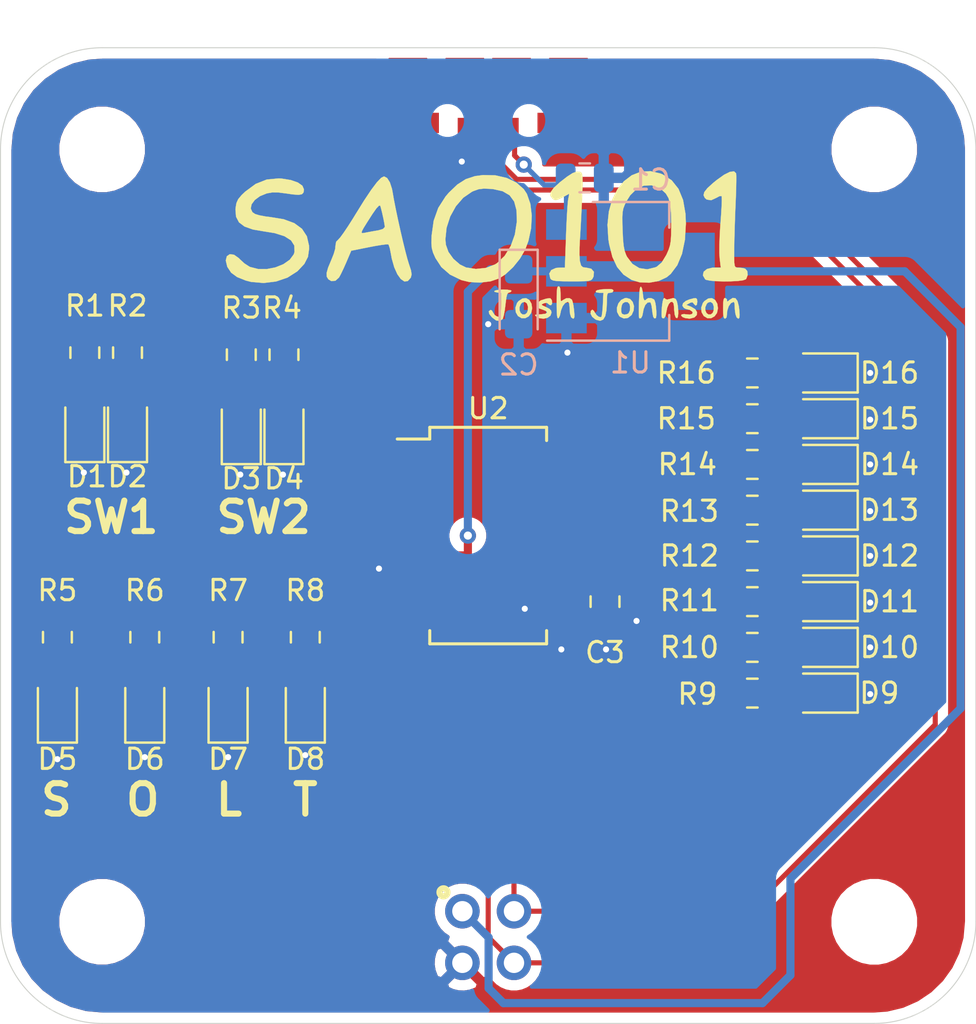
<source format=kicad_pcb>
(kicad_pcb (version 20171130) (host pcbnew "(5.1.0)-1")

  (general
    (thickness 1.6)
    (drawings 14)
    (tracks 186)
    (zones 0)
    (modules 46)
    (nets 38)
  )

  (page A4)
  (layers
    (0 F.Cu signal)
    (31 B.Cu signal)
    (32 B.Adhes user)
    (33 F.Adhes user)
    (34 B.Paste user)
    (35 F.Paste user)
    (36 B.SilkS user)
    (37 F.SilkS user)
    (38 B.Mask user)
    (39 F.Mask user)
    (40 Dwgs.User user)
    (41 Cmts.User user)
    (42 Eco1.User user)
    (43 Eco2.User user)
    (44 Edge.Cuts user)
    (45 Margin user)
    (46 B.CrtYd user)
    (47 F.CrtYd user)
    (48 B.Fab user)
    (49 F.Fab user hide)
  )

  (setup
    (last_trace_width 0.25)
    (trace_clearance 0.2)
    (zone_clearance 0.508)
    (zone_45_only no)
    (trace_min 0.2)
    (via_size 0.8)
    (via_drill 0.4)
    (via_min_size 0.4)
    (via_min_drill 0.3)
    (user_via 0.6 0.3)
    (uvia_size 0.3)
    (uvia_drill 0.1)
    (uvias_allowed no)
    (uvia_min_size 0.2)
    (uvia_min_drill 0.1)
    (edge_width 0.05)
    (segment_width 0.2)
    (pcb_text_width 0.3)
    (pcb_text_size 1.5 1.5)
    (mod_edge_width 0.12)
    (mod_text_size 1 1)
    (mod_text_width 0.15)
    (pad_size 1.524 1.524)
    (pad_drill 0.762)
    (pad_to_mask_clearance 0.051)
    (solder_mask_min_width 0.1)
    (aux_axis_origin 0 0)
    (visible_elements 7FFFFFFF)
    (pcbplotparams
      (layerselection 0x010f8_ffffffff)
      (usegerberextensions true)
      (usegerberattributes false)
      (usegerberadvancedattributes false)
      (creategerberjobfile false)
      (excludeedgelayer true)
      (linewidth 0.100000)
      (plotframeref false)
      (viasonmask false)
      (mode 1)
      (useauxorigin false)
      (hpglpennumber 1)
      (hpglpenspeed 20)
      (hpglpendiameter 15.000000)
      (psnegative false)
      (psa4output false)
      (plotreference true)
      (plotvalue true)
      (plotinvisibletext false)
      (padsonsilk false)
      (subtractmaskfromsilk false)
      (outputformat 1)
      (mirror false)
      (drillshape 0)
      (scaleselection 1)
      (outputdirectory "gerbers/"))
  )

  (net 0 "")
  (net 1 VBUS)
  (net 2 GND)
  (net 3 +3V3)
  (net 4 "Net-(D1-Pad2)")
  (net 5 "Net-(D2-Pad2)")
  (net 6 "Net-(D3-Pad2)")
  (net 7 "Net-(D4-Pad2)")
  (net 8 "Net-(D5-Pad2)")
  (net 9 "Net-(D6-Pad2)")
  (net 10 "Net-(D7-Pad2)")
  (net 11 "Net-(D8-Pad2)")
  (net 12 "Net-(D9-Pad2)")
  (net 13 "Net-(D10-Pad2)")
  (net 14 "Net-(D11-Pad2)")
  (net 15 "Net-(D12-Pad2)")
  (net 16 "Net-(D13-Pad2)")
  (net 17 "Net-(D14-Pad2)")
  (net 18 "Net-(D15-Pad2)")
  (net 19 "Net-(D16-Pad2)")
  (net 20 /SDA)
  (net 21 /SCL)
  (net 22 "Net-(R1-Pad2)")
  (net 23 "Net-(R2-Pad2)")
  (net 24 "Net-(R3-Pad2)")
  (net 25 "Net-(R4-Pad2)")
  (net 26 "Net-(R5-Pad2)")
  (net 27 "Net-(R6-Pad2)")
  (net 28 "Net-(R7-Pad2)")
  (net 29 "Net-(R8-Pad2)")
  (net 30 "Net-(R9-Pad2)")
  (net 31 "Net-(R10-Pad2)")
  (net 32 "Net-(R11-Pad2)")
  (net 33 "Net-(R12-Pad2)")
  (net 34 "Net-(R13-Pad2)")
  (net 35 "Net-(R14-Pad2)")
  (net 36 "Net-(R15-Pad2)")
  (net 37 "Net-(R16-Pad2)")

  (net_class Default "This is the default net class."
    (clearance 0.2)
    (trace_width 0.25)
    (via_dia 0.8)
    (via_drill 0.4)
    (uvia_dia 0.3)
    (uvia_drill 0.1)
    (add_net +3V3)
    (add_net /SCL)
    (add_net /SDA)
    (add_net GND)
    (add_net "Net-(D1-Pad2)")
    (add_net "Net-(D10-Pad2)")
    (add_net "Net-(D11-Pad2)")
    (add_net "Net-(D12-Pad2)")
    (add_net "Net-(D13-Pad2)")
    (add_net "Net-(D14-Pad2)")
    (add_net "Net-(D15-Pad2)")
    (add_net "Net-(D16-Pad2)")
    (add_net "Net-(D2-Pad2)")
    (add_net "Net-(D3-Pad2)")
    (add_net "Net-(D4-Pad2)")
    (add_net "Net-(D5-Pad2)")
    (add_net "Net-(D6-Pad2)")
    (add_net "Net-(D7-Pad2)")
    (add_net "Net-(D8-Pad2)")
    (add_net "Net-(D9-Pad2)")
    (add_net "Net-(R1-Pad2)")
    (add_net "Net-(R10-Pad2)")
    (add_net "Net-(R11-Pad2)")
    (add_net "Net-(R12-Pad2)")
    (add_net "Net-(R13-Pad2)")
    (add_net "Net-(R14-Pad2)")
    (add_net "Net-(R15-Pad2)")
    (add_net "Net-(R16-Pad2)")
    (add_net "Net-(R2-Pad2)")
    (add_net "Net-(R3-Pad2)")
    (add_net "Net-(R4-Pad2)")
    (add_net "Net-(R5-Pad2)")
    (add_net "Net-(R6-Pad2)")
    (add_net "Net-(R7-Pad2)")
    (add_net "Net-(R8-Pad2)")
    (add_net "Net-(R9-Pad2)")
    (add_net VBUS)
  )

  (module MountingHole:MountingHole_3.2mm_M3_ISO14580 (layer F.Cu) (tedit 56D1B4CB) (tstamp 5C94C995)
    (at 146 65)
    (descr "Mounting Hole 3.2mm, no annular, M3, ISO14580")
    (tags "mounting hole 3.2mm no annular m3 iso14580")
    (path /5CA9A57A)
    (attr virtual)
    (fp_text reference H4 (at 0 -3.75) (layer F.SilkS) hide
      (effects (font (size 1 1) (thickness 0.15)))
    )
    (fp_text value M3 (at 0 3.75) (layer F.Fab)
      (effects (font (size 1 1) (thickness 0.15)))
    )
    (fp_circle (center 0 0) (end 3 0) (layer F.CrtYd) (width 0.05))
    (fp_circle (center 0 0) (end 2.75 0) (layer Cmts.User) (width 0.15))
    (fp_text user %R (at 0.3 0) (layer F.Fab)
      (effects (font (size 1 1) (thickness 0.15)))
    )
    (pad 1 np_thru_hole circle (at 0 0) (size 3.2 3.2) (drill 3.2) (layers *.Cu *.Mask))
  )

  (module MountingHole:MountingHole_3.2mm_M3_ISO14580 (layer F.Cu) (tedit 56D1B4CB) (tstamp 5C94C985)
    (at 146 103)
    (descr "Mounting Hole 3.2mm, no annular, M3, ISO14580")
    (tags "mounting hole 3.2mm no annular m3 iso14580")
    (path /5CA94E8E)
    (attr virtual)
    (fp_text reference H3 (at 0 -3.75) (layer F.SilkS) hide
      (effects (font (size 1 1) (thickness 0.15)))
    )
    (fp_text value M3 (at 0 3.75) (layer F.Fab)
      (effects (font (size 1 1) (thickness 0.15)))
    )
    (fp_circle (center 0 0) (end 3 0) (layer F.CrtYd) (width 0.05))
    (fp_circle (center 0 0) (end 2.75 0) (layer Cmts.User) (width 0.15))
    (fp_text user %R (at 0.3 0) (layer F.Fab)
      (effects (font (size 1 1) (thickness 0.15)))
    )
    (pad 1 np_thru_hole circle (at 0 0) (size 3.2 3.2) (drill 3.2) (layers *.Cu *.Mask))
  )

  (module MountingHole:MountingHole_3.2mm_M3_ISO14580 (layer F.Cu) (tedit 56D1B4CB) (tstamp 5C94C975)
    (at 108 103)
    (descr "Mounting Hole 3.2mm, no annular, M3, ISO14580")
    (tags "mounting hole 3.2mm no annular m3 iso14580")
    (path /5CA9A574)
    (attr virtual)
    (fp_text reference H2 (at 0 -3.75) (layer F.SilkS) hide
      (effects (font (size 1 1) (thickness 0.15)))
    )
    (fp_text value M3 (at 0 3.75) (layer F.Fab)
      (effects (font (size 1 1) (thickness 0.15)))
    )
    (fp_circle (center 0 0) (end 3 0) (layer F.CrtYd) (width 0.05))
    (fp_circle (center 0 0) (end 2.75 0) (layer Cmts.User) (width 0.15))
    (fp_text user %R (at 0.3 0) (layer F.Fab)
      (effects (font (size 1 1) (thickness 0.15)))
    )
    (pad 1 np_thru_hole circle (at 0 0) (size 3.2 3.2) (drill 3.2) (layers *.Cu *.Mask))
  )

  (module MountingHole:MountingHole_3.2mm_M3_ISO14580 (layer F.Cu) (tedit 56D1B4CB) (tstamp 5C94C965)
    (at 108 65)
    (descr "Mounting Hole 3.2mm, no annular, M3, ISO14580")
    (tags "mounting hole 3.2mm no annular m3 iso14580")
    (path /5CA82BFC)
    (attr virtual)
    (fp_text reference H1 (at 0 -3.75) (layer F.SilkS) hide
      (effects (font (size 1 1) (thickness 0.15)))
    )
    (fp_text value M3 (at 0 3.75) (layer F.Fab)
      (effects (font (size 1 1) (thickness 0.15)))
    )
    (fp_circle (center 0 0) (end 3 0) (layer F.CrtYd) (width 0.05))
    (fp_circle (center 0 0) (end 2.75 0) (layer Cmts.User) (width 0.15))
    (fp_text user %R (at 0.3 0) (layer F.Fab)
      (effects (font (size 1 1) (thickness 0.15)))
    )
    (pad 1 np_thru_hole circle (at 0 0) (size 3.2 3.2) (drill 3.2) (layers *.Cu *.Mask))
  )

  (module VNA_Footprints:JoshDetails (layer B.Cu) (tedit 5C29628D) (tstamp 5C95B918)
    (at 144 96 180)
    (fp_text reference REF** (at 0 5.6 180) (layer B.Fab)
      (effects (font (size 1 1) (thickness 0.15)) (justify mirror))
    )
    (fp_text value "Josh Details" (at 0 6.6 180) (layer B.Fab)
      (effects (font (size 1 1) (thickness 0.15)) (justify mirror))
    )
    (fp_text user github.com/joshajohnson/SAO101 (at 39 12 270) (layer B.Mask)
      (effects (font (size 1 1) (thickness 0.15)) (justify mirror))
    )
  )

  (module SAO101:josh_img (layer F.Cu) (tedit 0) (tstamp 5C957487)
    (at 133.1 72.5)
    (fp_text reference G*** (at 0 0) (layer F.SilkS) hide
      (effects (font (size 1.524 1.524) (thickness 0.3)))
    )
    (fp_text value LOGO (at 0.75 0) (layer F.SilkS) hide
      (effects (font (size 1.524 1.524) (thickness 0.3)))
    )
    (fp_poly (pts (xy 6.068334 -0.176714) (xy 6.168384 -0.039979) (xy 6.235475 0.218925) (xy 6.257443 0.401545)
      (xy 6.272966 0.633334) (xy 6.266071 0.764253) (xy 6.233616 0.81896) (xy 6.203404 0.8255)
      (xy 6.126794 0.766191) (xy 6.069149 0.603805) (xy 6.036989 0.361656) (xy 6.0325 0.214312)
      (xy 6.020128 0.070852) (xy 5.989846 0.002038) (xy 5.984875 0.000972) (xy 5.848471 0.061971)
      (xy 5.736275 0.217821) (xy 5.666116 0.436532) (xy 5.6515 0.599075) (xy 5.631623 0.765101)
      (xy 5.567804 0.824774) (xy 5.55625 0.8255) (xy 5.507378 0.801572) (xy 5.478048 0.714758)
      (xy 5.464032 0.542506) (xy 5.461 0.3175) (xy 5.465486 0.056849) (xy 5.481764 -0.099577)
      (xy 5.514061 -0.174329) (xy 5.55625 -0.1905) (xy 5.638126 -0.138941) (xy 5.6515 -0.085409)
      (xy 5.660575 -0.01568) (xy 5.70945 -0.03475) (xy 5.767625 -0.085409) (xy 5.934893 -0.191714)
      (xy 6.068334 -0.176714)) (layer F.SilkS) (width 0.01))
    (fp_poly (pts (xy 5.070606 -0.088652) (xy 5.174558 0.093644) (xy 5.207 0.32056) (xy 5.160235 0.547847)
      (xy 5.038664 0.714227) (xy 4.870374 0.804503) (xy 4.683449 0.803478) (xy 4.5085 0.6985)
      (xy 4.399969 0.508257) (xy 4.385521 0.280153) (xy 4.391675 0.262718) (xy 4.584194 0.262718)
      (xy 4.585684 0.421649) (xy 4.642887 0.551399) (xy 4.738645 0.626091) (xy 4.855803 0.619846)
      (xy 4.949557 0.543898) (xy 4.996609 0.420075) (xy 5.005388 0.247482) (xy 5.004957 0.242793)
      (xy 4.949906 0.077129) (xy 4.845092 0.003421) (xy 4.72113 0.034137) (xy 4.655572 0.100481)
      (xy 4.584194 0.262718) (xy 4.391675 0.262718) (xy 4.463368 0.059618) (xy 4.537363 -0.034637)
      (xy 4.730817 -0.164033) (xy 4.915629 -0.178291) (xy 5.070606 -0.088652)) (layer F.SilkS) (width 0.01))
    (fp_poly (pts (xy 4.179366 -0.124194) (xy 4.190996 -0.003509) (xy 4.191 0) (xy 4.166854 0.147578)
      (xy 4.105412 0.18544) (xy 4.023166 0.105431) (xy 4.012966 0.088032) (xy 3.953527 0.02201)
      (xy 3.863275 0.037963) (xy 3.803436 0.068338) (xy 3.65125 0.151111) (xy 3.890428 0.243323)
      (xy 4.088978 0.363686) (xy 4.178066 0.509574) (xy 4.162896 0.653144) (xy 4.048672 0.766547)
      (xy 3.840598 0.82194) (xy 3.781988 0.823569) (xy 3.602999 0.800997) (xy 3.475289 0.756166)
      (xy 3.394306 0.678016) (xy 3.421533 0.620535) (xy 3.538198 0.602311) (xy 3.620002 0.612875)
      (xy 3.815299 0.630418) (xy 3.937143 0.598716) (xy 3.965482 0.526476) (xy 3.936376 0.475498)
      (xy 3.817636 0.394715) (xy 3.750861 0.381) (xy 3.613651 0.344832) (xy 3.528346 0.296598)
      (xy 3.454809 0.187319) (xy 3.491985 0.066998) (xy 3.627268 -0.045066) (xy 3.797746 -0.115827)
      (xy 4.009091 -0.172592) (xy 4.127514 -0.177967) (xy 4.179366 -0.124194)) (layer F.SilkS) (width 0.01))
    (fp_poly (pts (xy 2.631776 -0.13262) (xy 2.712184 -0.111174) (xy 2.857546 -0.146455) (xy 3.008562 -0.185851)
      (xy 3.106183 -0.153488) (xy 3.137248 -0.124961) (xy 3.188171 -0.017523) (xy 3.22628 0.161313)
      (xy 3.248977 0.372346) (xy 3.253665 0.576374) (xy 3.237747 0.734196) (xy 3.19896 0.806499)
      (xy 3.128944 0.772681) (xy 3.078385 0.628877) (xy 3.051795 0.391217) (xy 3.048867 0.269875)
      (xy 3.023753 0.081176) (xy 2.961056 -0.00248) (xy 2.877387 0.009093) (xy 2.789354 0.106081)
      (xy 2.713568 0.278668) (xy 2.669119 0.494253) (xy 2.626182 0.692666) (xy 2.561244 0.802954)
      (xy 2.486738 0.809969) (xy 2.446737 0.765215) (xy 2.431961 0.672166) (xy 2.432555 0.491555)
      (xy 2.448342 0.261866) (xy 2.449123 0.253863) (xy 2.484953 -0.013601) (xy 2.528845 -0.158837)
      (xy 2.58299 -0.18648) (xy 2.631776 -0.13262)) (layer F.SilkS) (width 0.01))
    (fp_poly (pts (xy 1.416671 -0.74516) (xy 1.463242 -0.672524) (xy 1.499298 -0.513341) (xy 1.511443 -0.391884)
      (xy 1.538852 -0.174216) (xy 1.586965 -0.070664) (xy 1.652482 -0.086329) (xy 1.68275 -0.127)
      (xy 1.781811 -0.184507) (xy 1.925299 -0.180244) (xy 2.051094 -0.121558) (xy 2.085367 -0.079375)
      (xy 2.125768 0.050381) (xy 2.156303 0.24158) (xy 2.174227 0.453157) (xy 2.176793 0.644047)
      (xy 2.161258 0.773186) (xy 2.144348 0.802805) (xy 2.072902 0.813658) (xy 2.021846 0.733425)
      (xy 1.9851 0.548045) (xy 1.968855 0.396938) (xy 1.940476 0.199165) (xy 1.900884 0.060966)
      (xy 1.870682 0.020018) (xy 1.74313 0.037082) (xy 1.630311 0.157045) (xy 1.550194 0.355846)
      (xy 1.527794 0.479154) (xy 1.484873 0.688853) (xy 1.421065 0.805622) (xy 1.345878 0.814044)
      (xy 1.329531 0.800602) (xy 1.320357 0.730132) (xy 1.315728 0.558276) (xy 1.315903 0.310576)
      (xy 1.321142 0.012572) (xy 1.321421 0.001503) (xy 1.334185 -0.346507) (xy 1.352591 -0.579304)
      (xy 1.378134 -0.708607) (xy 1.412308 -0.746136) (xy 1.416671 -0.74516)) (layer F.SilkS) (width 0.01))
    (fp_poly (pts (xy 0.885726 -0.136515) (xy 1.010867 0.004306) (xy 1.072353 0.200259) (xy 1.061148 0.419639)
      (xy 0.968214 0.630745) (xy 0.947891 0.658186) (xy 0.775426 0.792772) (xy 0.577565 0.820228)
      (xy 0.391409 0.738261) (xy 0.346391 0.695341) (xy 0.245441 0.503102) (xy 0.239842 0.354009)
      (xy 0.445841 0.354009) (xy 0.453898 0.512403) (xy 0.486833 0.592666) (xy 0.603753 0.633699)
      (xy 0.747873 0.603415) (xy 0.8128 0.5588) (xy 0.877595 0.418337) (xy 0.881709 0.22423)
      (xy 0.850456 0.100443) (xy 0.761478 0.01462) (xy 0.627194 0.012557) (xy 0.520699 0.0762)
      (xy 0.469468 0.187861) (xy 0.445841 0.354009) (xy 0.239842 0.354009) (xy 0.237248 0.284972)
      (xy 0.307946 0.075114) (xy 0.443668 -0.092308) (xy 0.630546 -0.183131) (xy 0.705968 -0.1905)
      (xy 0.885726 -0.136515)) (layer F.SilkS) (width 0.01))
    (fp_poly (pts (xy -2.58055 -0.733305) (xy -2.550846 -0.631309) (xy -2.54032 -0.432149) (xy -2.54 -0.371159)
      (xy -2.537724 -0.159665) (xy -2.525164 -0.054008) (xy -2.493724 -0.033032) (xy -2.434807 -0.075585)
      (xy -2.423875 -0.085409) (xy -2.261415 -0.174133) (xy -2.094451 -0.178722) (xy -1.983988 -0.111125)
      (xy -1.945332 -0.010408) (xy -1.906061 0.175828) (xy -1.875909 0.396875) (xy -1.85635 0.628791)
      (xy -1.859889 0.760475) (xy -1.889364 0.81707) (xy -1.92429 0.8255) (xy -2.016478 0.764785)
      (xy -2.073477 0.584263) (xy -2.094541 0.286366) (xy -2.094633 0.269875) (xy -2.112881 0.077613)
      (xy -2.167258 0.001749) (xy -2.180909 0) (xy -2.312118 0.057701) (xy -2.431362 0.208532)
      (xy -2.515868 0.419084) (xy -2.536035 0.520991) (xy -2.575723 0.690358) (xy -2.631783 0.796512)
      (xy -2.651125 0.809748) (xy -2.685591 0.790802) (xy -2.709165 0.697206) (xy -2.723379 0.514055)
      (xy -2.729765 0.226447) (xy -2.7305 0.037041) (xy -2.728274 -0.300468) (xy -2.720081 -0.530078)
      (xy -2.703651 -0.670835) (xy -2.676713 -0.741787) (xy -2.636997 -0.761979) (xy -2.63525 -0.762)
      (xy -2.58055 -0.733305)) (layer F.SilkS) (width 0.01))
    (fp_poly (pts (xy -2.9746 -0.090983) (xy -2.963841 -0.054856) (xy -2.956076 0.089716) (xy -3.005644 0.167102)
      (xy -3.088538 0.152544) (xy -3.127138 0.113542) (xy -3.217558 0.046837) (xy -3.347055 0.068822)
      (xy -3.3655 0.076077) (xy -3.456063 0.117715) (xy -3.464402 0.153164) (xy -3.377754 0.203336)
      (xy -3.254375 0.258143) (xy -3.079696 0.349881) (xy -2.999756 0.442902) (xy -2.9845 0.534911)
      (xy -3.039134 0.683553) (xy -3.178927 0.784911) (xy -3.367723 0.829265) (xy -3.569364 0.806891)
      (xy -3.718489 0.732269) (xy -3.786887 0.673398) (xy -3.783825 0.639508) (xy -3.691354 0.621984)
      (xy -3.491525 0.612208) (xy -3.466656 0.611381) (xy -3.27404 0.583613) (xy -3.198998 0.526718)
      (xy -3.24426 0.455685) (xy -3.412557 0.385497) (xy -3.424893 0.382105) (xy -3.59319 0.3234)
      (xy -3.668134 0.249647) (xy -3.683 0.15473) (xy -3.64323 0.028366) (xy -3.513461 -0.068402)
      (xy -3.278009 -0.145451) (xy -3.168136 -0.169506) (xy -3.037992 -0.172177) (xy -2.9746 -0.090983)) (layer F.SilkS) (width 0.01))
    (fp_poly (pts (xy -4.073394 -0.088652) (xy -3.969442 0.093644) (xy -3.937 0.32056) (xy -3.983765 0.547847)
      (xy -4.105336 0.714227) (xy -4.273626 0.804503) (xy -4.460551 0.803478) (xy -4.6355 0.6985)
      (xy -4.744031 0.508257) (xy -4.758479 0.280153) (xy -4.752325 0.262718) (xy -4.559806 0.262718)
      (xy -4.558316 0.421649) (xy -4.501113 0.551399) (xy -4.405355 0.626091) (xy -4.288197 0.619846)
      (xy -4.194443 0.543898) (xy -4.147391 0.420075) (xy -4.138612 0.247482) (xy -4.139043 0.242793)
      (xy -4.194094 0.077129) (xy -4.298908 0.003421) (xy -4.42287 0.034137) (xy -4.488428 0.100481)
      (xy -4.559806 0.262718) (xy -4.752325 0.262718) (xy -4.680632 0.059618) (xy -4.606637 -0.034637)
      (xy -4.413183 -0.164033) (xy -4.228371 -0.178291) (xy -4.073394 -0.088652)) (layer F.SilkS) (width 0.01))
    (fp_poly (pts (xy 0.00158 -0.613944) (xy 0.056365 -0.577422) (xy 0.0635 -0.542652) (xy 0.008645 -0.46306)
      (xy -0.09525 -0.4445) (xy -0.177126 -0.438129) (xy -0.224827 -0.400884) (xy -0.247944 -0.305566)
      (xy -0.256069 -0.124978) (xy -0.257585 0.015875) (xy -0.279445 0.418279) (xy -0.339608 0.702672)
      (xy -0.440758 0.872942) (xy -0.585574 0.932978) (xy -0.77674 0.886671) (xy -0.837015 0.856239)
      (xy -0.983986 0.733139) (xy -1.062352 0.583483) (xy -1.050572 0.449232) (xy -1.048102 0.445068)
      (xy -0.971845 0.384668) (xy -0.892941 0.449591) (xy -0.856433 0.51868) (xy -0.763908 0.653533)
      (xy -0.648561 0.741246) (xy -0.549601 0.754929) (xy -0.530522 0.742187) (xy -0.506734 0.661461)
      (xy -0.482941 0.48536) (xy -0.462945 0.245455) (xy -0.456209 0.125308) (xy -0.428966 -0.444501)
      (xy -0.632525 -0.4445) (xy -0.779775 -0.465274) (xy -0.809856 -0.523875) (xy -0.730297 -0.574086)
      (xy -0.538843 -0.608992) (xy -0.360065 -0.622027) (xy -0.128784 -0.627229) (xy 0.00158 -0.613944)) (layer F.SilkS) (width 0.01))
    (fp_poly (pts (xy -5.151151 -0.594283) (xy -5.00222 -0.570617) (xy -4.950485 -0.53975) (xy -5.001328 -0.478753)
      (xy -5.06787 -0.457219) (xy -5.126522 -0.431079) (xy -5.169395 -0.358935) (xy -5.203443 -0.21741)
      (xy -5.23562 0.016875) (xy -5.251463 0.159921) (xy -5.287569 0.431809) (xy -5.331255 0.66199)
      (xy -5.375487 0.816594) (xy -5.395853 0.855264) (xy -5.538069 0.943945) (xy -5.71258 0.913704)
      (xy -5.91124 0.766008) (xy -5.915575 0.761694) (xy -6.048873 0.593315) (xy -6.071338 0.469164)
      (xy -5.986295 0.397348) (xy -5.914749 0.429805) (xy -5.874839 0.504571) (xy -5.786645 0.639716)
      (xy -5.702624 0.705123) (xy -5.600034 0.738042) (xy -5.530163 0.698091) (xy -5.487534 0.571119)
      (xy -5.466669 0.342979) (xy -5.461973 0.083592) (xy -5.461 -0.436065) (xy -5.635625 -0.456158)
      (xy -5.775376 -0.485982) (xy -5.804355 -0.523871) (xy -5.73774 -0.561553) (xy -5.590704 -0.590758)
      (xy -5.378423 -0.603216) (xy -5.36575 -0.60325) (xy -5.151151 -0.594283)) (layer F.SilkS) (width 0.01))
  )

  (module SAO101:SAO101_img (layer F.Cu) (tedit 0) (tstamp 5C9571B2)
    (at 126.4 68.7)
    (fp_text reference G*** (at 0 0) (layer F.SilkS) hide
      (effects (font (size 1.524 1.524) (thickness 0.3)))
    )
    (fp_text value LOGO (at 0.75 0) (layer F.SilkS) hide
      (effects (font (size 1.524 1.524) (thickness 0.3)))
    )
    (fp_poly (pts (xy 12.802161 -2.518833) (xy 12.810596 -2.40162) (xy 12.810778 -2.146604) (xy 12.80326 -1.785087)
      (xy 12.788595 -1.348371) (xy 12.776372 -1.058333) (xy 12.753511 -0.502596) (xy 12.733387 0.082264)
      (xy 12.717832 0.635986) (xy 12.70868 1.098308) (xy 12.707486 1.2065) (xy 12.705345 1.607612)
      (xy 12.711139 1.869213) (xy 12.731329 2.02112) (xy 12.772379 2.093147) (xy 12.840749 2.115112)
      (xy 12.904742 2.116667) (xy 13.124117 2.137633) (xy 13.243408 2.168059) (xy 13.349669 2.286198)
      (xy 13.371208 2.476105) (xy 13.303248 2.660272) (xy 13.275733 2.6924) (xy 13.14314 2.740717)
      (xy 12.886865 2.774161) (xy 12.551909 2.792731) (xy 12.18327 2.796428) (xy 11.825945 2.785252)
      (xy 11.524934 2.759201) (xy 11.325234 2.718278) (xy 11.2776 2.6924) (xy 11.166414 2.498798)
      (xy 11.203587 2.320569) (xy 11.36856 2.184927) (xy 11.640771 2.119083) (xy 11.71259 2.116667)
      (xy 12.045981 2.116667) (xy 11.989671 1.637556) (xy 11.976175 1.376801) (xy 11.978185 0.993626)
      (xy 11.994499 0.534119) (xy 12.02392 0.044367) (xy 12.034815 -0.097753) (xy 12.067112 -0.541472)
      (xy 12.088217 -0.923463) (xy 12.096948 -1.212864) (xy 12.092122 -1.378813) (xy 12.084943 -1.405279)
      (xy 11.987107 -1.400031) (xy 11.83997 -1.320969) (xy 11.572147 -1.197569) (xy 11.352277 -1.232929)
      (xy 11.258994 -1.314348) (xy 11.197876 -1.446332) (xy 11.236083 -1.598697) (xy 11.386603 -1.79086)
      (xy 11.662426 -2.042239) (xy 11.846042 -2.191947) (xy 12.212273 -2.453475) (xy 12.501315 -2.596155)
      (xy 12.702421 -2.616313) (xy 12.802161 -2.518833)) (layer F.SilkS) (width 0.01))
    (fp_poly (pts (xy 5.104785 -2.59978) (xy 5.128382 -2.591727) (xy 5.183893 -2.555575) (xy 5.220788 -2.479875)
      (xy 5.240921 -2.338433) (xy 5.246149 -2.105054) (xy 5.238326 -1.753542) (xy 5.220626 -1.289431)
      (xy 5.197115 -0.763499) (xy 5.169812 -0.21914) (xy 5.141888 0.283919) (xy 5.116517 0.685954)
      (xy 5.113308 0.731345) (xy 5.094282 1.117059) (xy 5.091823 1.475114) (xy 5.105839 1.745873)
      (xy 5.114967 1.810845) (xy 5.171666 2.016225) (xy 5.267902 2.101645) (xy 5.412136 2.116667)
      (xy 5.669077 2.171349) (xy 5.80076 2.320186) (xy 5.789665 2.540362) (xy 5.771596 2.584841)
      (xy 5.72399 2.674661) (xy 5.657538 2.734203) (xy 5.540488 2.769688) (xy 5.341087 2.787335)
      (xy 5.027582 2.793362) (xy 4.703794 2.794) (xy 4.276547 2.790854) (xy 3.988261 2.778563)
      (xy 3.808634 2.752844) (xy 3.707365 2.709416) (xy 3.655086 2.645834) (xy 3.605002 2.413978)
      (xy 3.703393 2.237179) (xy 3.933137 2.135129) (xy 4.114113 2.117963) (xy 4.375893 2.116667)
      (xy 4.429696 0.570503) (xy 4.450031 0.055973) (xy 4.473247 -0.417374) (xy 4.497372 -0.816423)
      (xy 4.520432 -1.108059) (xy 4.538055 -1.248442) (xy 4.592611 -1.521222) (xy 4.252958 -1.335176)
      (xy 4.029471 -1.225693) (xy 3.890692 -1.203018) (xy 3.781344 -1.258683) (xy 3.776986 -1.262265)
      (xy 3.660353 -1.416683) (xy 3.674691 -1.592986) (xy 3.827273 -1.808157) (xy 4.125368 -2.079175)
      (xy 4.1275 -2.080914) (xy 4.485817 -2.359548) (xy 4.751138 -2.530228) (xy 4.948961 -2.605968)
      (xy 5.104785 -2.59978)) (layer F.SilkS) (width 0.01))
    (fp_poly (pts (xy -4.374151 -2.291447) (xy -4.237452 -2.075525) (xy -4.133817 -1.755509) (xy -4.106108 -1.608666)
      (xy -4.04104 -1.233442) (xy -3.94921 -0.765735) (xy -3.838906 -0.241975) (xy -3.718419 0.301408)
      (xy -3.596037 0.827985) (xy -3.480049 1.301326) (xy -3.378744 1.685001) (xy -3.300412 1.942581)
      (xy -3.294007 1.960422) (xy -3.196406 2.260043) (xy -3.169224 2.458) (xy -3.206365 2.603687)
      (xy -3.21301 2.616589) (xy -3.359193 2.782004) (xy -3.52613 2.797348) (xy -3.700968 2.678512)
      (xy -3.870854 2.441389) (xy -4.022932 2.101873) (xy -4.144351 1.675855) (xy -4.194523 1.403018)
      (xy -4.242067 1.163391) (xy -4.295335 1.004104) (xy -4.317497 0.973978) (xy -4.422453 0.973239)
      (xy -4.655551 1.00253) (xy -4.97935 1.056448) (xy -5.260733 1.110104) (xy -6.139345 1.286169)
      (xy -6.379536 1.849585) (xy -6.517287 2.159858) (xy -6.647197 2.430913) (xy -6.740815 2.6035)
      (xy -6.917529 2.762926) (xy -7.12343 2.778286) (xy -7.2644 2.6924) (xy -7.344874 2.562032)
      (xy -7.351337 2.381835) (xy -7.279019 2.120496) (xy -7.123154 1.746707) (xy -7.11897 1.737468)
      (xy -7.000832 1.441985) (xy -6.927373 1.188324) (xy -6.914276 1.030798) (xy -6.914588 1.029564)
      (xy -6.882737 0.844857) (xy -6.78461 0.745562) (xy -6.682216 0.633185) (xy -6.513749 0.403089)
      (xy -6.512979 0.401945) (xy -5.629913 0.401945) (xy -5.582762 0.421929) (xy -5.480803 0.406427)
      (xy -5.407179 0.391268) (xy -5.11671 0.336698) (xy -4.811225 0.284288) (xy -4.804833 0.283261)
      (xy -4.57979 0.217073) (xy -4.487942 0.1204) (xy -4.487333 0.111338) (xy -4.506453 -0.038762)
      (xy -4.554619 -0.288686) (xy -4.618044 -0.574429) (xy -4.682937 -0.831989) (xy -4.711927 -0.93115)
      (xy -4.773411 -0.934041) (xy -4.904356 -0.793373) (xy -5.097918 -0.51675) (xy -5.130982 -0.465483)
      (xy -5.372792 -0.087242) (xy -5.531901 0.168989) (xy -5.615283 0.324841) (xy -5.629913 0.401945)
      (xy -6.512979 0.401945) (xy -6.29866 0.083705) (xy -6.056396 -0.296538) (xy -5.923598 -0.513072)
      (xy -5.505404 -1.186311) (xy -5.157487 -1.707324) (xy -4.878821 -2.077478) (xy -4.66838 -2.298136)
      (xy -4.52595 -2.370666) (xy -4.374151 -2.291447)) (layer F.SilkS) (width 0.01))
    (fp_poly (pts (xy 9.083993 -2.510046) (xy 9.192323 -2.464408) (xy 9.632711 -2.175359) (xy 9.965525 -1.75681)
      (xy 10.191034 -1.208188) (xy 10.309508 -0.528921) (xy 10.329333 -0.050399) (xy 10.281183 0.751926)
      (xy 10.138865 1.438073) (xy 9.905574 1.999091) (xy 9.584507 2.426033) (xy 9.385944 2.590688)
      (xy 8.992698 2.774368) (xy 8.525424 2.859181) (xy 8.051153 2.839941) (xy 7.662333 2.724018)
      (xy 7.258634 2.460002) (xy 6.94499 2.088992) (xy 6.71265 1.595702) (xy 6.552862 0.964845)
      (xy 6.513672 0.717489) (xy 6.470963 0.011318) (xy 6.508919 -0.359309) (xy 7.20146 -0.359309)
      (xy 7.205815 -0.013254) (xy 7.213977 0.254) (xy 7.234638 0.713544) (xy 7.26602 1.045506)
      (xy 7.315 1.291592) (xy 7.388451 1.493509) (xy 7.433396 1.58504) (xy 7.698141 1.933592)
      (xy 8.037828 2.141917) (xy 8.424986 2.200974) (xy 8.832142 2.101721) (xy 8.901646 2.068311)
      (xy 9.141051 1.861626) (xy 9.365433 1.493972) (xy 9.384274 1.454478) (xy 9.481912 1.231245)
      (xy 9.546572 1.028414) (xy 9.584917 0.801698) (xy 9.603612 0.506812) (xy 9.60932 0.099469)
      (xy 9.609498 -0.042333) (xy 9.597802 -0.590039) (xy 9.556266 -0.999759) (xy 9.474902 -1.301672)
      (xy 9.343727 -1.525957) (xy 9.152752 -1.702794) (xy 9.034056 -1.781428) (xy 8.648531 -1.930386)
      (xy 8.266046 -1.918293) (xy 7.906418 -1.752597) (xy 7.589466 -1.440747) (xy 7.422213 -1.175624)
      (xy 7.318644 -0.96985) (xy 7.251547 -0.794167) (xy 7.214594 -0.605133) (xy 7.20146 -0.359309)
      (xy 6.508919 -0.359309) (xy 6.537716 -0.640497) (xy 6.702194 -1.224012) (xy 6.95266 -1.725286)
      (xy 7.277376 -2.130377) (xy 7.664605 -2.42534) (xy 8.102609 -2.596235) (xy 8.579651 -2.629117)
      (xy 9.083993 -2.510046)) (layer F.SilkS) (width 0.01))
    (fp_poly (pts (xy 0.958563 -2.421128) (xy 1.515023 -2.293215) (xy 1.987691 -2.063693) (xy 2.349863 -1.743992)
      (xy 2.503972 -1.511807) (xy 2.675582 -1.02042) (xy 2.744435 -0.440491) (xy 2.711963 0.183035)
      (xy 2.579597 0.805212) (xy 2.416278 1.242496) (xy 2.164036 1.677159) (xy 1.826778 2.095118)
      (xy 1.451318 2.444671) (xy 1.146805 2.644489) (xy 0.712431 2.792561) (xy 0.199734 2.85461)
      (xy -0.32189 2.827394) (xy -0.720321 2.731702) (xy -1.278477 2.460725) (xy -1.705211 2.090231)
      (xy -1.996623 1.644362) (xy -2.112927 1.383549) (xy -2.175309 1.157302) (xy -2.194979 0.898524)
      (xy -2.188945 0.71572) (xy -1.505879 0.71572) (xy -1.484108 0.986898) (xy -1.357011 1.344356)
      (xy -1.110384 1.687359) (xy -0.789905 1.964288) (xy -0.490101 2.110228) (xy -0.007286 2.183181)
      (xy 0.488036 2.130815) (xy 0.932151 1.962121) (xy 1.040134 1.894225) (xy 1.412019 1.537276)
      (xy 1.708494 1.056834) (xy 1.912772 0.488267) (xy 2.008064 -0.133054) (xy 2.008781 -0.146537)
      (xy 1.993993 -0.705034) (xy 1.879168 -1.132357) (xy 1.654957 -1.44034) (xy 1.312008 -1.640813)
      (xy 0.840969 -1.745608) (xy 0.737001 -1.755616) (xy 0.386818 -1.770123) (xy 0.124704 -1.738334)
      (xy -0.127055 -1.648456) (xy -0.202673 -1.61302) (xy -0.627587 -1.319807) (xy -0.989397 -0.901711)
      (xy -1.269071 -0.397348) (xy -1.447576 0.154667) (xy -1.505879 0.71572) (xy -2.188945 0.71572)
      (xy -2.183147 0.54012) (xy -2.182639 0.530982) (xy -2.081683 -0.192479) (xy -1.857699 -0.819358)
      (xy -1.497767 -1.381717) (xy -1.335719 -1.570947) (xy -0.917603 -1.971343) (xy -0.50424 -2.234361)
      (xy -0.049036 -2.383981) (xy 0.345013 -2.436002) (xy 0.958563 -2.421128)) (layer F.SilkS) (width 0.01))
    (fp_poly (pts (xy -9.566183 -2.26335) (xy -9.116471 -2.190878) (xy -8.768331 -2.070125) (xy -8.544246 -1.911977)
      (xy -8.466667 -1.731016) (xy -8.487353 -1.578779) (xy -8.56835 -1.491724) (xy -8.738068 -1.46283)
      (xy -9.024914 -1.485078) (xy -9.298674 -1.525403) (xy -9.715947 -1.578468) (xy -10.028831 -1.581438)
      (xy -10.294529 -1.534835) (xy -10.295704 -1.534514) (xy -10.630757 -1.398553) (xy -10.884266 -1.211324)
      (xy -11.041046 -0.99963) (xy -11.085913 -0.790275) (xy -11.003682 -0.610061) (xy -10.8708 -0.519365)
      (xy -10.666172 -0.456877) (xy -10.367814 -0.400341) (xy -10.129967 -0.371108) (xy -9.463461 -0.262331)
      (xy -8.942441 -0.070125) (xy -8.563505 0.208274) (xy -8.323254 0.575626) (xy -8.218288 1.034696)
      (xy -8.212667 1.186819) (xy -8.268247 1.584088) (xy -8.448327 1.936048) (xy -8.772914 2.280638)
      (xy -8.803457 2.307085) (xy -9.277063 2.608627) (xy -9.841143 2.800069) (xy -10.45116 2.873517)
      (xy -11.062579 2.821077) (xy -11.326403 2.754275) (xy -11.757168 2.581423) (xy -12.049892 2.366193)
      (xy -12.234712 2.085958) (xy -12.243349 2.065815) (xy -12.313822 1.766242) (xy -12.261781 1.557608)
      (xy -12.117256 1.457338) (xy -11.910278 1.482861) (xy -11.670878 1.651602) (xy -11.621153 1.704748)
      (xy -11.397832 1.909648) (xy -11.151992 2.068782) (xy -11.11522 2.085748) (xy -10.722016 2.186224)
      (xy -10.292914 2.188298) (xy -9.865501 2.104596) (xy -9.477361 1.947745) (xy -9.166081 1.730374)
      (xy -8.969246 1.465109) (xy -8.931795 1.352214) (xy -8.937214 1.038075) (xy -9.102444 0.777565)
      (xy -9.426438 0.5714) (xy -9.908154 0.420295) (xy -10.409462 0.339184) (xy -10.976108 0.243344)
      (xy -11.390323 0.096858) (xy -11.664 -0.110042) (xy -11.809033 -0.387119) (xy -11.837314 -0.744142)
      (xy -11.829877 -0.827158) (xy -11.787687 -1.064203) (xy -11.702004 -1.251949) (xy -11.539434 -1.446392)
      (xy -11.355726 -1.622252) (xy -10.841451 -2.001225) (xy -10.295774 -2.216405) (xy -9.706178 -2.272276)
      (xy -9.566183 -2.26335)) (layer F.SilkS) (width 0.01))
  )

  (module Capacitor_SMD:C_0805_2012Metric (layer B.Cu) (tedit 5B36C52B) (tstamp 5C94C801)
    (at 131.75 66.4)
    (descr "Capacitor SMD 0805 (2012 Metric), square (rectangular) end terminal, IPC_7351 nominal, (Body size source: https://docs.google.com/spreadsheets/d/1BsfQQcO9C6DZCsRaXUlFlo91Tg2WpOkGARC1WS5S8t0/edit?usp=sharing), generated with kicad-footprint-generator")
    (tags capacitor)
    (path /5C9BBFDE)
    (attr smd)
    (fp_text reference C1 (at 3.25 0.1) (layer B.SilkS)
      (effects (font (size 1 1) (thickness 0.15)) (justify mirror))
    )
    (fp_text value 10u (at 0 -1.65) (layer B.Fab)
      (effects (font (size 1 1) (thickness 0.15)) (justify mirror))
    )
    (fp_line (start -1 -0.6) (end -1 0.6) (layer B.Fab) (width 0.1))
    (fp_line (start -1 0.6) (end 1 0.6) (layer B.Fab) (width 0.1))
    (fp_line (start 1 0.6) (end 1 -0.6) (layer B.Fab) (width 0.1))
    (fp_line (start 1 -0.6) (end -1 -0.6) (layer B.Fab) (width 0.1))
    (fp_line (start -0.258578 0.71) (end 0.258578 0.71) (layer B.SilkS) (width 0.12))
    (fp_line (start -0.258578 -0.71) (end 0.258578 -0.71) (layer B.SilkS) (width 0.12))
    (fp_line (start -1.68 -0.95) (end -1.68 0.95) (layer B.CrtYd) (width 0.05))
    (fp_line (start -1.68 0.95) (end 1.68 0.95) (layer B.CrtYd) (width 0.05))
    (fp_line (start 1.68 0.95) (end 1.68 -0.95) (layer B.CrtYd) (width 0.05))
    (fp_line (start 1.68 -0.95) (end -1.68 -0.95) (layer B.CrtYd) (width 0.05))
    (fp_text user %R (at 0 0) (layer B.Fab)
      (effects (font (size 0.5 0.5) (thickness 0.08)) (justify mirror))
    )
    (pad 1 smd roundrect (at -0.9375 0) (size 0.975 1.4) (layers B.Cu B.Paste B.Mask) (roundrect_rratio 0.25)
      (net 1 VBUS))
    (pad 2 smd roundrect (at 0.9375 0) (size 0.975 1.4) (layers B.Cu B.Paste B.Mask) (roundrect_rratio 0.25)
      (net 2 GND))
    (model ${KISYS3DMOD}/Capacitor_SMD.3dshapes/C_0805_2012Metric.wrl
      (at (xyz 0 0 0))
      (scale (xyz 1 1 1))
      (rotate (xyz 0 0 0))
    )
  )

  (module Capacitor_Tantalum_SMD:CP_EIA-3216-18_Kemet-A (layer B.Cu) (tedit 5B301BBE) (tstamp 5C94C814)
    (at 128.5 72.25 270)
    (descr "Tantalum Capacitor SMD Kemet-A (3216-18 Metric), IPC_7351 nominal, (Body size from: http://www.kemet.com/Lists/ProductCatalog/Attachments/253/KEM_TC101_STD.pdf), generated with kicad-footprint-generator")
    (tags "capacitor tantalum")
    (path /5C9CF04A)
    (attr smd)
    (fp_text reference C2 (at 3.35 0) (layer B.SilkS)
      (effects (font (size 1 1) (thickness 0.15)) (justify mirror))
    )
    (fp_text value 22u (at 0 -1.75 270) (layer B.Fab)
      (effects (font (size 1 1) (thickness 0.15)) (justify mirror))
    )
    (fp_line (start 1.6 0.8) (end -1.2 0.8) (layer B.Fab) (width 0.1))
    (fp_line (start -1.2 0.8) (end -1.6 0.4) (layer B.Fab) (width 0.1))
    (fp_line (start -1.6 0.4) (end -1.6 -0.8) (layer B.Fab) (width 0.1))
    (fp_line (start -1.6 -0.8) (end 1.6 -0.8) (layer B.Fab) (width 0.1))
    (fp_line (start 1.6 -0.8) (end 1.6 0.8) (layer B.Fab) (width 0.1))
    (fp_line (start 1.6 0.935) (end -2.31 0.935) (layer B.SilkS) (width 0.12))
    (fp_line (start -2.31 0.935) (end -2.31 -0.935) (layer B.SilkS) (width 0.12))
    (fp_line (start -2.31 -0.935) (end 1.6 -0.935) (layer B.SilkS) (width 0.12))
    (fp_line (start -2.3 -1.05) (end -2.3 1.05) (layer B.CrtYd) (width 0.05))
    (fp_line (start -2.3 1.05) (end 2.3 1.05) (layer B.CrtYd) (width 0.05))
    (fp_line (start 2.3 1.05) (end 2.3 -1.05) (layer B.CrtYd) (width 0.05))
    (fp_line (start 2.3 -1.05) (end -2.3 -1.05) (layer B.CrtYd) (width 0.05))
    (fp_text user %R (at 0 0 270) (layer B.Fab)
      (effects (font (size 0.8 0.8) (thickness 0.12)) (justify mirror))
    )
    (pad 1 smd roundrect (at -1.35 0 270) (size 1.4 1.35) (layers B.Cu B.Paste B.Mask) (roundrect_rratio 0.185185)
      (net 3 +3V3))
    (pad 2 smd roundrect (at 1.35 0 270) (size 1.4 1.35) (layers B.Cu B.Paste B.Mask) (roundrect_rratio 0.185185)
      (net 2 GND))
    (model ${KISYS3DMOD}/Capacitor_Tantalum_SMD.3dshapes/CP_EIA-3216-18_Kemet-A.wrl
      (at (xyz 0 0 0))
      (scale (xyz 1 1 1))
      (rotate (xyz 0 0 0))
    )
  )

  (module Capacitor_SMD:C_0805_2012Metric (layer F.Cu) (tedit 5B36C52B) (tstamp 5C94C825)
    (at 132.75 87.25 270)
    (descr "Capacitor SMD 0805 (2012 Metric), square (rectangular) end terminal, IPC_7351 nominal, (Body size source: https://docs.google.com/spreadsheets/d/1BsfQQcO9C6DZCsRaXUlFlo91Tg2WpOkGARC1WS5S8t0/edit?usp=sharing), generated with kicad-footprint-generator")
    (tags capacitor)
    (path /5CAAEFE2)
    (attr smd)
    (fp_text reference C3 (at 2.5 0) (layer F.SilkS)
      (effects (font (size 1 1) (thickness 0.15)))
    )
    (fp_text value 100n (at 0 1.65 270) (layer F.Fab)
      (effects (font (size 1 1) (thickness 0.15)))
    )
    (fp_text user %R (at 0 0 270) (layer F.Fab)
      (effects (font (size 0.5 0.5) (thickness 0.08)))
    )
    (fp_line (start 1.68 0.95) (end -1.68 0.95) (layer F.CrtYd) (width 0.05))
    (fp_line (start 1.68 -0.95) (end 1.68 0.95) (layer F.CrtYd) (width 0.05))
    (fp_line (start -1.68 -0.95) (end 1.68 -0.95) (layer F.CrtYd) (width 0.05))
    (fp_line (start -1.68 0.95) (end -1.68 -0.95) (layer F.CrtYd) (width 0.05))
    (fp_line (start -0.258578 0.71) (end 0.258578 0.71) (layer F.SilkS) (width 0.12))
    (fp_line (start -0.258578 -0.71) (end 0.258578 -0.71) (layer F.SilkS) (width 0.12))
    (fp_line (start 1 0.6) (end -1 0.6) (layer F.Fab) (width 0.1))
    (fp_line (start 1 -0.6) (end 1 0.6) (layer F.Fab) (width 0.1))
    (fp_line (start -1 -0.6) (end 1 -0.6) (layer F.Fab) (width 0.1))
    (fp_line (start -1 0.6) (end -1 -0.6) (layer F.Fab) (width 0.1))
    (pad 2 smd roundrect (at 0.9375 0 270) (size 0.975 1.4) (layers F.Cu F.Paste F.Mask) (roundrect_rratio 0.25)
      (net 2 GND))
    (pad 1 smd roundrect (at -0.9375 0 270) (size 0.975 1.4) (layers F.Cu F.Paste F.Mask) (roundrect_rratio 0.25)
      (net 3 +3V3))
    (model ${KISYS3DMOD}/Capacitor_SMD.3dshapes/C_0805_2012Metric.wrl
      (at (xyz 0 0 0))
      (scale (xyz 1 1 1))
      (rotate (xyz 0 0 0))
    )
  )

  (module LED_SMD:LED_0805_2012Metric (layer F.Cu) (tedit 5B36C52C) (tstamp 5C94C838)
    (at 107.15 78.7 90)
    (descr "LED SMD 0805 (2012 Metric), square (rectangular) end terminal, IPC_7351 nominal, (Body size source: https://docs.google.com/spreadsheets/d/1BsfQQcO9C6DZCsRaXUlFlo91Tg2WpOkGARC1WS5S8t0/edit?usp=sharing), generated with kicad-footprint-generator")
    (tags diode)
    (path /5C95B5B9)
    (attr smd)
    (fp_text reference D1 (at -2.4 0.1 180) (layer F.SilkS)
      (effects (font (size 1 1) (thickness 0.15)))
    )
    (fp_text value LED (at 0 1.65 90) (layer F.Fab)
      (effects (font (size 1 1) (thickness 0.15)))
    )
    (fp_text user %R (at 0 0 90) (layer F.Fab)
      (effects (font (size 0.5 0.5) (thickness 0.08)))
    )
    (fp_line (start 1.68 0.95) (end -1.68 0.95) (layer F.CrtYd) (width 0.05))
    (fp_line (start 1.68 -0.95) (end 1.68 0.95) (layer F.CrtYd) (width 0.05))
    (fp_line (start -1.68 -0.95) (end 1.68 -0.95) (layer F.CrtYd) (width 0.05))
    (fp_line (start -1.68 0.95) (end -1.68 -0.95) (layer F.CrtYd) (width 0.05))
    (fp_line (start -1.685 0.96) (end 1 0.96) (layer F.SilkS) (width 0.12))
    (fp_line (start -1.685 -0.96) (end -1.685 0.96) (layer F.SilkS) (width 0.12))
    (fp_line (start 1 -0.96) (end -1.685 -0.96) (layer F.SilkS) (width 0.12))
    (fp_line (start 1 0.6) (end 1 -0.6) (layer F.Fab) (width 0.1))
    (fp_line (start -1 0.6) (end 1 0.6) (layer F.Fab) (width 0.1))
    (fp_line (start -1 -0.3) (end -1 0.6) (layer F.Fab) (width 0.1))
    (fp_line (start -0.7 -0.6) (end -1 -0.3) (layer F.Fab) (width 0.1))
    (fp_line (start 1 -0.6) (end -0.7 -0.6) (layer F.Fab) (width 0.1))
    (pad 2 smd roundrect (at 0.9375 0 90) (size 0.975 1.4) (layers F.Cu F.Paste F.Mask) (roundrect_rratio 0.25)
      (net 4 "Net-(D1-Pad2)"))
    (pad 1 smd roundrect (at -0.9375 0 90) (size 0.975 1.4) (layers F.Cu F.Paste F.Mask) (roundrect_rratio 0.25)
      (net 2 GND))
    (model ${KISYS3DMOD}/LED_SMD.3dshapes/LED_0805_2012Metric.wrl
      (at (xyz 0 0 0))
      (scale (xyz 1 1 1))
      (rotate (xyz 0 0 0))
    )
  )

  (module LED_SMD:LED_0805_2012Metric (layer F.Cu) (tedit 5B36C52C) (tstamp 5C94C84B)
    (at 109.25 78.7 90)
    (descr "LED SMD 0805 (2012 Metric), square (rectangular) end terminal, IPC_7351 nominal, (Body size source: https://docs.google.com/spreadsheets/d/1BsfQQcO9C6DZCsRaXUlFlo91Tg2WpOkGARC1WS5S8t0/edit?usp=sharing), generated with kicad-footprint-generator")
    (tags diode)
    (path /5C953037)
    (attr smd)
    (fp_text reference D2 (at -2.4 0 180) (layer F.SilkS)
      (effects (font (size 1 1) (thickness 0.15)))
    )
    (fp_text value LED (at 0 1.65 90) (layer F.Fab)
      (effects (font (size 1 1) (thickness 0.15)))
    )
    (fp_line (start 1 -0.6) (end -0.7 -0.6) (layer F.Fab) (width 0.1))
    (fp_line (start -0.7 -0.6) (end -1 -0.3) (layer F.Fab) (width 0.1))
    (fp_line (start -1 -0.3) (end -1 0.6) (layer F.Fab) (width 0.1))
    (fp_line (start -1 0.6) (end 1 0.6) (layer F.Fab) (width 0.1))
    (fp_line (start 1 0.6) (end 1 -0.6) (layer F.Fab) (width 0.1))
    (fp_line (start 1 -0.96) (end -1.685 -0.96) (layer F.SilkS) (width 0.12))
    (fp_line (start -1.685 -0.96) (end -1.685 0.96) (layer F.SilkS) (width 0.12))
    (fp_line (start -1.685 0.96) (end 1 0.96) (layer F.SilkS) (width 0.12))
    (fp_line (start -1.68 0.95) (end -1.68 -0.95) (layer F.CrtYd) (width 0.05))
    (fp_line (start -1.68 -0.95) (end 1.68 -0.95) (layer F.CrtYd) (width 0.05))
    (fp_line (start 1.68 -0.95) (end 1.68 0.95) (layer F.CrtYd) (width 0.05))
    (fp_line (start 1.68 0.95) (end -1.68 0.95) (layer F.CrtYd) (width 0.05))
    (fp_text user %R (at 0 0 90) (layer F.Fab)
      (effects (font (size 0.5 0.5) (thickness 0.08)))
    )
    (pad 1 smd roundrect (at -0.9375 0 90) (size 0.975 1.4) (layers F.Cu F.Paste F.Mask) (roundrect_rratio 0.25)
      (net 2 GND))
    (pad 2 smd roundrect (at 0.9375 0 90) (size 0.975 1.4) (layers F.Cu F.Paste F.Mask) (roundrect_rratio 0.25)
      (net 5 "Net-(D2-Pad2)"))
    (model ${KISYS3DMOD}/LED_SMD.3dshapes/LED_0805_2012Metric.wrl
      (at (xyz 0 0 0))
      (scale (xyz 1 1 1))
      (rotate (xyz 0 0 0))
    )
  )

  (module LED_SMD:LED_0805_2012Metric (layer F.Cu) (tedit 5B36C52C) (tstamp 5C94C85E)
    (at 114.85 78.8 90)
    (descr "LED SMD 0805 (2012 Metric), square (rectangular) end terminal, IPC_7351 nominal, (Body size source: https://docs.google.com/spreadsheets/d/1BsfQQcO9C6DZCsRaXUlFlo91Tg2WpOkGARC1WS5S8t0/edit?usp=sharing), generated with kicad-footprint-generator")
    (tags diode)
    (path /5C95725F)
    (attr smd)
    (fp_text reference D3 (at -2.4 0 180) (layer F.SilkS)
      (effects (font (size 1 1) (thickness 0.15)))
    )
    (fp_text value LED (at 0 1.65 90) (layer F.Fab)
      (effects (font (size 1 1) (thickness 0.15)))
    )
    (fp_text user %R (at 0 0 90) (layer F.Fab)
      (effects (font (size 0.5 0.5) (thickness 0.08)))
    )
    (fp_line (start 1.68 0.95) (end -1.68 0.95) (layer F.CrtYd) (width 0.05))
    (fp_line (start 1.68 -0.95) (end 1.68 0.95) (layer F.CrtYd) (width 0.05))
    (fp_line (start -1.68 -0.95) (end 1.68 -0.95) (layer F.CrtYd) (width 0.05))
    (fp_line (start -1.68 0.95) (end -1.68 -0.95) (layer F.CrtYd) (width 0.05))
    (fp_line (start -1.685 0.96) (end 1 0.96) (layer F.SilkS) (width 0.12))
    (fp_line (start -1.685 -0.96) (end -1.685 0.96) (layer F.SilkS) (width 0.12))
    (fp_line (start 1 -0.96) (end -1.685 -0.96) (layer F.SilkS) (width 0.12))
    (fp_line (start 1 0.6) (end 1 -0.6) (layer F.Fab) (width 0.1))
    (fp_line (start -1 0.6) (end 1 0.6) (layer F.Fab) (width 0.1))
    (fp_line (start -1 -0.3) (end -1 0.6) (layer F.Fab) (width 0.1))
    (fp_line (start -0.7 -0.6) (end -1 -0.3) (layer F.Fab) (width 0.1))
    (fp_line (start 1 -0.6) (end -0.7 -0.6) (layer F.Fab) (width 0.1))
    (pad 2 smd roundrect (at 0.9375 0 90) (size 0.975 1.4) (layers F.Cu F.Paste F.Mask) (roundrect_rratio 0.25)
      (net 6 "Net-(D3-Pad2)"))
    (pad 1 smd roundrect (at -0.9375 0 90) (size 0.975 1.4) (layers F.Cu F.Paste F.Mask) (roundrect_rratio 0.25)
      (net 2 GND))
    (model ${KISYS3DMOD}/LED_SMD.3dshapes/LED_0805_2012Metric.wrl
      (at (xyz 0 0 0))
      (scale (xyz 1 1 1))
      (rotate (xyz 0 0 0))
    )
  )

  (module LED_SMD:LED_0805_2012Metric (layer F.Cu) (tedit 5B36C52C) (tstamp 5C94C871)
    (at 116.95 78.8 90)
    (descr "LED SMD 0805 (2012 Metric), square (rectangular) end terminal, IPC_7351 nominal, (Body size source: https://docs.google.com/spreadsheets/d/1BsfQQcO9C6DZCsRaXUlFlo91Tg2WpOkGARC1WS5S8t0/edit?usp=sharing), generated with kicad-footprint-generator")
    (tags diode)
    (path /5C95785E)
    (attr smd)
    (fp_text reference D4 (at -2.4 0 180) (layer F.SilkS)
      (effects (font (size 1 1) (thickness 0.15)))
    )
    (fp_text value LED (at 0 1.65 90) (layer F.Fab)
      (effects (font (size 1 1) (thickness 0.15)))
    )
    (fp_line (start 1 -0.6) (end -0.7 -0.6) (layer F.Fab) (width 0.1))
    (fp_line (start -0.7 -0.6) (end -1 -0.3) (layer F.Fab) (width 0.1))
    (fp_line (start -1 -0.3) (end -1 0.6) (layer F.Fab) (width 0.1))
    (fp_line (start -1 0.6) (end 1 0.6) (layer F.Fab) (width 0.1))
    (fp_line (start 1 0.6) (end 1 -0.6) (layer F.Fab) (width 0.1))
    (fp_line (start 1 -0.96) (end -1.685 -0.96) (layer F.SilkS) (width 0.12))
    (fp_line (start -1.685 -0.96) (end -1.685 0.96) (layer F.SilkS) (width 0.12))
    (fp_line (start -1.685 0.96) (end 1 0.96) (layer F.SilkS) (width 0.12))
    (fp_line (start -1.68 0.95) (end -1.68 -0.95) (layer F.CrtYd) (width 0.05))
    (fp_line (start -1.68 -0.95) (end 1.68 -0.95) (layer F.CrtYd) (width 0.05))
    (fp_line (start 1.68 -0.95) (end 1.68 0.95) (layer F.CrtYd) (width 0.05))
    (fp_line (start 1.68 0.95) (end -1.68 0.95) (layer F.CrtYd) (width 0.05))
    (fp_text user %R (at 0 0 90) (layer F.Fab)
      (effects (font (size 0.5 0.5) (thickness 0.08)))
    )
    (pad 1 smd roundrect (at -0.9375 0 90) (size 0.975 1.4) (layers F.Cu F.Paste F.Mask) (roundrect_rratio 0.25)
      (net 2 GND))
    (pad 2 smd roundrect (at 0.9375 0 90) (size 0.975 1.4) (layers F.Cu F.Paste F.Mask) (roundrect_rratio 0.25)
      (net 7 "Net-(D4-Pad2)"))
    (model ${KISYS3DMOD}/LED_SMD.3dshapes/LED_0805_2012Metric.wrl
      (at (xyz 0 0 0))
      (scale (xyz 1 1 1))
      (rotate (xyz 0 0 0))
    )
  )

  (module LED_SMD:LED_0805_2012Metric (layer F.Cu) (tedit 5B36C52C) (tstamp 5C94C884)
    (at 105.8 92.5 90)
    (descr "LED SMD 0805 (2012 Metric), square (rectangular) end terminal, IPC_7351 nominal, (Body size source: https://docs.google.com/spreadsheets/d/1BsfQQcO9C6DZCsRaXUlFlo91Tg2WpOkGARC1WS5S8t0/edit?usp=sharing), generated with kicad-footprint-generator")
    (tags diode)
    (path /5C9580F6)
    (attr smd)
    (fp_text reference D5 (at -2.5 0 180) (layer F.SilkS)
      (effects (font (size 1 1) (thickness 0.15)))
    )
    (fp_text value LED (at 0 1.65 90) (layer F.Fab)
      (effects (font (size 1 1) (thickness 0.15)))
    )
    (fp_text user %R (at 0 0 90) (layer F.Fab)
      (effects (font (size 0.5 0.5) (thickness 0.08)))
    )
    (fp_line (start 1.68 0.95) (end -1.68 0.95) (layer F.CrtYd) (width 0.05))
    (fp_line (start 1.68 -0.95) (end 1.68 0.95) (layer F.CrtYd) (width 0.05))
    (fp_line (start -1.68 -0.95) (end 1.68 -0.95) (layer F.CrtYd) (width 0.05))
    (fp_line (start -1.68 0.95) (end -1.68 -0.95) (layer F.CrtYd) (width 0.05))
    (fp_line (start -1.685 0.96) (end 1 0.96) (layer F.SilkS) (width 0.12))
    (fp_line (start -1.685 -0.96) (end -1.685 0.96) (layer F.SilkS) (width 0.12))
    (fp_line (start 1 -0.96) (end -1.685 -0.96) (layer F.SilkS) (width 0.12))
    (fp_line (start 1 0.6) (end 1 -0.6) (layer F.Fab) (width 0.1))
    (fp_line (start -1 0.6) (end 1 0.6) (layer F.Fab) (width 0.1))
    (fp_line (start -1 -0.3) (end -1 0.6) (layer F.Fab) (width 0.1))
    (fp_line (start -0.7 -0.6) (end -1 -0.3) (layer F.Fab) (width 0.1))
    (fp_line (start 1 -0.6) (end -0.7 -0.6) (layer F.Fab) (width 0.1))
    (pad 2 smd roundrect (at 0.9375 0 90) (size 0.975 1.4) (layers F.Cu F.Paste F.Mask) (roundrect_rratio 0.25)
      (net 8 "Net-(D5-Pad2)"))
    (pad 1 smd roundrect (at -0.9375 0 90) (size 0.975 1.4) (layers F.Cu F.Paste F.Mask) (roundrect_rratio 0.25)
      (net 2 GND))
    (model ${KISYS3DMOD}/LED_SMD.3dshapes/LED_0805_2012Metric.wrl
      (at (xyz 0 0 0))
      (scale (xyz 1 1 1))
      (rotate (xyz 0 0 0))
    )
  )

  (module LED_SMD:LED_0805_2012Metric (layer F.Cu) (tedit 5B36C52C) (tstamp 5C94C897)
    (at 110.1 92.5 90)
    (descr "LED SMD 0805 (2012 Metric), square (rectangular) end terminal, IPC_7351 nominal, (Body size source: https://docs.google.com/spreadsheets/d/1BsfQQcO9C6DZCsRaXUlFlo91Tg2WpOkGARC1WS5S8t0/edit?usp=sharing), generated with kicad-footprint-generator")
    (tags diode)
    (path /5C958812)
    (attr smd)
    (fp_text reference D6 (at -2.5 0 180) (layer F.SilkS)
      (effects (font (size 1 1) (thickness 0.15)))
    )
    (fp_text value LED (at 0 1.65 90) (layer F.Fab)
      (effects (font (size 1 1) (thickness 0.15)))
    )
    (fp_line (start 1 -0.6) (end -0.7 -0.6) (layer F.Fab) (width 0.1))
    (fp_line (start -0.7 -0.6) (end -1 -0.3) (layer F.Fab) (width 0.1))
    (fp_line (start -1 -0.3) (end -1 0.6) (layer F.Fab) (width 0.1))
    (fp_line (start -1 0.6) (end 1 0.6) (layer F.Fab) (width 0.1))
    (fp_line (start 1 0.6) (end 1 -0.6) (layer F.Fab) (width 0.1))
    (fp_line (start 1 -0.96) (end -1.685 -0.96) (layer F.SilkS) (width 0.12))
    (fp_line (start -1.685 -0.96) (end -1.685 0.96) (layer F.SilkS) (width 0.12))
    (fp_line (start -1.685 0.96) (end 1 0.96) (layer F.SilkS) (width 0.12))
    (fp_line (start -1.68 0.95) (end -1.68 -0.95) (layer F.CrtYd) (width 0.05))
    (fp_line (start -1.68 -0.95) (end 1.68 -0.95) (layer F.CrtYd) (width 0.05))
    (fp_line (start 1.68 -0.95) (end 1.68 0.95) (layer F.CrtYd) (width 0.05))
    (fp_line (start 1.68 0.95) (end -1.68 0.95) (layer F.CrtYd) (width 0.05))
    (fp_text user %R (at 0 0 90) (layer F.Fab)
      (effects (font (size 0.5 0.5) (thickness 0.08)))
    )
    (pad 1 smd roundrect (at -0.9375 0 90) (size 0.975 1.4) (layers F.Cu F.Paste F.Mask) (roundrect_rratio 0.25)
      (net 2 GND))
    (pad 2 smd roundrect (at 0.9375 0 90) (size 0.975 1.4) (layers F.Cu F.Paste F.Mask) (roundrect_rratio 0.25)
      (net 9 "Net-(D6-Pad2)"))
    (model ${KISYS3DMOD}/LED_SMD.3dshapes/LED_0805_2012Metric.wrl
      (at (xyz 0 0 0))
      (scale (xyz 1 1 1))
      (rotate (xyz 0 0 0))
    )
  )

  (module LED_SMD:LED_0805_2012Metric (layer F.Cu) (tedit 5B36C52C) (tstamp 5C94C8AA)
    (at 114.2 92.5 90)
    (descr "LED SMD 0805 (2012 Metric), square (rectangular) end terminal, IPC_7351 nominal, (Body size source: https://docs.google.com/spreadsheets/d/1BsfQQcO9C6DZCsRaXUlFlo91Tg2WpOkGARC1WS5S8t0/edit?usp=sharing), generated with kicad-footprint-generator")
    (tags diode)
    (path /5C958FD1)
    (attr smd)
    (fp_text reference D7 (at -2.5 0 180) (layer F.SilkS)
      (effects (font (size 1 1) (thickness 0.15)))
    )
    (fp_text value LED (at 0 1.65 90) (layer F.Fab)
      (effects (font (size 1 1) (thickness 0.15)))
    )
    (fp_text user %R (at 0 0 90) (layer F.Fab)
      (effects (font (size 0.5 0.5) (thickness 0.08)))
    )
    (fp_line (start 1.68 0.95) (end -1.68 0.95) (layer F.CrtYd) (width 0.05))
    (fp_line (start 1.68 -0.95) (end 1.68 0.95) (layer F.CrtYd) (width 0.05))
    (fp_line (start -1.68 -0.95) (end 1.68 -0.95) (layer F.CrtYd) (width 0.05))
    (fp_line (start -1.68 0.95) (end -1.68 -0.95) (layer F.CrtYd) (width 0.05))
    (fp_line (start -1.685 0.96) (end 1 0.96) (layer F.SilkS) (width 0.12))
    (fp_line (start -1.685 -0.96) (end -1.685 0.96) (layer F.SilkS) (width 0.12))
    (fp_line (start 1 -0.96) (end -1.685 -0.96) (layer F.SilkS) (width 0.12))
    (fp_line (start 1 0.6) (end 1 -0.6) (layer F.Fab) (width 0.1))
    (fp_line (start -1 0.6) (end 1 0.6) (layer F.Fab) (width 0.1))
    (fp_line (start -1 -0.3) (end -1 0.6) (layer F.Fab) (width 0.1))
    (fp_line (start -0.7 -0.6) (end -1 -0.3) (layer F.Fab) (width 0.1))
    (fp_line (start 1 -0.6) (end -0.7 -0.6) (layer F.Fab) (width 0.1))
    (pad 2 smd roundrect (at 0.9375 0 90) (size 0.975 1.4) (layers F.Cu F.Paste F.Mask) (roundrect_rratio 0.25)
      (net 10 "Net-(D7-Pad2)"))
    (pad 1 smd roundrect (at -0.9375 0 90) (size 0.975 1.4) (layers F.Cu F.Paste F.Mask) (roundrect_rratio 0.25)
      (net 2 GND))
    (model ${KISYS3DMOD}/LED_SMD.3dshapes/LED_0805_2012Metric.wrl
      (at (xyz 0 0 0))
      (scale (xyz 1 1 1))
      (rotate (xyz 0 0 0))
    )
  )

  (module LED_SMD:LED_0805_2012Metric (layer F.Cu) (tedit 5B36C52C) (tstamp 5C94C8BD)
    (at 118 92.5 90)
    (descr "LED SMD 0805 (2012 Metric), square (rectangular) end terminal, IPC_7351 nominal, (Body size source: https://docs.google.com/spreadsheets/d/1BsfQQcO9C6DZCsRaXUlFlo91Tg2WpOkGARC1WS5S8t0/edit?usp=sharing), generated with kicad-footprint-generator")
    (tags diode)
    (path /5C95966A)
    (attr smd)
    (fp_text reference D8 (at -2.5 0 180) (layer F.SilkS)
      (effects (font (size 1 1) (thickness 0.15)))
    )
    (fp_text value LED (at 0 1.65 90) (layer F.Fab)
      (effects (font (size 1 1) (thickness 0.15)))
    )
    (fp_line (start 1 -0.6) (end -0.7 -0.6) (layer F.Fab) (width 0.1))
    (fp_line (start -0.7 -0.6) (end -1 -0.3) (layer F.Fab) (width 0.1))
    (fp_line (start -1 -0.3) (end -1 0.6) (layer F.Fab) (width 0.1))
    (fp_line (start -1 0.6) (end 1 0.6) (layer F.Fab) (width 0.1))
    (fp_line (start 1 0.6) (end 1 -0.6) (layer F.Fab) (width 0.1))
    (fp_line (start 1 -0.96) (end -1.685 -0.96) (layer F.SilkS) (width 0.12))
    (fp_line (start -1.685 -0.96) (end -1.685 0.96) (layer F.SilkS) (width 0.12))
    (fp_line (start -1.685 0.96) (end 1 0.96) (layer F.SilkS) (width 0.12))
    (fp_line (start -1.68 0.95) (end -1.68 -0.95) (layer F.CrtYd) (width 0.05))
    (fp_line (start -1.68 -0.95) (end 1.68 -0.95) (layer F.CrtYd) (width 0.05))
    (fp_line (start 1.68 -0.95) (end 1.68 0.95) (layer F.CrtYd) (width 0.05))
    (fp_line (start 1.68 0.95) (end -1.68 0.95) (layer F.CrtYd) (width 0.05))
    (fp_text user %R (at 0 0 90) (layer F.Fab)
      (effects (font (size 0.5 0.5) (thickness 0.08)))
    )
    (pad 1 smd roundrect (at -0.9375 0 90) (size 0.975 1.4) (layers F.Cu F.Paste F.Mask) (roundrect_rratio 0.25)
      (net 2 GND))
    (pad 2 smd roundrect (at 0.9375 0 90) (size 0.975 1.4) (layers F.Cu F.Paste F.Mask) (roundrect_rratio 0.25)
      (net 11 "Net-(D8-Pad2)"))
    (model ${KISYS3DMOD}/LED_SMD.3dshapes/LED_0805_2012Metric.wrl
      (at (xyz 0 0 0))
      (scale (xyz 1 1 1))
      (rotate (xyz 0 0 0))
    )
  )

  (module LED_SMD:LED_0805_2012Metric (layer F.Cu) (tedit 5B36C52C) (tstamp 5C94C8D0)
    (at 143.5 91.75 180)
    (descr "LED SMD 0805 (2012 Metric), square (rectangular) end terminal, IPC_7351 nominal, (Body size source: https://docs.google.com/spreadsheets/d/1BsfQQcO9C6DZCsRaXUlFlo91Tg2WpOkGARC1WS5S8t0/edit?usp=sharing), generated with kicad-footprint-generator")
    (tags diode)
    (path /5CA292CA)
    (attr smd)
    (fp_text reference D9 (at -2.75 0 180) (layer F.SilkS)
      (effects (font (size 1 1) (thickness 0.15)))
    )
    (fp_text value LED (at 0 1.65 180) (layer F.Fab)
      (effects (font (size 1 1) (thickness 0.15)))
    )
    (fp_text user %R (at 0 0 180) (layer F.Fab)
      (effects (font (size 0.5 0.5) (thickness 0.08)))
    )
    (fp_line (start 1.68 0.95) (end -1.68 0.95) (layer F.CrtYd) (width 0.05))
    (fp_line (start 1.68 -0.95) (end 1.68 0.95) (layer F.CrtYd) (width 0.05))
    (fp_line (start -1.68 -0.95) (end 1.68 -0.95) (layer F.CrtYd) (width 0.05))
    (fp_line (start -1.68 0.95) (end -1.68 -0.95) (layer F.CrtYd) (width 0.05))
    (fp_line (start -1.685 0.96) (end 1 0.96) (layer F.SilkS) (width 0.12))
    (fp_line (start -1.685 -0.96) (end -1.685 0.96) (layer F.SilkS) (width 0.12))
    (fp_line (start 1 -0.96) (end -1.685 -0.96) (layer F.SilkS) (width 0.12))
    (fp_line (start 1 0.6) (end 1 -0.6) (layer F.Fab) (width 0.1))
    (fp_line (start -1 0.6) (end 1 0.6) (layer F.Fab) (width 0.1))
    (fp_line (start -1 -0.3) (end -1 0.6) (layer F.Fab) (width 0.1))
    (fp_line (start -0.7 -0.6) (end -1 -0.3) (layer F.Fab) (width 0.1))
    (fp_line (start 1 -0.6) (end -0.7 -0.6) (layer F.Fab) (width 0.1))
    (pad 2 smd roundrect (at 0.9375 0 180) (size 0.975 1.4) (layers F.Cu F.Paste F.Mask) (roundrect_rratio 0.25)
      (net 12 "Net-(D9-Pad2)"))
    (pad 1 smd roundrect (at -0.9375 0 180) (size 0.975 1.4) (layers F.Cu F.Paste F.Mask) (roundrect_rratio 0.25)
      (net 2 GND))
    (model ${KISYS3DMOD}/LED_SMD.3dshapes/LED_0805_2012Metric.wrl
      (at (xyz 0 0 0))
      (scale (xyz 1 1 1))
      (rotate (xyz 0 0 0))
    )
  )

  (module LED_SMD:LED_0805_2012Metric (layer F.Cu) (tedit 5B36C52C) (tstamp 5C94C8E3)
    (at 143.5 89.5 180)
    (descr "LED SMD 0805 (2012 Metric), square (rectangular) end terminal, IPC_7351 nominal, (Body size source: https://docs.google.com/spreadsheets/d/1BsfQQcO9C6DZCsRaXUlFlo91Tg2WpOkGARC1WS5S8t0/edit?usp=sharing), generated with kicad-footprint-generator")
    (tags diode)
    (path /5CA292A0)
    (attr smd)
    (fp_text reference D10 (at -3.25 0 180) (layer F.SilkS)
      (effects (font (size 1 1) (thickness 0.15)))
    )
    (fp_text value LED (at 0 1.65 180) (layer F.Fab)
      (effects (font (size 1 1) (thickness 0.15)))
    )
    (fp_line (start 1 -0.6) (end -0.7 -0.6) (layer F.Fab) (width 0.1))
    (fp_line (start -0.7 -0.6) (end -1 -0.3) (layer F.Fab) (width 0.1))
    (fp_line (start -1 -0.3) (end -1 0.6) (layer F.Fab) (width 0.1))
    (fp_line (start -1 0.6) (end 1 0.6) (layer F.Fab) (width 0.1))
    (fp_line (start 1 0.6) (end 1 -0.6) (layer F.Fab) (width 0.1))
    (fp_line (start 1 -0.96) (end -1.685 -0.96) (layer F.SilkS) (width 0.12))
    (fp_line (start -1.685 -0.96) (end -1.685 0.96) (layer F.SilkS) (width 0.12))
    (fp_line (start -1.685 0.96) (end 1 0.96) (layer F.SilkS) (width 0.12))
    (fp_line (start -1.68 0.95) (end -1.68 -0.95) (layer F.CrtYd) (width 0.05))
    (fp_line (start -1.68 -0.95) (end 1.68 -0.95) (layer F.CrtYd) (width 0.05))
    (fp_line (start 1.68 -0.95) (end 1.68 0.95) (layer F.CrtYd) (width 0.05))
    (fp_line (start 1.68 0.95) (end -1.68 0.95) (layer F.CrtYd) (width 0.05))
    (fp_text user %R (at 0 0 180) (layer F.Fab)
      (effects (font (size 0.5 0.5) (thickness 0.08)))
    )
    (pad 1 smd roundrect (at -0.9375 0 180) (size 0.975 1.4) (layers F.Cu F.Paste F.Mask) (roundrect_rratio 0.25)
      (net 2 GND))
    (pad 2 smd roundrect (at 0.9375 0 180) (size 0.975 1.4) (layers F.Cu F.Paste F.Mask) (roundrect_rratio 0.25)
      (net 13 "Net-(D10-Pad2)"))
    (model ${KISYS3DMOD}/LED_SMD.3dshapes/LED_0805_2012Metric.wrl
      (at (xyz 0 0 0))
      (scale (xyz 1 1 1))
      (rotate (xyz 0 0 0))
    )
  )

  (module LED_SMD:LED_0805_2012Metric (layer F.Cu) (tedit 5B36C52C) (tstamp 5C94C8F6)
    (at 143.5 87.25 180)
    (descr "LED SMD 0805 (2012 Metric), square (rectangular) end terminal, IPC_7351 nominal, (Body size source: https://docs.google.com/spreadsheets/d/1BsfQQcO9C6DZCsRaXUlFlo91Tg2WpOkGARC1WS5S8t0/edit?usp=sharing), generated with kicad-footprint-generator")
    (tags diode)
    (path /5CA292A6)
    (attr smd)
    (fp_text reference D11 (at -3.25 0 180) (layer F.SilkS)
      (effects (font (size 1 1) (thickness 0.15)))
    )
    (fp_text value LED (at 0 1.65 180) (layer F.Fab)
      (effects (font (size 1 1) (thickness 0.15)))
    )
    (fp_text user %R (at 0 0 180) (layer F.Fab)
      (effects (font (size 0.5 0.5) (thickness 0.08)))
    )
    (fp_line (start 1.68 0.95) (end -1.68 0.95) (layer F.CrtYd) (width 0.05))
    (fp_line (start 1.68 -0.95) (end 1.68 0.95) (layer F.CrtYd) (width 0.05))
    (fp_line (start -1.68 -0.95) (end 1.68 -0.95) (layer F.CrtYd) (width 0.05))
    (fp_line (start -1.68 0.95) (end -1.68 -0.95) (layer F.CrtYd) (width 0.05))
    (fp_line (start -1.685 0.96) (end 1 0.96) (layer F.SilkS) (width 0.12))
    (fp_line (start -1.685 -0.96) (end -1.685 0.96) (layer F.SilkS) (width 0.12))
    (fp_line (start 1 -0.96) (end -1.685 -0.96) (layer F.SilkS) (width 0.12))
    (fp_line (start 1 0.6) (end 1 -0.6) (layer F.Fab) (width 0.1))
    (fp_line (start -1 0.6) (end 1 0.6) (layer F.Fab) (width 0.1))
    (fp_line (start -1 -0.3) (end -1 0.6) (layer F.Fab) (width 0.1))
    (fp_line (start -0.7 -0.6) (end -1 -0.3) (layer F.Fab) (width 0.1))
    (fp_line (start 1 -0.6) (end -0.7 -0.6) (layer F.Fab) (width 0.1))
    (pad 2 smd roundrect (at 0.9375 0 180) (size 0.975 1.4) (layers F.Cu F.Paste F.Mask) (roundrect_rratio 0.25)
      (net 14 "Net-(D11-Pad2)"))
    (pad 1 smd roundrect (at -0.9375 0 180) (size 0.975 1.4) (layers F.Cu F.Paste F.Mask) (roundrect_rratio 0.25)
      (net 2 GND))
    (model ${KISYS3DMOD}/LED_SMD.3dshapes/LED_0805_2012Metric.wrl
      (at (xyz 0 0 0))
      (scale (xyz 1 1 1))
      (rotate (xyz 0 0 0))
    )
  )

  (module LED_SMD:LED_0805_2012Metric (layer F.Cu) (tedit 5B36C52C) (tstamp 5C94C909)
    (at 143.5 85 180)
    (descr "LED SMD 0805 (2012 Metric), square (rectangular) end terminal, IPC_7351 nominal, (Body size source: https://docs.google.com/spreadsheets/d/1BsfQQcO9C6DZCsRaXUlFlo91Tg2WpOkGARC1WS5S8t0/edit?usp=sharing), generated with kicad-footprint-generator")
    (tags diode)
    (path /5CA292AC)
    (attr smd)
    (fp_text reference D12 (at -3.25 0 180) (layer F.SilkS)
      (effects (font (size 1 1) (thickness 0.15)))
    )
    (fp_text value LED (at 0 1.65 180) (layer F.Fab)
      (effects (font (size 1 1) (thickness 0.15)))
    )
    (fp_line (start 1 -0.6) (end -0.7 -0.6) (layer F.Fab) (width 0.1))
    (fp_line (start -0.7 -0.6) (end -1 -0.3) (layer F.Fab) (width 0.1))
    (fp_line (start -1 -0.3) (end -1 0.6) (layer F.Fab) (width 0.1))
    (fp_line (start -1 0.6) (end 1 0.6) (layer F.Fab) (width 0.1))
    (fp_line (start 1 0.6) (end 1 -0.6) (layer F.Fab) (width 0.1))
    (fp_line (start 1 -0.96) (end -1.685 -0.96) (layer F.SilkS) (width 0.12))
    (fp_line (start -1.685 -0.96) (end -1.685 0.96) (layer F.SilkS) (width 0.12))
    (fp_line (start -1.685 0.96) (end 1 0.96) (layer F.SilkS) (width 0.12))
    (fp_line (start -1.68 0.95) (end -1.68 -0.95) (layer F.CrtYd) (width 0.05))
    (fp_line (start -1.68 -0.95) (end 1.68 -0.95) (layer F.CrtYd) (width 0.05))
    (fp_line (start 1.68 -0.95) (end 1.68 0.95) (layer F.CrtYd) (width 0.05))
    (fp_line (start 1.68 0.95) (end -1.68 0.95) (layer F.CrtYd) (width 0.05))
    (fp_text user %R (at 0 0 180) (layer F.Fab)
      (effects (font (size 0.5 0.5) (thickness 0.08)))
    )
    (pad 1 smd roundrect (at -0.9375 0 180) (size 0.975 1.4) (layers F.Cu F.Paste F.Mask) (roundrect_rratio 0.25)
      (net 2 GND))
    (pad 2 smd roundrect (at 0.9375 0 180) (size 0.975 1.4) (layers F.Cu F.Paste F.Mask) (roundrect_rratio 0.25)
      (net 15 "Net-(D12-Pad2)"))
    (model ${KISYS3DMOD}/LED_SMD.3dshapes/LED_0805_2012Metric.wrl
      (at (xyz 0 0 0))
      (scale (xyz 1 1 1))
      (rotate (xyz 0 0 0))
    )
  )

  (module LED_SMD:LED_0805_2012Metric (layer F.Cu) (tedit 5B36C52C) (tstamp 5C94C91C)
    (at 143.5 82.75 180)
    (descr "LED SMD 0805 (2012 Metric), square (rectangular) end terminal, IPC_7351 nominal, (Body size source: https://docs.google.com/spreadsheets/d/1BsfQQcO9C6DZCsRaXUlFlo91Tg2WpOkGARC1WS5S8t0/edit?usp=sharing), generated with kicad-footprint-generator")
    (tags diode)
    (path /5CA292B2)
    (attr smd)
    (fp_text reference D13 (at -3.25 0 180) (layer F.SilkS)
      (effects (font (size 1 1) (thickness 0.15)))
    )
    (fp_text value LED (at 0 1.65 180) (layer F.Fab)
      (effects (font (size 1 1) (thickness 0.15)))
    )
    (fp_text user %R (at 0 0 180) (layer F.Fab)
      (effects (font (size 0.5 0.5) (thickness 0.08)))
    )
    (fp_line (start 1.68 0.95) (end -1.68 0.95) (layer F.CrtYd) (width 0.05))
    (fp_line (start 1.68 -0.95) (end 1.68 0.95) (layer F.CrtYd) (width 0.05))
    (fp_line (start -1.68 -0.95) (end 1.68 -0.95) (layer F.CrtYd) (width 0.05))
    (fp_line (start -1.68 0.95) (end -1.68 -0.95) (layer F.CrtYd) (width 0.05))
    (fp_line (start -1.685 0.96) (end 1 0.96) (layer F.SilkS) (width 0.12))
    (fp_line (start -1.685 -0.96) (end -1.685 0.96) (layer F.SilkS) (width 0.12))
    (fp_line (start 1 -0.96) (end -1.685 -0.96) (layer F.SilkS) (width 0.12))
    (fp_line (start 1 0.6) (end 1 -0.6) (layer F.Fab) (width 0.1))
    (fp_line (start -1 0.6) (end 1 0.6) (layer F.Fab) (width 0.1))
    (fp_line (start -1 -0.3) (end -1 0.6) (layer F.Fab) (width 0.1))
    (fp_line (start -0.7 -0.6) (end -1 -0.3) (layer F.Fab) (width 0.1))
    (fp_line (start 1 -0.6) (end -0.7 -0.6) (layer F.Fab) (width 0.1))
    (pad 2 smd roundrect (at 0.9375 0 180) (size 0.975 1.4) (layers F.Cu F.Paste F.Mask) (roundrect_rratio 0.25)
      (net 16 "Net-(D13-Pad2)"))
    (pad 1 smd roundrect (at -0.9375 0 180) (size 0.975 1.4) (layers F.Cu F.Paste F.Mask) (roundrect_rratio 0.25)
      (net 2 GND))
    (model ${KISYS3DMOD}/LED_SMD.3dshapes/LED_0805_2012Metric.wrl
      (at (xyz 0 0 0))
      (scale (xyz 1 1 1))
      (rotate (xyz 0 0 0))
    )
  )

  (module LED_SMD:LED_0805_2012Metric (layer F.Cu) (tedit 5B36C52C) (tstamp 5C94C92F)
    (at 143.5 80.5 180)
    (descr "LED SMD 0805 (2012 Metric), square (rectangular) end terminal, IPC_7351 nominal, (Body size source: https://docs.google.com/spreadsheets/d/1BsfQQcO9C6DZCsRaXUlFlo91Tg2WpOkGARC1WS5S8t0/edit?usp=sharing), generated with kicad-footprint-generator")
    (tags diode)
    (path /5CA292B8)
    (attr smd)
    (fp_text reference D14 (at -3.25 0 180) (layer F.SilkS)
      (effects (font (size 1 1) (thickness 0.15)))
    )
    (fp_text value LED (at 0 1.65 180) (layer F.Fab)
      (effects (font (size 1 1) (thickness 0.15)))
    )
    (fp_line (start 1 -0.6) (end -0.7 -0.6) (layer F.Fab) (width 0.1))
    (fp_line (start -0.7 -0.6) (end -1 -0.3) (layer F.Fab) (width 0.1))
    (fp_line (start -1 -0.3) (end -1 0.6) (layer F.Fab) (width 0.1))
    (fp_line (start -1 0.6) (end 1 0.6) (layer F.Fab) (width 0.1))
    (fp_line (start 1 0.6) (end 1 -0.6) (layer F.Fab) (width 0.1))
    (fp_line (start 1 -0.96) (end -1.685 -0.96) (layer F.SilkS) (width 0.12))
    (fp_line (start -1.685 -0.96) (end -1.685 0.96) (layer F.SilkS) (width 0.12))
    (fp_line (start -1.685 0.96) (end 1 0.96) (layer F.SilkS) (width 0.12))
    (fp_line (start -1.68 0.95) (end -1.68 -0.95) (layer F.CrtYd) (width 0.05))
    (fp_line (start -1.68 -0.95) (end 1.68 -0.95) (layer F.CrtYd) (width 0.05))
    (fp_line (start 1.68 -0.95) (end 1.68 0.95) (layer F.CrtYd) (width 0.05))
    (fp_line (start 1.68 0.95) (end -1.68 0.95) (layer F.CrtYd) (width 0.05))
    (fp_text user %R (at 0 0 180) (layer F.Fab)
      (effects (font (size 0.5 0.5) (thickness 0.08)))
    )
    (pad 1 smd roundrect (at -0.9375 0 180) (size 0.975 1.4) (layers F.Cu F.Paste F.Mask) (roundrect_rratio 0.25)
      (net 2 GND))
    (pad 2 smd roundrect (at 0.9375 0 180) (size 0.975 1.4) (layers F.Cu F.Paste F.Mask) (roundrect_rratio 0.25)
      (net 17 "Net-(D14-Pad2)"))
    (model ${KISYS3DMOD}/LED_SMD.3dshapes/LED_0805_2012Metric.wrl
      (at (xyz 0 0 0))
      (scale (xyz 1 1 1))
      (rotate (xyz 0 0 0))
    )
  )

  (module LED_SMD:LED_0805_2012Metric (layer F.Cu) (tedit 5B36C52C) (tstamp 5C94C942)
    (at 143.5 78.25 180)
    (descr "LED SMD 0805 (2012 Metric), square (rectangular) end terminal, IPC_7351 nominal, (Body size source: https://docs.google.com/spreadsheets/d/1BsfQQcO9C6DZCsRaXUlFlo91Tg2WpOkGARC1WS5S8t0/edit?usp=sharing), generated with kicad-footprint-generator")
    (tags diode)
    (path /5CA292BE)
    (attr smd)
    (fp_text reference D15 (at -3.25 0 180) (layer F.SilkS)
      (effects (font (size 1 1) (thickness 0.15)))
    )
    (fp_text value LED (at 0 1.65 180) (layer F.Fab)
      (effects (font (size 1 1) (thickness 0.15)))
    )
    (fp_text user %R (at 0 0 180) (layer F.Fab)
      (effects (font (size 0.5 0.5) (thickness 0.08)))
    )
    (fp_line (start 1.68 0.95) (end -1.68 0.95) (layer F.CrtYd) (width 0.05))
    (fp_line (start 1.68 -0.95) (end 1.68 0.95) (layer F.CrtYd) (width 0.05))
    (fp_line (start -1.68 -0.95) (end 1.68 -0.95) (layer F.CrtYd) (width 0.05))
    (fp_line (start -1.68 0.95) (end -1.68 -0.95) (layer F.CrtYd) (width 0.05))
    (fp_line (start -1.685 0.96) (end 1 0.96) (layer F.SilkS) (width 0.12))
    (fp_line (start -1.685 -0.96) (end -1.685 0.96) (layer F.SilkS) (width 0.12))
    (fp_line (start 1 -0.96) (end -1.685 -0.96) (layer F.SilkS) (width 0.12))
    (fp_line (start 1 0.6) (end 1 -0.6) (layer F.Fab) (width 0.1))
    (fp_line (start -1 0.6) (end 1 0.6) (layer F.Fab) (width 0.1))
    (fp_line (start -1 -0.3) (end -1 0.6) (layer F.Fab) (width 0.1))
    (fp_line (start -0.7 -0.6) (end -1 -0.3) (layer F.Fab) (width 0.1))
    (fp_line (start 1 -0.6) (end -0.7 -0.6) (layer F.Fab) (width 0.1))
    (pad 2 smd roundrect (at 0.9375 0 180) (size 0.975 1.4) (layers F.Cu F.Paste F.Mask) (roundrect_rratio 0.25)
      (net 18 "Net-(D15-Pad2)"))
    (pad 1 smd roundrect (at -0.9375 0 180) (size 0.975 1.4) (layers F.Cu F.Paste F.Mask) (roundrect_rratio 0.25)
      (net 2 GND))
    (model ${KISYS3DMOD}/LED_SMD.3dshapes/LED_0805_2012Metric.wrl
      (at (xyz 0 0 0))
      (scale (xyz 1 1 1))
      (rotate (xyz 0 0 0))
    )
  )

  (module LED_SMD:LED_0805_2012Metric (layer F.Cu) (tedit 5B36C52C) (tstamp 5C94C955)
    (at 143.5 76 180)
    (descr "LED SMD 0805 (2012 Metric), square (rectangular) end terminal, IPC_7351 nominal, (Body size source: https://docs.google.com/spreadsheets/d/1BsfQQcO9C6DZCsRaXUlFlo91Tg2WpOkGARC1WS5S8t0/edit?usp=sharing), generated with kicad-footprint-generator")
    (tags diode)
    (path /5CA292C4)
    (attr smd)
    (fp_text reference D16 (at -3.25 0 180) (layer F.SilkS)
      (effects (font (size 1 1) (thickness 0.15)))
    )
    (fp_text value LED (at 0 1.65 180) (layer F.Fab)
      (effects (font (size 1 1) (thickness 0.15)))
    )
    (fp_line (start 1 -0.6) (end -0.7 -0.6) (layer F.Fab) (width 0.1))
    (fp_line (start -0.7 -0.6) (end -1 -0.3) (layer F.Fab) (width 0.1))
    (fp_line (start -1 -0.3) (end -1 0.6) (layer F.Fab) (width 0.1))
    (fp_line (start -1 0.6) (end 1 0.6) (layer F.Fab) (width 0.1))
    (fp_line (start 1 0.6) (end 1 -0.6) (layer F.Fab) (width 0.1))
    (fp_line (start 1 -0.96) (end -1.685 -0.96) (layer F.SilkS) (width 0.12))
    (fp_line (start -1.685 -0.96) (end -1.685 0.96) (layer F.SilkS) (width 0.12))
    (fp_line (start -1.685 0.96) (end 1 0.96) (layer F.SilkS) (width 0.12))
    (fp_line (start -1.68 0.95) (end -1.68 -0.95) (layer F.CrtYd) (width 0.05))
    (fp_line (start -1.68 -0.95) (end 1.68 -0.95) (layer F.CrtYd) (width 0.05))
    (fp_line (start 1.68 -0.95) (end 1.68 0.95) (layer F.CrtYd) (width 0.05))
    (fp_line (start 1.68 0.95) (end -1.68 0.95) (layer F.CrtYd) (width 0.05))
    (fp_text user %R (at 0 0 180) (layer F.Fab)
      (effects (font (size 0.5 0.5) (thickness 0.08)))
    )
    (pad 1 smd roundrect (at -0.9375 0 180) (size 0.975 1.4) (layers F.Cu F.Paste F.Mask) (roundrect_rratio 0.25)
      (net 2 GND))
    (pad 2 smd roundrect (at 0.9375 0 180) (size 0.975 1.4) (layers F.Cu F.Paste F.Mask) (roundrect_rratio 0.25)
      (net 19 "Net-(D16-Pad2)"))
    (model ${KISYS3DMOD}/LED_SMD.3dshapes/LED_0805_2012Metric.wrl
      (at (xyz 0 0 0))
      (scale (xyz 1 1 1))
      (rotate (xyz 0 0 0))
    )
  )

  (module VNA_Footprints:MicroUSB_Aliexpress (layer F.Cu) (tedit 5C300721) (tstamp 5C94C9AC)
    (at 127 60 180)
    (path /5C990C57)
    (fp_text reference J1 (at 6.55 -2.75 180) (layer F.Fab)
      (effects (font (size 1 1) (thickness 0.15)))
    )
    (fp_text value USB_B_Micro (at 0 3.45 180) (layer F.Fab)
      (effects (font (size 1 1) (thickness 0.15)))
    )
    (fp_line (start -5.5 0) (end 5.5 0) (layer F.CrtYd) (width 0.15))
    (fp_text user ^ (at 0 0) (layer F.Fab)
      (effects (font (size 1 1) (thickness 0.15)))
    )
    (fp_text user "PCB Edge" (at 0 1.5 180) (layer F.Fab)
      (effects (font (size 1 1) (thickness 0.15)))
    )
    (fp_line (start 5.5 0) (end 5.5 -5.5) (layer F.CrtYd) (width 0.15))
    (fp_line (start -5.5 0) (end -5.5 -5.5) (layer F.CrtYd) (width 0.15))
    (fp_line (start -5.5 -5.5) (end 5.5 -5.5) (layer F.CrtYd) (width 0.15))
    (pad 6 smd rect (at 1.15 -1.45 180) (size 1.9 1.9) (layers F.Cu F.Paste F.Mask)
      (net 2 GND))
    (pad 6 smd rect (at -1.15 -1.45 180) (size 1.9 1.9) (layers F.Cu F.Paste F.Mask)
      (net 2 GND))
    (pad 6 smd rect (at -3.95 -1.45 180) (size 1.9 1.9) (layers F.Cu F.Paste F.Mask)
      (net 2 GND))
    (pad 6 smd rect (at 3.95 -1.45 180) (size 1.9 1.9) (layers F.Cu F.Paste F.Mask)
      (net 2 GND))
    (pad 6 smd rect (at 3.1 -3.7 180) (size 1.35 1) (layers F.Cu F.Paste F.Mask)
      (net 2 GND))
    (pad 6 smd rect (at -3.1 -3.7 180) (size 1.35 1) (layers F.Cu F.Paste F.Mask)
      (net 2 GND))
    (pad 3 smd rect (at 0 -4.125 180) (size 0.4 1.35) (layers F.Cu F.Paste F.Mask)
      (net 20 /SDA))
    (pad "" np_thru_hole circle (at -2 -3.58 180) (size 0.6 0.6) (drill 0.6) (layers *.Cu *.Mask))
    (pad "" np_thru_hole circle (at 2 -3.58 180) (size 0.6 0.6) (drill 0.6) (layers *.Mask F.Cu))
    (pad 5 smd rect (at 1.3 -4.125 180) (size 0.4 1.35) (layers F.Cu F.Paste F.Mask)
      (net 2 GND))
    (pad 4 smd rect (at 0.65 -4.125 180) (size 0.4 1.35) (layers F.Cu F.Paste F.Mask))
    (pad 1 smd rect (at -1.3 -4.125 180) (size 0.4 1.35) (layers F.Cu F.Paste F.Mask)
      (net 1 VBUS))
    (pad 2 smd rect (at -0.65 -4.125 180) (size 0.4 1.35) (layers F.Cu F.Paste F.Mask)
      (net 21 /SCL))
    (model ${KISYS_USER_3D_MOD}/MicroUSB_Connector.step
      (offset (xyz -3.65 4.2 0))
      (scale (xyz 1 1 1))
      (rotate (xyz -90 0 -90))
    )
  )

  (module Resistor_SMD:R_0805_2012Metric (layer F.Cu) (tedit 5B36C52B) (tstamp 5C94C9BD)
    (at 107.15 75 90)
    (descr "Resistor SMD 0805 (2012 Metric), square (rectangular) end terminal, IPC_7351 nominal, (Body size source: https://docs.google.com/spreadsheets/d/1BsfQQcO9C6DZCsRaXUlFlo91Tg2WpOkGARC1WS5S8t0/edit?usp=sharing), generated with kicad-footprint-generator")
    (tags resistor)
    (path /5CA21055)
    (attr smd)
    (fp_text reference R1 (at 2.3 0 180) (layer F.SilkS)
      (effects (font (size 1 1) (thickness 0.15)))
    )
    (fp_text value 220R (at 0 1.65 90) (layer F.Fab)
      (effects (font (size 1 1) (thickness 0.15)))
    )
    (fp_text user %R (at 0 0 90) (layer F.Fab)
      (effects (font (size 0.5 0.5) (thickness 0.08)))
    )
    (fp_line (start 1.68 0.95) (end -1.68 0.95) (layer F.CrtYd) (width 0.05))
    (fp_line (start 1.68 -0.95) (end 1.68 0.95) (layer F.CrtYd) (width 0.05))
    (fp_line (start -1.68 -0.95) (end 1.68 -0.95) (layer F.CrtYd) (width 0.05))
    (fp_line (start -1.68 0.95) (end -1.68 -0.95) (layer F.CrtYd) (width 0.05))
    (fp_line (start -0.258578 0.71) (end 0.258578 0.71) (layer F.SilkS) (width 0.12))
    (fp_line (start -0.258578 -0.71) (end 0.258578 -0.71) (layer F.SilkS) (width 0.12))
    (fp_line (start 1 0.6) (end -1 0.6) (layer F.Fab) (width 0.1))
    (fp_line (start 1 -0.6) (end 1 0.6) (layer F.Fab) (width 0.1))
    (fp_line (start -1 -0.6) (end 1 -0.6) (layer F.Fab) (width 0.1))
    (fp_line (start -1 0.6) (end -1 -0.6) (layer F.Fab) (width 0.1))
    (pad 2 smd roundrect (at 0.9375 0 90) (size 0.975 1.4) (layers F.Cu F.Paste F.Mask) (roundrect_rratio 0.25)
      (net 22 "Net-(R1-Pad2)"))
    (pad 1 smd roundrect (at -0.9375 0 90) (size 0.975 1.4) (layers F.Cu F.Paste F.Mask) (roundrect_rratio 0.25)
      (net 4 "Net-(D1-Pad2)"))
    (model ${KISYS3DMOD}/Resistor_SMD.3dshapes/R_0805_2012Metric.wrl
      (at (xyz 0 0 0))
      (scale (xyz 1 1 1))
      (rotate (xyz 0 0 0))
    )
  )

  (module Resistor_SMD:R_0805_2012Metric (layer F.Cu) (tedit 5B36C52B) (tstamp 5C94C9CE)
    (at 109.25 75 90)
    (descr "Resistor SMD 0805 (2012 Metric), square (rectangular) end terminal, IPC_7351 nominal, (Body size source: https://docs.google.com/spreadsheets/d/1BsfQQcO9C6DZCsRaXUlFlo91Tg2WpOkGARC1WS5S8t0/edit?usp=sharing), generated with kicad-footprint-generator")
    (tags resistor)
    (path /5CA2EB96)
    (attr smd)
    (fp_text reference R2 (at 2.3 0 180) (layer F.SilkS)
      (effects (font (size 1 1) (thickness 0.15)))
    )
    (fp_text value 220R (at 0 1.65 90) (layer F.Fab)
      (effects (font (size 1 1) (thickness 0.15)))
    )
    (fp_text user %R (at 0 0 90) (layer F.Fab)
      (effects (font (size 0.5 0.5) (thickness 0.08)))
    )
    (fp_line (start 1.68 0.95) (end -1.68 0.95) (layer F.CrtYd) (width 0.05))
    (fp_line (start 1.68 -0.95) (end 1.68 0.95) (layer F.CrtYd) (width 0.05))
    (fp_line (start -1.68 -0.95) (end 1.68 -0.95) (layer F.CrtYd) (width 0.05))
    (fp_line (start -1.68 0.95) (end -1.68 -0.95) (layer F.CrtYd) (width 0.05))
    (fp_line (start -0.258578 0.71) (end 0.258578 0.71) (layer F.SilkS) (width 0.12))
    (fp_line (start -0.258578 -0.71) (end 0.258578 -0.71) (layer F.SilkS) (width 0.12))
    (fp_line (start 1 0.6) (end -1 0.6) (layer F.Fab) (width 0.1))
    (fp_line (start 1 -0.6) (end 1 0.6) (layer F.Fab) (width 0.1))
    (fp_line (start -1 -0.6) (end 1 -0.6) (layer F.Fab) (width 0.1))
    (fp_line (start -1 0.6) (end -1 -0.6) (layer F.Fab) (width 0.1))
    (pad 2 smd roundrect (at 0.9375 0 90) (size 0.975 1.4) (layers F.Cu F.Paste F.Mask) (roundrect_rratio 0.25)
      (net 23 "Net-(R2-Pad2)"))
    (pad 1 smd roundrect (at -0.9375 0 90) (size 0.975 1.4) (layers F.Cu F.Paste F.Mask) (roundrect_rratio 0.25)
      (net 5 "Net-(D2-Pad2)"))
    (model ${KISYS3DMOD}/Resistor_SMD.3dshapes/R_0805_2012Metric.wrl
      (at (xyz 0 0 0))
      (scale (xyz 1 1 1))
      (rotate (xyz 0 0 0))
    )
  )

  (module Resistor_SMD:R_0805_2012Metric (layer F.Cu) (tedit 5B36C52B) (tstamp 5C94C9DF)
    (at 114.85 75.1 90)
    (descr "Resistor SMD 0805 (2012 Metric), square (rectangular) end terminal, IPC_7351 nominal, (Body size source: https://docs.google.com/spreadsheets/d/1BsfQQcO9C6DZCsRaXUlFlo91Tg2WpOkGARC1WS5S8t0/edit?usp=sharing), generated with kicad-footprint-generator")
    (tags resistor)
    (path /5CA341AE)
    (attr smd)
    (fp_text reference R3 (at 2.3 0 180) (layer F.SilkS)
      (effects (font (size 1 1) (thickness 0.15)))
    )
    (fp_text value 220R (at 0 1.65 90) (layer F.Fab)
      (effects (font (size 1 1) (thickness 0.15)))
    )
    (fp_line (start -1 0.6) (end -1 -0.6) (layer F.Fab) (width 0.1))
    (fp_line (start -1 -0.6) (end 1 -0.6) (layer F.Fab) (width 0.1))
    (fp_line (start 1 -0.6) (end 1 0.6) (layer F.Fab) (width 0.1))
    (fp_line (start 1 0.6) (end -1 0.6) (layer F.Fab) (width 0.1))
    (fp_line (start -0.258578 -0.71) (end 0.258578 -0.71) (layer F.SilkS) (width 0.12))
    (fp_line (start -0.258578 0.71) (end 0.258578 0.71) (layer F.SilkS) (width 0.12))
    (fp_line (start -1.68 0.95) (end -1.68 -0.95) (layer F.CrtYd) (width 0.05))
    (fp_line (start -1.68 -0.95) (end 1.68 -0.95) (layer F.CrtYd) (width 0.05))
    (fp_line (start 1.68 -0.95) (end 1.68 0.95) (layer F.CrtYd) (width 0.05))
    (fp_line (start 1.68 0.95) (end -1.68 0.95) (layer F.CrtYd) (width 0.05))
    (fp_text user %R (at 0 0 90) (layer F.Fab)
      (effects (font (size 0.5 0.5) (thickness 0.08)))
    )
    (pad 1 smd roundrect (at -0.9375 0 90) (size 0.975 1.4) (layers F.Cu F.Paste F.Mask) (roundrect_rratio 0.25)
      (net 6 "Net-(D3-Pad2)"))
    (pad 2 smd roundrect (at 0.9375 0 90) (size 0.975 1.4) (layers F.Cu F.Paste F.Mask) (roundrect_rratio 0.25)
      (net 24 "Net-(R3-Pad2)"))
    (model ${KISYS3DMOD}/Resistor_SMD.3dshapes/R_0805_2012Metric.wrl
      (at (xyz 0 0 0))
      (scale (xyz 1 1 1))
      (rotate (xyz 0 0 0))
    )
  )

  (module Resistor_SMD:R_0805_2012Metric (layer F.Cu) (tedit 5B36C52B) (tstamp 5C94C9F0)
    (at 116.95 75.1 90)
    (descr "Resistor SMD 0805 (2012 Metric), square (rectangular) end terminal, IPC_7351 nominal, (Body size source: https://docs.google.com/spreadsheets/d/1BsfQQcO9C6DZCsRaXUlFlo91Tg2WpOkGARC1WS5S8t0/edit?usp=sharing), generated with kicad-footprint-generator")
    (tags resistor)
    (path /5CA441C0)
    (attr smd)
    (fp_text reference R4 (at 2.3 -0.1 180) (layer F.SilkS)
      (effects (font (size 1 1) (thickness 0.15)))
    )
    (fp_text value 220R (at 0 1.65 90) (layer F.Fab)
      (effects (font (size 1 1) (thickness 0.15)))
    )
    (fp_line (start -1 0.6) (end -1 -0.6) (layer F.Fab) (width 0.1))
    (fp_line (start -1 -0.6) (end 1 -0.6) (layer F.Fab) (width 0.1))
    (fp_line (start 1 -0.6) (end 1 0.6) (layer F.Fab) (width 0.1))
    (fp_line (start 1 0.6) (end -1 0.6) (layer F.Fab) (width 0.1))
    (fp_line (start -0.258578 -0.71) (end 0.258578 -0.71) (layer F.SilkS) (width 0.12))
    (fp_line (start -0.258578 0.71) (end 0.258578 0.71) (layer F.SilkS) (width 0.12))
    (fp_line (start -1.68 0.95) (end -1.68 -0.95) (layer F.CrtYd) (width 0.05))
    (fp_line (start -1.68 -0.95) (end 1.68 -0.95) (layer F.CrtYd) (width 0.05))
    (fp_line (start 1.68 -0.95) (end 1.68 0.95) (layer F.CrtYd) (width 0.05))
    (fp_line (start 1.68 0.95) (end -1.68 0.95) (layer F.CrtYd) (width 0.05))
    (fp_text user %R (at 0 0 90) (layer F.Fab)
      (effects (font (size 0.5 0.5) (thickness 0.08)))
    )
    (pad 1 smd roundrect (at -0.9375 0 90) (size 0.975 1.4) (layers F.Cu F.Paste F.Mask) (roundrect_rratio 0.25)
      (net 7 "Net-(D4-Pad2)"))
    (pad 2 smd roundrect (at 0.9375 0 90) (size 0.975 1.4) (layers F.Cu F.Paste F.Mask) (roundrect_rratio 0.25)
      (net 25 "Net-(R4-Pad2)"))
    (model ${KISYS3DMOD}/Resistor_SMD.3dshapes/R_0805_2012Metric.wrl
      (at (xyz 0 0 0))
      (scale (xyz 1 1 1))
      (rotate (xyz 0 0 0))
    )
  )

  (module Resistor_SMD:R_0805_2012Metric (layer F.Cu) (tedit 5B36C52B) (tstamp 5C94CA01)
    (at 105.8 89 90)
    (descr "Resistor SMD 0805 (2012 Metric), square (rectangular) end terminal, IPC_7351 nominal, (Body size source: https://docs.google.com/spreadsheets/d/1BsfQQcO9C6DZCsRaXUlFlo91Tg2WpOkGARC1WS5S8t0/edit?usp=sharing), generated with kicad-footprint-generator")
    (tags resistor)
    (path /5CA49697)
    (attr smd)
    (fp_text reference R5 (at 2.3 0 180) (layer F.SilkS)
      (effects (font (size 1 1) (thickness 0.15)))
    )
    (fp_text value 220R (at 0 1.65 90) (layer F.Fab)
      (effects (font (size 1 1) (thickness 0.15)))
    )
    (fp_text user %R (at 0 0 90) (layer F.Fab)
      (effects (font (size 0.5 0.5) (thickness 0.08)))
    )
    (fp_line (start 1.68 0.95) (end -1.68 0.95) (layer F.CrtYd) (width 0.05))
    (fp_line (start 1.68 -0.95) (end 1.68 0.95) (layer F.CrtYd) (width 0.05))
    (fp_line (start -1.68 -0.95) (end 1.68 -0.95) (layer F.CrtYd) (width 0.05))
    (fp_line (start -1.68 0.95) (end -1.68 -0.95) (layer F.CrtYd) (width 0.05))
    (fp_line (start -0.258578 0.71) (end 0.258578 0.71) (layer F.SilkS) (width 0.12))
    (fp_line (start -0.258578 -0.71) (end 0.258578 -0.71) (layer F.SilkS) (width 0.12))
    (fp_line (start 1 0.6) (end -1 0.6) (layer F.Fab) (width 0.1))
    (fp_line (start 1 -0.6) (end 1 0.6) (layer F.Fab) (width 0.1))
    (fp_line (start -1 -0.6) (end 1 -0.6) (layer F.Fab) (width 0.1))
    (fp_line (start -1 0.6) (end -1 -0.6) (layer F.Fab) (width 0.1))
    (pad 2 smd roundrect (at 0.9375 0 90) (size 0.975 1.4) (layers F.Cu F.Paste F.Mask) (roundrect_rratio 0.25)
      (net 26 "Net-(R5-Pad2)"))
    (pad 1 smd roundrect (at -0.9375 0 90) (size 0.975 1.4) (layers F.Cu F.Paste F.Mask) (roundrect_rratio 0.25)
      (net 8 "Net-(D5-Pad2)"))
    (model ${KISYS3DMOD}/Resistor_SMD.3dshapes/R_0805_2012Metric.wrl
      (at (xyz 0 0 0))
      (scale (xyz 1 1 1))
      (rotate (xyz 0 0 0))
    )
  )

  (module Resistor_SMD:R_0805_2012Metric (layer F.Cu) (tedit 5B36C52B) (tstamp 5C94CA12)
    (at 110.1 89 90)
    (descr "Resistor SMD 0805 (2012 Metric), square (rectangular) end terminal, IPC_7351 nominal, (Body size source: https://docs.google.com/spreadsheets/d/1BsfQQcO9C6DZCsRaXUlFlo91Tg2WpOkGARC1WS5S8t0/edit?usp=sharing), generated with kicad-footprint-generator")
    (tags resistor)
    (path /5CA4EBA4)
    (attr smd)
    (fp_text reference R6 (at 2.3 0 180) (layer F.SilkS)
      (effects (font (size 1 1) (thickness 0.15)))
    )
    (fp_text value 220R (at 0 1.65 90) (layer F.Fab)
      (effects (font (size 1 1) (thickness 0.15)))
    )
    (fp_line (start -1 0.6) (end -1 -0.6) (layer F.Fab) (width 0.1))
    (fp_line (start -1 -0.6) (end 1 -0.6) (layer F.Fab) (width 0.1))
    (fp_line (start 1 -0.6) (end 1 0.6) (layer F.Fab) (width 0.1))
    (fp_line (start 1 0.6) (end -1 0.6) (layer F.Fab) (width 0.1))
    (fp_line (start -0.258578 -0.71) (end 0.258578 -0.71) (layer F.SilkS) (width 0.12))
    (fp_line (start -0.258578 0.71) (end 0.258578 0.71) (layer F.SilkS) (width 0.12))
    (fp_line (start -1.68 0.95) (end -1.68 -0.95) (layer F.CrtYd) (width 0.05))
    (fp_line (start -1.68 -0.95) (end 1.68 -0.95) (layer F.CrtYd) (width 0.05))
    (fp_line (start 1.68 -0.95) (end 1.68 0.95) (layer F.CrtYd) (width 0.05))
    (fp_line (start 1.68 0.95) (end -1.68 0.95) (layer F.CrtYd) (width 0.05))
    (fp_text user %R (at 0 0 90) (layer F.Fab)
      (effects (font (size 0.5 0.5) (thickness 0.08)))
    )
    (pad 1 smd roundrect (at -0.9375 0 90) (size 0.975 1.4) (layers F.Cu F.Paste F.Mask) (roundrect_rratio 0.25)
      (net 9 "Net-(D6-Pad2)"))
    (pad 2 smd roundrect (at 0.9375 0 90) (size 0.975 1.4) (layers F.Cu F.Paste F.Mask) (roundrect_rratio 0.25)
      (net 27 "Net-(R6-Pad2)"))
    (model ${KISYS3DMOD}/Resistor_SMD.3dshapes/R_0805_2012Metric.wrl
      (at (xyz 0 0 0))
      (scale (xyz 1 1 1))
      (rotate (xyz 0 0 0))
    )
  )

  (module Resistor_SMD:R_0805_2012Metric (layer F.Cu) (tedit 5B36C52B) (tstamp 5C94CA23)
    (at 114.2 89 90)
    (descr "Resistor SMD 0805 (2012 Metric), square (rectangular) end terminal, IPC_7351 nominal, (Body size source: https://docs.google.com/spreadsheets/d/1BsfQQcO9C6DZCsRaXUlFlo91Tg2WpOkGARC1WS5S8t0/edit?usp=sharing), generated with kicad-footprint-generator")
    (tags resistor)
    (path /5CA596FA)
    (attr smd)
    (fp_text reference R7 (at 2.3 0 180) (layer F.SilkS)
      (effects (font (size 1 1) (thickness 0.15)))
    )
    (fp_text value 220R (at 0 1.65 90) (layer F.Fab)
      (effects (font (size 1 1) (thickness 0.15)))
    )
    (fp_text user %R (at 0 0 90) (layer F.Fab)
      (effects (font (size 0.5 0.5) (thickness 0.08)))
    )
    (fp_line (start 1.68 0.95) (end -1.68 0.95) (layer F.CrtYd) (width 0.05))
    (fp_line (start 1.68 -0.95) (end 1.68 0.95) (layer F.CrtYd) (width 0.05))
    (fp_line (start -1.68 -0.95) (end 1.68 -0.95) (layer F.CrtYd) (width 0.05))
    (fp_line (start -1.68 0.95) (end -1.68 -0.95) (layer F.CrtYd) (width 0.05))
    (fp_line (start -0.258578 0.71) (end 0.258578 0.71) (layer F.SilkS) (width 0.12))
    (fp_line (start -0.258578 -0.71) (end 0.258578 -0.71) (layer F.SilkS) (width 0.12))
    (fp_line (start 1 0.6) (end -1 0.6) (layer F.Fab) (width 0.1))
    (fp_line (start 1 -0.6) (end 1 0.6) (layer F.Fab) (width 0.1))
    (fp_line (start -1 -0.6) (end 1 -0.6) (layer F.Fab) (width 0.1))
    (fp_line (start -1 0.6) (end -1 -0.6) (layer F.Fab) (width 0.1))
    (pad 2 smd roundrect (at 0.9375 0 90) (size 0.975 1.4) (layers F.Cu F.Paste F.Mask) (roundrect_rratio 0.25)
      (net 28 "Net-(R7-Pad2)"))
    (pad 1 smd roundrect (at -0.9375 0 90) (size 0.975 1.4) (layers F.Cu F.Paste F.Mask) (roundrect_rratio 0.25)
      (net 10 "Net-(D7-Pad2)"))
    (model ${KISYS3DMOD}/Resistor_SMD.3dshapes/R_0805_2012Metric.wrl
      (at (xyz 0 0 0))
      (scale (xyz 1 1 1))
      (rotate (xyz 0 0 0))
    )
  )

  (module Resistor_SMD:R_0805_2012Metric (layer F.Cu) (tedit 5B36C52B) (tstamp 5C94CA34)
    (at 118 89 90)
    (descr "Resistor SMD 0805 (2012 Metric), square (rectangular) end terminal, IPC_7351 nominal, (Body size source: https://docs.google.com/spreadsheets/d/1BsfQQcO9C6DZCsRaXUlFlo91Tg2WpOkGARC1WS5S8t0/edit?usp=sharing), generated with kicad-footprint-generator")
    (tags resistor)
    (path /5CA5EC0C)
    (attr smd)
    (fp_text reference R8 (at 2.3 0 180) (layer F.SilkS)
      (effects (font (size 1 1) (thickness 0.15)))
    )
    (fp_text value 220R (at 0 1.65 90) (layer F.Fab)
      (effects (font (size 1 1) (thickness 0.15)))
    )
    (fp_line (start -1 0.6) (end -1 -0.6) (layer F.Fab) (width 0.1))
    (fp_line (start -1 -0.6) (end 1 -0.6) (layer F.Fab) (width 0.1))
    (fp_line (start 1 -0.6) (end 1 0.6) (layer F.Fab) (width 0.1))
    (fp_line (start 1 0.6) (end -1 0.6) (layer F.Fab) (width 0.1))
    (fp_line (start -0.258578 -0.71) (end 0.258578 -0.71) (layer F.SilkS) (width 0.12))
    (fp_line (start -0.258578 0.71) (end 0.258578 0.71) (layer F.SilkS) (width 0.12))
    (fp_line (start -1.68 0.95) (end -1.68 -0.95) (layer F.CrtYd) (width 0.05))
    (fp_line (start -1.68 -0.95) (end 1.68 -0.95) (layer F.CrtYd) (width 0.05))
    (fp_line (start 1.68 -0.95) (end 1.68 0.95) (layer F.CrtYd) (width 0.05))
    (fp_line (start 1.68 0.95) (end -1.68 0.95) (layer F.CrtYd) (width 0.05))
    (fp_text user %R (at 0 0 90) (layer F.Fab)
      (effects (font (size 0.5 0.5) (thickness 0.08)))
    )
    (pad 1 smd roundrect (at -0.9375 0 90) (size 0.975 1.4) (layers F.Cu F.Paste F.Mask) (roundrect_rratio 0.25)
      (net 11 "Net-(D8-Pad2)"))
    (pad 2 smd roundrect (at 0.9375 0 90) (size 0.975 1.4) (layers F.Cu F.Paste F.Mask) (roundrect_rratio 0.25)
      (net 29 "Net-(R8-Pad2)"))
    (model ${KISYS3DMOD}/Resistor_SMD.3dshapes/R_0805_2012Metric.wrl
      (at (xyz 0 0 0))
      (scale (xyz 1 1 1))
      (rotate (xyz 0 0 0))
    )
  )

  (module Resistor_SMD:R_0805_2012Metric (layer F.Cu) (tedit 5B36C52B) (tstamp 5C94CA45)
    (at 140 91.75 180)
    (descr "Resistor SMD 0805 (2012 Metric), square (rectangular) end terminal, IPC_7351 nominal, (Body size source: https://docs.google.com/spreadsheets/d/1BsfQQcO9C6DZCsRaXUlFlo91Tg2WpOkGARC1WS5S8t0/edit?usp=sharing), generated with kicad-footprint-generator")
    (tags resistor)
    (path /5CA64209)
    (attr smd)
    (fp_text reference R9 (at 2.7 -0.05 180) (layer F.SilkS)
      (effects (font (size 1 1) (thickness 0.15)))
    )
    (fp_text value 220R (at 0 1.65 180) (layer F.Fab)
      (effects (font (size 1 1) (thickness 0.15)))
    )
    (fp_text user %R (at 0 0 180) (layer F.Fab)
      (effects (font (size 0.5 0.5) (thickness 0.08)))
    )
    (fp_line (start 1.68 0.95) (end -1.68 0.95) (layer F.CrtYd) (width 0.05))
    (fp_line (start 1.68 -0.95) (end 1.68 0.95) (layer F.CrtYd) (width 0.05))
    (fp_line (start -1.68 -0.95) (end 1.68 -0.95) (layer F.CrtYd) (width 0.05))
    (fp_line (start -1.68 0.95) (end -1.68 -0.95) (layer F.CrtYd) (width 0.05))
    (fp_line (start -0.258578 0.71) (end 0.258578 0.71) (layer F.SilkS) (width 0.12))
    (fp_line (start -0.258578 -0.71) (end 0.258578 -0.71) (layer F.SilkS) (width 0.12))
    (fp_line (start 1 0.6) (end -1 0.6) (layer F.Fab) (width 0.1))
    (fp_line (start 1 -0.6) (end 1 0.6) (layer F.Fab) (width 0.1))
    (fp_line (start -1 -0.6) (end 1 -0.6) (layer F.Fab) (width 0.1))
    (fp_line (start -1 0.6) (end -1 -0.6) (layer F.Fab) (width 0.1))
    (pad 2 smd roundrect (at 0.9375 0 180) (size 0.975 1.4) (layers F.Cu F.Paste F.Mask) (roundrect_rratio 0.25)
      (net 30 "Net-(R9-Pad2)"))
    (pad 1 smd roundrect (at -0.9375 0 180) (size 0.975 1.4) (layers F.Cu F.Paste F.Mask) (roundrect_rratio 0.25)
      (net 12 "Net-(D9-Pad2)"))
    (model ${KISYS3DMOD}/Resistor_SMD.3dshapes/R_0805_2012Metric.wrl
      (at (xyz 0 0 0))
      (scale (xyz 1 1 1))
      (rotate (xyz 0 0 0))
    )
  )

  (module Resistor_SMD:R_0805_2012Metric (layer F.Cu) (tedit 5B36C52B) (tstamp 5C94CA56)
    (at 140 89.5 180)
    (descr "Resistor SMD 0805 (2012 Metric), square (rectangular) end terminal, IPC_7351 nominal, (Body size source: https://docs.google.com/spreadsheets/d/1BsfQQcO9C6DZCsRaXUlFlo91Tg2WpOkGARC1WS5S8t0/edit?usp=sharing), generated with kicad-footprint-generator")
    (tags resistor)
    (path /5CA6CB5A)
    (attr smd)
    (fp_text reference R10 (at 3.1 0 180) (layer F.SilkS)
      (effects (font (size 1 1) (thickness 0.15)))
    )
    (fp_text value 220R (at 0 1.65 180) (layer F.Fab)
      (effects (font (size 1 1) (thickness 0.15)))
    )
    (fp_line (start -1 0.6) (end -1 -0.6) (layer F.Fab) (width 0.1))
    (fp_line (start -1 -0.6) (end 1 -0.6) (layer F.Fab) (width 0.1))
    (fp_line (start 1 -0.6) (end 1 0.6) (layer F.Fab) (width 0.1))
    (fp_line (start 1 0.6) (end -1 0.6) (layer F.Fab) (width 0.1))
    (fp_line (start -0.258578 -0.71) (end 0.258578 -0.71) (layer F.SilkS) (width 0.12))
    (fp_line (start -0.258578 0.71) (end 0.258578 0.71) (layer F.SilkS) (width 0.12))
    (fp_line (start -1.68 0.95) (end -1.68 -0.95) (layer F.CrtYd) (width 0.05))
    (fp_line (start -1.68 -0.95) (end 1.68 -0.95) (layer F.CrtYd) (width 0.05))
    (fp_line (start 1.68 -0.95) (end 1.68 0.95) (layer F.CrtYd) (width 0.05))
    (fp_line (start 1.68 0.95) (end -1.68 0.95) (layer F.CrtYd) (width 0.05))
    (fp_text user %R (at 0 0 180) (layer F.Fab)
      (effects (font (size 0.5 0.5) (thickness 0.08)))
    )
    (pad 1 smd roundrect (at -0.9375 0 180) (size 0.975 1.4) (layers F.Cu F.Paste F.Mask) (roundrect_rratio 0.25)
      (net 13 "Net-(D10-Pad2)"))
    (pad 2 smd roundrect (at 0.9375 0 180) (size 0.975 1.4) (layers F.Cu F.Paste F.Mask) (roundrect_rratio 0.25)
      (net 31 "Net-(R10-Pad2)"))
    (model ${KISYS3DMOD}/Resistor_SMD.3dshapes/R_0805_2012Metric.wrl
      (at (xyz 0 0 0))
      (scale (xyz 1 1 1))
      (rotate (xyz 0 0 0))
    )
  )

  (module Resistor_SMD:R_0805_2012Metric (layer F.Cu) (tedit 5B36C52B) (tstamp 5C94CA67)
    (at 140 87.25 180)
    (descr "Resistor SMD 0805 (2012 Metric), square (rectangular) end terminal, IPC_7351 nominal, (Body size source: https://docs.google.com/spreadsheets/d/1BsfQQcO9C6DZCsRaXUlFlo91Tg2WpOkGARC1WS5S8t0/edit?usp=sharing), generated with kicad-footprint-generator")
    (tags resistor)
    (path /5CA6CB60)
    (attr smd)
    (fp_text reference R11 (at 3.1 0.05 180) (layer F.SilkS)
      (effects (font (size 1 1) (thickness 0.15)))
    )
    (fp_text value 220R (at 0 1.65 180) (layer F.Fab)
      (effects (font (size 1 1) (thickness 0.15)))
    )
    (fp_line (start -1 0.6) (end -1 -0.6) (layer F.Fab) (width 0.1))
    (fp_line (start -1 -0.6) (end 1 -0.6) (layer F.Fab) (width 0.1))
    (fp_line (start 1 -0.6) (end 1 0.6) (layer F.Fab) (width 0.1))
    (fp_line (start 1 0.6) (end -1 0.6) (layer F.Fab) (width 0.1))
    (fp_line (start -0.258578 -0.71) (end 0.258578 -0.71) (layer F.SilkS) (width 0.12))
    (fp_line (start -0.258578 0.71) (end 0.258578 0.71) (layer F.SilkS) (width 0.12))
    (fp_line (start -1.68 0.95) (end -1.68 -0.95) (layer F.CrtYd) (width 0.05))
    (fp_line (start -1.68 -0.95) (end 1.68 -0.95) (layer F.CrtYd) (width 0.05))
    (fp_line (start 1.68 -0.95) (end 1.68 0.95) (layer F.CrtYd) (width 0.05))
    (fp_line (start 1.68 0.95) (end -1.68 0.95) (layer F.CrtYd) (width 0.05))
    (fp_text user %R (at 0 0 180) (layer F.Fab)
      (effects (font (size 0.5 0.5) (thickness 0.08)))
    )
    (pad 1 smd roundrect (at -0.9375 0 180) (size 0.975 1.4) (layers F.Cu F.Paste F.Mask) (roundrect_rratio 0.25)
      (net 14 "Net-(D11-Pad2)"))
    (pad 2 smd roundrect (at 0.9375 0 180) (size 0.975 1.4) (layers F.Cu F.Paste F.Mask) (roundrect_rratio 0.25)
      (net 32 "Net-(R11-Pad2)"))
    (model ${KISYS3DMOD}/Resistor_SMD.3dshapes/R_0805_2012Metric.wrl
      (at (xyz 0 0 0))
      (scale (xyz 1 1 1))
      (rotate (xyz 0 0 0))
    )
  )

  (module Resistor_SMD:R_0805_2012Metric (layer F.Cu) (tedit 5B36C52B) (tstamp 5C954C99)
    (at 140 85 180)
    (descr "Resistor SMD 0805 (2012 Metric), square (rectangular) end terminal, IPC_7351 nominal, (Body size source: https://docs.google.com/spreadsheets/d/1BsfQQcO9C6DZCsRaXUlFlo91Tg2WpOkGARC1WS5S8t0/edit?usp=sharing), generated with kicad-footprint-generator")
    (tags resistor)
    (path /5CA6CB66)
    (attr smd)
    (fp_text reference R12 (at 3.1 0 180) (layer F.SilkS)
      (effects (font (size 1 1) (thickness 0.15)))
    )
    (fp_text value 220R (at 0 1.65 180) (layer F.Fab)
      (effects (font (size 1 1) (thickness 0.15)))
    )
    (fp_text user %R (at 0 0 180) (layer F.Fab)
      (effects (font (size 0.5 0.5) (thickness 0.08)))
    )
    (fp_line (start 1.68 0.95) (end -1.68 0.95) (layer F.CrtYd) (width 0.05))
    (fp_line (start 1.68 -0.95) (end 1.68 0.95) (layer F.CrtYd) (width 0.05))
    (fp_line (start -1.68 -0.95) (end 1.68 -0.95) (layer F.CrtYd) (width 0.05))
    (fp_line (start -1.68 0.95) (end -1.68 -0.95) (layer F.CrtYd) (width 0.05))
    (fp_line (start -0.258578 0.71) (end 0.258578 0.71) (layer F.SilkS) (width 0.12))
    (fp_line (start -0.258578 -0.71) (end 0.258578 -0.71) (layer F.SilkS) (width 0.12))
    (fp_line (start 1 0.6) (end -1 0.6) (layer F.Fab) (width 0.1))
    (fp_line (start 1 -0.6) (end 1 0.6) (layer F.Fab) (width 0.1))
    (fp_line (start -1 -0.6) (end 1 -0.6) (layer F.Fab) (width 0.1))
    (fp_line (start -1 0.6) (end -1 -0.6) (layer F.Fab) (width 0.1))
    (pad 2 smd roundrect (at 0.9375 0 180) (size 0.975 1.4) (layers F.Cu F.Paste F.Mask) (roundrect_rratio 0.25)
      (net 33 "Net-(R12-Pad2)"))
    (pad 1 smd roundrect (at -0.9375 0 180) (size 0.975 1.4) (layers F.Cu F.Paste F.Mask) (roundrect_rratio 0.25)
      (net 15 "Net-(D12-Pad2)"))
    (model ${KISYS3DMOD}/Resistor_SMD.3dshapes/R_0805_2012Metric.wrl
      (at (xyz 0 0 0))
      (scale (xyz 1 1 1))
      (rotate (xyz 0 0 0))
    )
  )

  (module Resistor_SMD:R_0805_2012Metric (layer F.Cu) (tedit 5B36C52B) (tstamp 5C94CA89)
    (at 140 82.75 180)
    (descr "Resistor SMD 0805 (2012 Metric), square (rectangular) end terminal, IPC_7351 nominal, (Body size source: https://docs.google.com/spreadsheets/d/1BsfQQcO9C6DZCsRaXUlFlo91Tg2WpOkGARC1WS5S8t0/edit?usp=sharing), generated with kicad-footprint-generator")
    (tags resistor)
    (path /5CA6CB6C)
    (attr smd)
    (fp_text reference R13 (at 3.1 -0.05 180) (layer F.SilkS)
      (effects (font (size 1 1) (thickness 0.15)))
    )
    (fp_text value 220R (at 0 1.65 180) (layer F.Fab)
      (effects (font (size 1 1) (thickness 0.15)))
    )
    (fp_line (start -1 0.6) (end -1 -0.6) (layer F.Fab) (width 0.1))
    (fp_line (start -1 -0.6) (end 1 -0.6) (layer F.Fab) (width 0.1))
    (fp_line (start 1 -0.6) (end 1 0.6) (layer F.Fab) (width 0.1))
    (fp_line (start 1 0.6) (end -1 0.6) (layer F.Fab) (width 0.1))
    (fp_line (start -0.258578 -0.71) (end 0.258578 -0.71) (layer F.SilkS) (width 0.12))
    (fp_line (start -0.258578 0.71) (end 0.258578 0.71) (layer F.SilkS) (width 0.12))
    (fp_line (start -1.68 0.95) (end -1.68 -0.95) (layer F.CrtYd) (width 0.05))
    (fp_line (start -1.68 -0.95) (end 1.68 -0.95) (layer F.CrtYd) (width 0.05))
    (fp_line (start 1.68 -0.95) (end 1.68 0.95) (layer F.CrtYd) (width 0.05))
    (fp_line (start 1.68 0.95) (end -1.68 0.95) (layer F.CrtYd) (width 0.05))
    (fp_text user %R (at 0 0 180) (layer F.Fab)
      (effects (font (size 0.5 0.5) (thickness 0.08)))
    )
    (pad 1 smd roundrect (at -0.9375 0 180) (size 0.975 1.4) (layers F.Cu F.Paste F.Mask) (roundrect_rratio 0.25)
      (net 16 "Net-(D13-Pad2)"))
    (pad 2 smd roundrect (at 0.9375 0 180) (size 0.975 1.4) (layers F.Cu F.Paste F.Mask) (roundrect_rratio 0.25)
      (net 34 "Net-(R13-Pad2)"))
    (model ${KISYS3DMOD}/Resistor_SMD.3dshapes/R_0805_2012Metric.wrl
      (at (xyz 0 0 0))
      (scale (xyz 1 1 1))
      (rotate (xyz 0 0 0))
    )
  )

  (module Resistor_SMD:R_0805_2012Metric (layer F.Cu) (tedit 5B36C52B) (tstamp 5C94CA9A)
    (at 140 80.5 180)
    (descr "Resistor SMD 0805 (2012 Metric), square (rectangular) end terminal, IPC_7351 nominal, (Body size source: https://docs.google.com/spreadsheets/d/1BsfQQcO9C6DZCsRaXUlFlo91Tg2WpOkGARC1WS5S8t0/edit?usp=sharing), generated with kicad-footprint-generator")
    (tags resistor)
    (path /5CA6CB72)
    (attr smd)
    (fp_text reference R14 (at 3.2 0 180) (layer F.SilkS)
      (effects (font (size 1 1) (thickness 0.15)))
    )
    (fp_text value 220R (at 0 1.65 180) (layer F.Fab)
      (effects (font (size 1 1) (thickness 0.15)))
    )
    (fp_text user %R (at 0 0 180) (layer F.Fab)
      (effects (font (size 0.5 0.5) (thickness 0.08)))
    )
    (fp_line (start 1.68 0.95) (end -1.68 0.95) (layer F.CrtYd) (width 0.05))
    (fp_line (start 1.68 -0.95) (end 1.68 0.95) (layer F.CrtYd) (width 0.05))
    (fp_line (start -1.68 -0.95) (end 1.68 -0.95) (layer F.CrtYd) (width 0.05))
    (fp_line (start -1.68 0.95) (end -1.68 -0.95) (layer F.CrtYd) (width 0.05))
    (fp_line (start -0.258578 0.71) (end 0.258578 0.71) (layer F.SilkS) (width 0.12))
    (fp_line (start -0.258578 -0.71) (end 0.258578 -0.71) (layer F.SilkS) (width 0.12))
    (fp_line (start 1 0.6) (end -1 0.6) (layer F.Fab) (width 0.1))
    (fp_line (start 1 -0.6) (end 1 0.6) (layer F.Fab) (width 0.1))
    (fp_line (start -1 -0.6) (end 1 -0.6) (layer F.Fab) (width 0.1))
    (fp_line (start -1 0.6) (end -1 -0.6) (layer F.Fab) (width 0.1))
    (pad 2 smd roundrect (at 0.9375 0 180) (size 0.975 1.4) (layers F.Cu F.Paste F.Mask) (roundrect_rratio 0.25)
      (net 35 "Net-(R14-Pad2)"))
    (pad 1 smd roundrect (at -0.9375 0 180) (size 0.975 1.4) (layers F.Cu F.Paste F.Mask) (roundrect_rratio 0.25)
      (net 17 "Net-(D14-Pad2)"))
    (model ${KISYS3DMOD}/Resistor_SMD.3dshapes/R_0805_2012Metric.wrl
      (at (xyz 0 0 0))
      (scale (xyz 1 1 1))
      (rotate (xyz 0 0 0))
    )
  )

  (module Resistor_SMD:R_0805_2012Metric (layer F.Cu) (tedit 5B36C52B) (tstamp 5C94CAAB)
    (at 140 78.25 180)
    (descr "Resistor SMD 0805 (2012 Metric), square (rectangular) end terminal, IPC_7351 nominal, (Body size source: https://docs.google.com/spreadsheets/d/1BsfQQcO9C6DZCsRaXUlFlo91Tg2WpOkGARC1WS5S8t0/edit?usp=sharing), generated with kicad-footprint-generator")
    (tags resistor)
    (path /5CA6CB78)
    (attr smd)
    (fp_text reference R15 (at 3.25 0 180) (layer F.SilkS)
      (effects (font (size 1 1) (thickness 0.15)))
    )
    (fp_text value 220R (at 0 1.65 180) (layer F.Fab)
      (effects (font (size 1 1) (thickness 0.15)))
    )
    (fp_line (start -1 0.6) (end -1 -0.6) (layer F.Fab) (width 0.1))
    (fp_line (start -1 -0.6) (end 1 -0.6) (layer F.Fab) (width 0.1))
    (fp_line (start 1 -0.6) (end 1 0.6) (layer F.Fab) (width 0.1))
    (fp_line (start 1 0.6) (end -1 0.6) (layer F.Fab) (width 0.1))
    (fp_line (start -0.258578 -0.71) (end 0.258578 -0.71) (layer F.SilkS) (width 0.12))
    (fp_line (start -0.258578 0.71) (end 0.258578 0.71) (layer F.SilkS) (width 0.12))
    (fp_line (start -1.68 0.95) (end -1.68 -0.95) (layer F.CrtYd) (width 0.05))
    (fp_line (start -1.68 -0.95) (end 1.68 -0.95) (layer F.CrtYd) (width 0.05))
    (fp_line (start 1.68 -0.95) (end 1.68 0.95) (layer F.CrtYd) (width 0.05))
    (fp_line (start 1.68 0.95) (end -1.68 0.95) (layer F.CrtYd) (width 0.05))
    (fp_text user %R (at 0 0 180) (layer F.Fab)
      (effects (font (size 0.5 0.5) (thickness 0.08)))
    )
    (pad 1 smd roundrect (at -0.9375 0 180) (size 0.975 1.4) (layers F.Cu F.Paste F.Mask) (roundrect_rratio 0.25)
      (net 18 "Net-(D15-Pad2)"))
    (pad 2 smd roundrect (at 0.9375 0 180) (size 0.975 1.4) (layers F.Cu F.Paste F.Mask) (roundrect_rratio 0.25)
      (net 36 "Net-(R15-Pad2)"))
    (model ${KISYS3DMOD}/Resistor_SMD.3dshapes/R_0805_2012Metric.wrl
      (at (xyz 0 0 0))
      (scale (xyz 1 1 1))
      (rotate (xyz 0 0 0))
    )
  )

  (module Resistor_SMD:R_0805_2012Metric (layer F.Cu) (tedit 5B36C52B) (tstamp 5C94CABC)
    (at 140 76 180)
    (descr "Resistor SMD 0805 (2012 Metric), square (rectangular) end terminal, IPC_7351 nominal, (Body size source: https://docs.google.com/spreadsheets/d/1BsfQQcO9C6DZCsRaXUlFlo91Tg2WpOkGARC1WS5S8t0/edit?usp=sharing), generated with kicad-footprint-generator")
    (tags resistor)
    (path /5CA6CB7E)
    (attr smd)
    (fp_text reference R16 (at 3.25 0 180) (layer F.SilkS)
      (effects (font (size 1 1) (thickness 0.15)))
    )
    (fp_text value 220R (at 0 1.65 180) (layer F.Fab)
      (effects (font (size 1 1) (thickness 0.15)))
    )
    (fp_text user %R (at 0 0 180) (layer F.Fab)
      (effects (font (size 0.5 0.5) (thickness 0.08)))
    )
    (fp_line (start 1.68 0.95) (end -1.68 0.95) (layer F.CrtYd) (width 0.05))
    (fp_line (start 1.68 -0.95) (end 1.68 0.95) (layer F.CrtYd) (width 0.05))
    (fp_line (start -1.68 -0.95) (end 1.68 -0.95) (layer F.CrtYd) (width 0.05))
    (fp_line (start -1.68 0.95) (end -1.68 -0.95) (layer F.CrtYd) (width 0.05))
    (fp_line (start -0.258578 0.71) (end 0.258578 0.71) (layer F.SilkS) (width 0.12))
    (fp_line (start -0.258578 -0.71) (end 0.258578 -0.71) (layer F.SilkS) (width 0.12))
    (fp_line (start 1 0.6) (end -1 0.6) (layer F.Fab) (width 0.1))
    (fp_line (start 1 -0.6) (end 1 0.6) (layer F.Fab) (width 0.1))
    (fp_line (start -1 -0.6) (end 1 -0.6) (layer F.Fab) (width 0.1))
    (fp_line (start -1 0.6) (end -1 -0.6) (layer F.Fab) (width 0.1))
    (pad 2 smd roundrect (at 0.9375 0 180) (size 0.975 1.4) (layers F.Cu F.Paste F.Mask) (roundrect_rratio 0.25)
      (net 37 "Net-(R16-Pad2)"))
    (pad 1 smd roundrect (at -0.9375 0 180) (size 0.975 1.4) (layers F.Cu F.Paste F.Mask) (roundrect_rratio 0.25)
      (net 19 "Net-(D16-Pad2)"))
    (model ${KISYS3DMOD}/Resistor_SMD.3dshapes/R_0805_2012Metric.wrl
      (at (xyz 0 0 0))
      (scale (xyz 1 1 1))
      (rotate (xyz 0 0 0))
    )
  )

  (module Package_TO_SOT_SMD:SOT-223-3_TabPin2 (layer B.Cu) (tedit 5A02FF57) (tstamp 5C94CAD2)
    (at 134 71)
    (descr "module CMS SOT223 4 pins")
    (tags "CMS SOT")
    (path /5C9B1309)
    (attr smd)
    (fp_text reference U1 (at 0 4.5) (layer B.SilkS)
      (effects (font (size 1 1) (thickness 0.15)) (justify mirror))
    )
    (fp_text value AMS1117-3.3 (at 0 -4.5) (layer B.Fab)
      (effects (font (size 1 1) (thickness 0.15)) (justify mirror))
    )
    (fp_text user %R (at 0 0 -90) (layer B.Fab)
      (effects (font (size 0.8 0.8) (thickness 0.12)) (justify mirror))
    )
    (fp_line (start 1.91 -3.41) (end 1.91 -2.15) (layer B.SilkS) (width 0.12))
    (fp_line (start 1.91 3.41) (end 1.91 2.15) (layer B.SilkS) (width 0.12))
    (fp_line (start 4.4 3.6) (end -4.4 3.6) (layer B.CrtYd) (width 0.05))
    (fp_line (start 4.4 -3.6) (end 4.4 3.6) (layer B.CrtYd) (width 0.05))
    (fp_line (start -4.4 -3.6) (end 4.4 -3.6) (layer B.CrtYd) (width 0.05))
    (fp_line (start -4.4 3.6) (end -4.4 -3.6) (layer B.CrtYd) (width 0.05))
    (fp_line (start -1.85 2.35) (end -0.85 3.35) (layer B.Fab) (width 0.1))
    (fp_line (start -1.85 2.35) (end -1.85 -3.35) (layer B.Fab) (width 0.1))
    (fp_line (start -1.85 -3.41) (end 1.91 -3.41) (layer B.SilkS) (width 0.12))
    (fp_line (start -0.85 3.35) (end 1.85 3.35) (layer B.Fab) (width 0.1))
    (fp_line (start -4.1 3.41) (end 1.91 3.41) (layer B.SilkS) (width 0.12))
    (fp_line (start -1.85 -3.35) (end 1.85 -3.35) (layer B.Fab) (width 0.1))
    (fp_line (start 1.85 3.35) (end 1.85 -3.35) (layer B.Fab) (width 0.1))
    (pad 2 smd rect (at 3.15 0) (size 2 3.8) (layers B.Cu B.Paste B.Mask)
      (net 3 +3V3))
    (pad 2 smd rect (at -3.15 0) (size 2 1.5) (layers B.Cu B.Paste B.Mask)
      (net 3 +3V3))
    (pad 3 smd rect (at -3.15 -2.3) (size 2 1.5) (layers B.Cu B.Paste B.Mask)
      (net 1 VBUS))
    (pad 1 smd rect (at -3.15 2.3) (size 2 1.5) (layers B.Cu B.Paste B.Mask)
      (net 2 GND))
    (model ${KISYS3DMOD}/Package_TO_SOT_SMD.3dshapes/SOT-223.wrl
      (at (xyz 0 0 0))
      (scale (xyz 1 1 1))
      (rotate (xyz 0 0 0))
    )
  )

  (module SAO101:SAO (layer F.Cu) (tedit 5C947088) (tstamp 5C94DBB0)
    (at 127 103.75)
    (path /5C947DC9)
    (fp_text reference J2 (at 0 -3) (layer F.Fab)
      (effects (font (size 1 1) (thickness 0.15)))
    )
    (fp_text value SAO_Conn (at 0 3) (layer F.Fab)
      (effects (font (size 1 1) (thickness 0.15)))
    )
    (fp_line (start 2.5 -2.27) (end 2.5 2.27) (layer F.CrtYd) (width 0.05))
    (fp_line (start 2.5 2.27) (end -2.5 2.27) (layer F.CrtYd) (width 0.05))
    (fp_line (start -2.5 2.27) (end -2.5 -2.27) (layer F.CrtYd) (width 0.05))
    (fp_line (start -2.5 -2.27) (end 2.5 -2.27) (layer F.CrtYd) (width 0.05))
    (fp_circle (center -2.2 -2.2) (end -2.15 -2.2) (layer F.SilkS) (width 0.3))
    (pad 4 thru_hole circle (at 1.27 -1.27 270) (size 1.7 1.7) (drill 1) (layers *.Cu *.Mask)
      (net 20 /SDA))
    (pad 1 thru_hole circle (at -1.27 -1.27 270) (size 1.7 1.7) (drill 1) (layers *.Cu *.Mask)
      (net 3 +3V3))
    (pad 3 thru_hole circle (at 1.27 1.27 270) (size 1.7 1.7) (drill 1) (layers *.Cu *.Mask)
      (net 21 /SCL))
    (pad 2 thru_hole circle (at -1.27 1.27 270) (size 1.7 1.7) (drill 1) (layers *.Cu *.Mask)
      (net 2 GND))
    (model ${KISYS3DMOD}/Connector_PinHeader_2.54mm.3dshapes/PinHeader_2x02_P2.54mm_Vertical.step
      (offset (xyz 1.3 1.25 -1.75))
      (scale (xyz 1 1 1))
      (rotate (xyz 0 180 0))
    )
  )

  (module Package_SO:SSOP-28_5.3x10.2mm_P0.65mm (layer F.Cu) (tedit 5A02F25C) (tstamp 5C94D2C2)
    (at 127 84)
    (descr "28-Lead Plastic Shrink Small Outline (SS)-5.30 mm Body [SSOP] (see Microchip Packaging Specification 00000049BS.pdf)")
    (tags "SSOP 0.65")
    (path /5C9469B6)
    (attr smd)
    (fp_text reference U2 (at 0 -6.25) (layer F.SilkS)
      (effects (font (size 1 1) (thickness 0.15)))
    )
    (fp_text value MCP23017_SS (at 0 6.25) (layer F.Fab)
      (effects (font (size 1 1) (thickness 0.15)))
    )
    (fp_line (start -1.65 -5.1) (end 2.65 -5.1) (layer F.Fab) (width 0.15))
    (fp_line (start 2.65 -5.1) (end 2.65 5.1) (layer F.Fab) (width 0.15))
    (fp_line (start 2.65 5.1) (end -2.65 5.1) (layer F.Fab) (width 0.15))
    (fp_line (start -2.65 5.1) (end -2.65 -4.1) (layer F.Fab) (width 0.15))
    (fp_line (start -2.65 -4.1) (end -1.65 -5.1) (layer F.Fab) (width 0.15))
    (fp_line (start -4.75 -5.5) (end -4.75 5.5) (layer F.CrtYd) (width 0.05))
    (fp_line (start 4.75 -5.5) (end 4.75 5.5) (layer F.CrtYd) (width 0.05))
    (fp_line (start -4.75 -5.5) (end 4.75 -5.5) (layer F.CrtYd) (width 0.05))
    (fp_line (start -4.75 5.5) (end 4.75 5.5) (layer F.CrtYd) (width 0.05))
    (fp_line (start -2.875 -5.325) (end -2.875 -4.75) (layer F.SilkS) (width 0.15))
    (fp_line (start 2.875 -5.325) (end 2.875 -4.675) (layer F.SilkS) (width 0.15))
    (fp_line (start 2.875 5.325) (end 2.875 4.675) (layer F.SilkS) (width 0.15))
    (fp_line (start -2.875 5.325) (end -2.875 4.675) (layer F.SilkS) (width 0.15))
    (fp_line (start -2.875 -5.325) (end 2.875 -5.325) (layer F.SilkS) (width 0.15))
    (fp_line (start -2.875 5.325) (end 2.875 5.325) (layer F.SilkS) (width 0.15))
    (fp_line (start -2.875 -4.75) (end -4.475 -4.75) (layer F.SilkS) (width 0.15))
    (fp_text user %R (at 0 0) (layer F.Fab)
      (effects (font (size 0.8 0.8) (thickness 0.15)))
    )
    (pad 1 smd rect (at -3.6 -4.225) (size 1.75 0.45) (layers F.Cu F.Paste F.Mask)
      (net 22 "Net-(R1-Pad2)"))
    (pad 2 smd rect (at -3.6 -3.575) (size 1.75 0.45) (layers F.Cu F.Paste F.Mask)
      (net 23 "Net-(R2-Pad2)"))
    (pad 3 smd rect (at -3.6 -2.925) (size 1.75 0.45) (layers F.Cu F.Paste F.Mask)
      (net 24 "Net-(R3-Pad2)"))
    (pad 4 smd rect (at -3.6 -2.275) (size 1.75 0.45) (layers F.Cu F.Paste F.Mask)
      (net 25 "Net-(R4-Pad2)"))
    (pad 5 smd rect (at -3.6 -1.625) (size 1.75 0.45) (layers F.Cu F.Paste F.Mask)
      (net 26 "Net-(R5-Pad2)"))
    (pad 6 smd rect (at -3.6 -0.975) (size 1.75 0.45) (layers F.Cu F.Paste F.Mask)
      (net 27 "Net-(R6-Pad2)"))
    (pad 7 smd rect (at -3.6 -0.325) (size 1.75 0.45) (layers F.Cu F.Paste F.Mask)
      (net 28 "Net-(R7-Pad2)"))
    (pad 8 smd rect (at -3.6 0.325) (size 1.75 0.45) (layers F.Cu F.Paste F.Mask)
      (net 29 "Net-(R8-Pad2)"))
    (pad 9 smd rect (at -3.6 0.975) (size 1.75 0.45) (layers F.Cu F.Paste F.Mask)
      (net 3 +3V3))
    (pad 10 smd rect (at -3.6 1.625) (size 1.75 0.45) (layers F.Cu F.Paste F.Mask)
      (net 2 GND))
    (pad 11 smd rect (at -3.6 2.275) (size 1.75 0.45) (layers F.Cu F.Paste F.Mask))
    (pad 12 smd rect (at -3.6 2.925) (size 1.75 0.45) (layers F.Cu F.Paste F.Mask)
      (net 21 /SCL))
    (pad 13 smd rect (at -3.6 3.575) (size 1.75 0.45) (layers F.Cu F.Paste F.Mask)
      (net 20 /SDA))
    (pad 14 smd rect (at -3.6 4.225) (size 1.75 0.45) (layers F.Cu F.Paste F.Mask))
    (pad 15 smd rect (at 3.6 4.225) (size 1.75 0.45) (layers F.Cu F.Paste F.Mask)
      (net 2 GND))
    (pad 16 smd rect (at 3.6 3.575) (size 1.75 0.45) (layers F.Cu F.Paste F.Mask)
      (net 2 GND))
    (pad 17 smd rect (at 3.6 2.925) (size 1.75 0.45) (layers F.Cu F.Paste F.Mask)
      (net 2 GND))
    (pad 18 smd rect (at 3.6 2.275) (size 1.75 0.45) (layers F.Cu F.Paste F.Mask)
      (net 3 +3V3))
    (pad 19 smd rect (at 3.6 1.625) (size 1.75 0.45) (layers F.Cu F.Paste F.Mask))
    (pad 20 smd rect (at 3.6 0.975) (size 1.75 0.45) (layers F.Cu F.Paste F.Mask))
    (pad 21 smd rect (at 3.6 0.325) (size 1.75 0.45) (layers F.Cu F.Paste F.Mask)
      (net 30 "Net-(R9-Pad2)"))
    (pad 22 smd rect (at 3.6 -0.325) (size 1.75 0.45) (layers F.Cu F.Paste F.Mask)
      (net 31 "Net-(R10-Pad2)"))
    (pad 23 smd rect (at 3.6 -0.975) (size 1.75 0.45) (layers F.Cu F.Paste F.Mask)
      (net 32 "Net-(R11-Pad2)"))
    (pad 24 smd rect (at 3.6 -1.625) (size 1.75 0.45) (layers F.Cu F.Paste F.Mask)
      (net 33 "Net-(R12-Pad2)"))
    (pad 25 smd rect (at 3.6 -2.275) (size 1.75 0.45) (layers F.Cu F.Paste F.Mask)
      (net 34 "Net-(R13-Pad2)"))
    (pad 26 smd rect (at 3.6 -2.925) (size 1.75 0.45) (layers F.Cu F.Paste F.Mask)
      (net 35 "Net-(R14-Pad2)"))
    (pad 27 smd rect (at 3.6 -3.575) (size 1.75 0.45) (layers F.Cu F.Paste F.Mask)
      (net 36 "Net-(R15-Pad2)"))
    (pad 28 smd rect (at 3.6 -4.225) (size 1.75 0.45) (layers F.Cu F.Paste F.Mask)
      (net 37 "Net-(R16-Pad2)"))
    (model ${KISYS3DMOD}/Package_SO.3dshapes/SSOP-28_5.3x10.2mm_P0.65mm.wrl
      (at (xyz 0 0 0))
      (scale (xyz 1 1 1))
      (rotate (xyz 0 0 0))
    )
  )

  (gr_text T (at 118 97) (layer F.SilkS) (tstamp 5C94F4B3)
    (effects (font (size 1.5 1.5) (thickness 0.3)))
  )
  (gr_text L (at 114.25 97) (layer F.SilkS) (tstamp 5C94F4B1)
    (effects (font (size 1.5 1.5) (thickness 0.3)))
  )
  (gr_text O (at 110 97) (layer F.SilkS) (tstamp 5C94F4AF)
    (effects (font (size 1.5 1.5) (thickness 0.3)))
  )
  (gr_text S (at 105.75 97) (layer F.SilkS)
    (effects (font (size 1.5 1.5) (thickness 0.3)))
  )
  (gr_text SW2 (at 115.95 83.1) (layer F.SilkS) (tstamp 5C94F05F)
    (effects (font (size 1.5 1.5) (thickness 0.3)))
  )
  (gr_text SW1 (at 108.45 83.1) (layer F.SilkS)
    (effects (font (size 1.5 1.5) (thickness 0.3)))
  )
  (gr_arc (start 108 65) (end 108 60) (angle -90) (layer Edge.Cuts) (width 0.05) (tstamp 5C94D113))
  (gr_line (start 103 103) (end 103 65) (layer Edge.Cuts) (width 0.05) (tstamp 5C94D112))
  (gr_arc (start 108 103) (end 103 103) (angle -90) (layer Edge.Cuts) (width 0.05) (tstamp 5C94D111))
  (gr_line (start 146 108) (end 108 108) (layer Edge.Cuts) (width 0.05) (tstamp 5C94D110))
  (gr_arc (start 146 103) (end 146 108) (angle -90) (layer Edge.Cuts) (width 0.05) (tstamp 5C94D0FF))
  (gr_line (start 151 65) (end 151 103) (layer Edge.Cuts) (width 0.05) (tstamp 5C94D0FE))
  (gr_arc (start 146 65) (end 151 65) (angle -90) (layer Edge.Cuts) (width 0.05))
  (gr_line (start 108 60) (end 146 60) (layer Edge.Cuts) (width 0.05))

  (segment (start 130.85 66.7875) (end 130.8125 66.75) (width 0.25) (layer B.Cu) (net 1))
  (segment (start 130.85 68.7) (end 130.85 66.7875) (width 0.25) (layer B.Cu) (net 1))
  (segment (start 128.3 65.3) (end 128.350001 65.350001) (width 0.25) (layer F.Cu) (net 1))
  (segment (start 129.75 66.75) (end 129.149999 66.149999) (width 0.25) (layer B.Cu) (net 1))
  (segment (start 128.3 64.125) (end 128.3 65.3) (width 0.25) (layer F.Cu) (net 1))
  (segment (start 129.149999 66.149999) (end 128.75 65.75) (width 0.25) (layer B.Cu) (net 1))
  (segment (start 130.8125 66.75) (end 129.75 66.75) (width 0.25) (layer B.Cu) (net 1))
  (segment (start 128.350001 65.350001) (end 128.75 65.75) (width 0.25) (layer F.Cu) (net 1))
  (via (at 128.75 65.75) (size 0.8) (drill 0.4) (layers F.Cu B.Cu) (net 1))
  (segment (start 123.4 85.625) (end 121.625 85.625) (width 0.25) (layer F.Cu) (net 2))
  (segment (start 130.6 86.925) (end 130.6 87.575) (width 0.25) (layer F.Cu) (net 2))
  (segment (start 132.7125 88.225) (end 132.75 88.1875) (width 0.25) (layer F.Cu) (net 2))
  (segment (start 130.6 88.225) (end 132.7125 88.225) (width 0.25) (layer F.Cu) (net 2))
  (segment (start 125.7 64.125) (end 125.7 65.05) (width 0.25) (layer F.Cu) (net 2))
  (segment (start 125.7 65.05) (end 125.7 65.6) (width 0.25) (layer F.Cu) (net 2))
  (via (at 145.8 76) (size 0.6) (drill 0.3) (layers F.Cu B.Cu) (net 2))
  (via (at 145.8 78.3) (size 0.6) (drill 0.3) (layers F.Cu B.Cu) (net 2))
  (via (at 145.8 80.5) (size 0.6) (drill 0.3) (layers F.Cu B.Cu) (net 2))
  (via (at 145.8 82.8) (size 0.6) (drill 0.3) (layers F.Cu B.Cu) (net 2))
  (via (at 145.8 85) (size 0.6) (drill 0.3) (layers F.Cu B.Cu) (net 2))
  (via (at 145.8 87.3) (size 0.6) (drill 0.3) (layers F.Cu B.Cu) (net 2))
  (via (at 145.8 89.5) (size 0.6) (drill 0.3) (layers F.Cu B.Cu) (net 2))
  (via (at 145.8 91.8) (size 0.6) (drill 0.3) (layers F.Cu B.Cu) (net 2))
  (via (at 134.3 88.2) (size 0.6) (drill 0.3) (layers F.Cu B.Cu) (net 2) (tstamp 5C95CB85))
  (via (at 132.8 89.6) (size 0.6) (drill 0.3) (layers F.Cu B.Cu) (net 2))
  (via (at 118 94.8) (size 0.6) (drill 0.3) (layers F.Cu B.Cu) (net 2))
  (via (at 114.2 94.9) (size 0.6) (drill 0.3) (layers F.Cu B.Cu) (net 2))
  (via (at 110.1 94.9) (size 0.6) (drill 0.3) (layers F.Cu B.Cu) (net 2))
  (via (at 105.8 95) (size 0.6) (drill 0.3) (layers F.Cu B.Cu) (net 2))
  (via (at 107.1 80.9) (size 0.6) (drill 0.3) (layers F.Cu B.Cu) (net 2))
  (via (at 109.2 80.9) (size 0.6) (drill 0.3) (layers F.Cu B.Cu) (net 2))
  (via (at 114.8 81) (size 0.6) (drill 0.3) (layers F.Cu B.Cu) (net 2))
  (via (at 116.9 81) (size 0.6) (drill 0.3) (layers F.Cu B.Cu) (net 2))
  (segment (start 121.625 85.625) (end 121.625 85.625) (width 0.25) (layer F.Cu) (net 2) (tstamp 5C956DBE))
  (via (at 121.625 85.625) (size 0.6) (drill 0.3) (layers F.Cu B.Cu) (net 2))
  (via (at 128.8 87.6) (size 0.6) (drill 0.3) (layers F.Cu B.Cu) (net 2))
  (segment (start 128.825 87.575) (end 128.8 87.6) (width 0.25) (layer F.Cu) (net 2))
  (segment (start 130.6 87.575) (end 128.825 87.575) (width 0.25) (layer F.Cu) (net 2))
  (segment (start 130.6 88.225) (end 128.925 88.225) (width 0.25) (layer F.Cu) (net 2))
  (segment (start 129.475 86.925) (end 128.8 87.6) (width 0.25) (layer F.Cu) (net 2))
  (segment (start 130.6 86.925) (end 129.475 86.925) (width 0.25) (layer F.Cu) (net 2))
  (segment (start 125.7 65.6) (end 125.7 65.6) (width 0.25) (layer F.Cu) (net 2) (tstamp 5C956EDA))
  (via (at 125.7 65.6) (size 0.6) (drill 0.3) (layers F.Cu B.Cu) (net 2))
  (via (at 130.6 89.6) (size 0.6) (drill 0.3) (layers F.Cu B.Cu) (net 2) (tstamp 5C949BE6))
  (via (at 130.9 75) (size 0.6) (drill 0.3) (layers F.Cu B.Cu) (net 2))
  (via (at 127 73.6) (size 0.6) (drill 0.3) (layers F.Cu B.Cu) (net 2))
  (segment (start 128.6 71) (end 128.5 70.9) (width 0.4) (layer B.Cu) (net 3))
  (segment (start 130.85 71) (end 128.6 71) (width 0.4) (layer B.Cu) (net 3))
  (segment (start 147.5 71) (end 137.15 71) (width 0.4) (layer B.Cu) (net 3))
  (segment (start 150.25 73.75) (end 147.5 71) (width 0.4) (layer B.Cu) (net 3))
  (segment (start 150.25 92.5) (end 150.25 73.75) (width 0.4) (layer B.Cu) (net 3))
  (segment (start 141.875 100.875) (end 150.25 92.5) (width 0.4) (layer B.Cu) (net 3))
  (segment (start 127.019999 103.769999) (end 127.019999 106.269999) (width 0.4) (layer B.Cu) (net 3))
  (segment (start 125.73 102.48) (end 127.019999 103.769999) (width 0.4) (layer B.Cu) (net 3))
  (segment (start 127.019999 106.269999) (end 127.75 107) (width 0.4) (layer B.Cu) (net 3))
  (segment (start 127.75 107) (end 140.5 107) (width 0.4) (layer B.Cu) (net 3))
  (segment (start 140.5 107) (end 141.875 105.625) (width 0.4) (layer B.Cu) (net 3))
  (segment (start 141.875 105.625) (end 141.875 100.875) (width 0.4) (layer B.Cu) (net 3))
  (segment (start 123.4 84.975) (end 125.975 84.975) (width 0.4) (layer F.Cu) (net 3))
  (segment (start 127.275 86.275) (end 130.6 86.275) (width 0.4) (layer F.Cu) (net 3))
  (segment (start 127 86) (end 127.275 86.275) (width 0.4) (layer F.Cu) (net 3))
  (segment (start 125.975 84.975) (end 127 86) (width 0.4) (layer F.Cu) (net 3))
  (segment (start 130.85 71) (end 137.15 71) (width 1) (layer B.Cu) (net 3))
  (segment (start 127.1 70.9) (end 128.5 70.9) (width 0.4) (layer B.Cu) (net 3))
  (segment (start 126 72) (end 127.1 70.9) (width 0.4) (layer B.Cu) (net 3))
  (segment (start 126 83) (end 126 72) (width 0.4) (layer B.Cu) (net 3))
  (via (at 126 84) (size 0.8) (drill 0.4) (layers F.Cu B.Cu) (net 3))
  (segment (start 126 83) (end 126 84) (width 0.4) (layer B.Cu) (net 3))
  (segment (start 126 84.95) (end 125.975 84.975) (width 0.4) (layer F.Cu) (net 3))
  (segment (start 126 84) (end 126 84.95) (width 0.4) (layer F.Cu) (net 3))
  (segment (start 132.7125 86.275) (end 132.75 86.3125) (width 0.4) (layer F.Cu) (net 3))
  (segment (start 130.6 86.275) (end 132.7125 86.275) (width 0.4) (layer F.Cu) (net 3))
  (segment (start 107.15 75.9375) (end 107.15 77.7625) (width 0.25) (layer F.Cu) (net 4))
  (segment (start 109.25 75.9375) (end 109.25 77.7625) (width 0.25) (layer F.Cu) (net 5))
  (segment (start 114.85 76.0375) (end 114.85 77.8625) (width 0.25) (layer F.Cu) (net 6))
  (segment (start 116.95 76.0375) (end 116.95 77.8625) (width 0.25) (layer F.Cu) (net 7))
  (segment (start 105.8 89.9375) (end 105.8 91.5625) (width 0.25) (layer F.Cu) (net 8))
  (segment (start 110.1 89.9375) (end 110.1 91.5625) (width 0.25) (layer F.Cu) (net 9))
  (segment (start 114.2 89.9375) (end 114.2 91.5625) (width 0.25) (layer F.Cu) (net 10))
  (segment (start 118 89.9375) (end 118 91.5625) (width 0.25) (layer F.Cu) (net 11))
  (segment (start 140.9375 91.75) (end 142.5625 91.75) (width 0.25) (layer F.Cu) (net 12))
  (segment (start 140.9375 89.5) (end 142.5625 89.5) (width 0.25) (layer F.Cu) (net 13))
  (segment (start 140.9375 87.25) (end 142.5625 87.25) (width 0.25) (layer F.Cu) (net 14))
  (segment (start 140.9375 85) (end 142.5625 85) (width 0.25) (layer F.Cu) (net 15))
  (segment (start 140.9375 82.75) (end 142.5625 82.75) (width 0.25) (layer F.Cu) (net 16))
  (segment (start 140.9375 80.5) (end 142.5625 80.5) (width 0.25) (layer F.Cu) (net 17))
  (segment (start 140.9375 78.25) (end 142.5625 78.25) (width 0.25) (layer F.Cu) (net 18))
  (segment (start 140.9375 76) (end 142.5625 76) (width 0.25) (layer F.Cu) (net 19))
  (segment (start 128.27 101.277919) (end 128.27 102.48) (width 0.25) (layer F.Cu) (net 20))
  (segment (start 128.27 91.32) (end 128.27 101.277919) (width 0.25) (layer F.Cu) (net 20))
  (segment (start 123.4 87.575) (end 124.525 87.575) (width 0.25) (layer F.Cu) (net 20))
  (segment (start 124.525 87.575) (end 128.27 91.32) (width 0.25) (layer F.Cu) (net 20))
  (segment (start 138.82 102.48) (end 128.27 102.48) (width 0.25) (layer F.Cu) (net 20))
  (segment (start 127 65.709412) (end 128.290588 67) (width 0.25) (layer F.Cu) (net 20))
  (segment (start 127 64.125) (end 127 65.709412) (width 0.25) (layer F.Cu) (net 20))
  (segment (start 128.290588 67) (end 140.6 67) (width 0.25) (layer F.Cu) (net 20))
  (segment (start 140.6 67) (end 148.4 74.8) (width 0.25) (layer F.Cu) (net 20))
  (segment (start 148.4 74.8) (end 148.4 92.9) (width 0.25) (layer F.Cu) (net 20))
  (segment (start 148.4 92.9) (end 138.82 102.48) (width 0.25) (layer F.Cu) (net 20))
  (segment (start 127 103.75) (end 128.27 105.02) (width 0.25) (layer F.Cu) (net 21))
  (segment (start 127 91.9) (end 127 103.75) (width 0.25) (layer F.Cu) (net 21))
  (segment (start 122.364998 86.925) (end 122 87.289998) (width 0.25) (layer F.Cu) (net 21))
  (segment (start 123.4 86.925) (end 122.364998 86.925) (width 0.25) (layer F.Cu) (net 21))
  (segment (start 122 87.289998) (end 122 88.8) (width 0.25) (layer F.Cu) (net 21))
  (segment (start 122 88.8) (end 122.7 89.5) (width 0.25) (layer F.Cu) (net 21))
  (segment (start 122.7 89.5) (end 124.6 89.5) (width 0.25) (layer F.Cu) (net 21))
  (segment (start 124.6 89.5) (end 127 91.9) (width 0.25) (layer F.Cu) (net 21))
  (segment (start 137.28 105.02) (end 128.27 105.02) (width 0.25) (layer F.Cu) (net 21))
  (segment (start 127.65 65.723002) (end 128.401999 66.475001) (width 0.25) (layer F.Cu) (net 21))
  (segment (start 127.65 64.125) (end 127.65 65.723002) (width 0.25) (layer F.Cu) (net 21))
  (segment (start 128.401999 66.475001) (end 141.024999 66.475001) (width 0.25) (layer F.Cu) (net 21))
  (segment (start 141.024999 66.475001) (end 149 74.450002) (width 0.25) (layer F.Cu) (net 21))
  (segment (start 149 74.450002) (end 149 93.3) (width 0.25) (layer F.Cu) (net 21))
  (segment (start 149 93.3) (end 137.28 105.02) (width 0.25) (layer F.Cu) (net 21))
  (segment (start 107.15 73.1) (end 107.15 74.0625) (width 0.25) (layer F.Cu) (net 22))
  (segment (start 122.275 79.775) (end 122.20001 79.70001) (width 0.25) (layer F.Cu) (net 22))
  (segment (start 122.20001 79.70001) (end 122.20001 72.90001) (width 0.25) (layer F.Cu) (net 22))
  (segment (start 122.20001 72.90001) (end 121.05 71.75) (width 0.25) (layer F.Cu) (net 22))
  (segment (start 121.05 71.75) (end 108.5 71.75) (width 0.25) (layer F.Cu) (net 22))
  (segment (start 123.4 79.775) (end 122.275 79.775) (width 0.25) (layer F.Cu) (net 22))
  (segment (start 108.5 71.75) (end 107.15 73.1) (width 0.25) (layer F.Cu) (net 22))
  (segment (start 122.275 80.425) (end 123.4 80.425) (width 0.25) (layer F.Cu) (net 23))
  (segment (start 121.75 79.9) (end 122.275 80.425) (width 0.25) (layer F.Cu) (net 23))
  (segment (start 121.75 73.15) (end 121.75 79.9) (width 0.25) (layer F.Cu) (net 23))
  (segment (start 120.85 72.25) (end 121.75 73.15) (width 0.25) (layer F.Cu) (net 23))
  (segment (start 109.25 74.0625) (end 111.0625 72.25) (width 0.25) (layer F.Cu) (net 23))
  (segment (start 111.0625 72.25) (end 120.85 72.25) (width 0.25) (layer F.Cu) (net 23))
  (segment (start 122.275 81.075) (end 123.4 81.075) (width 0.25) (layer F.Cu) (net 24))
  (segment (start 114.85 73.15) (end 115.25 72.75) (width 0.25) (layer F.Cu) (net 24))
  (segment (start 114.85 74.1625) (end 114.85 73.15) (width 0.25) (layer F.Cu) (net 24))
  (segment (start 121.25 73.35) (end 121.25 80.05) (width 0.25) (layer F.Cu) (net 24))
  (segment (start 115.25 72.75) (end 120.65 72.75) (width 0.25) (layer F.Cu) (net 24))
  (segment (start 120.65 72.75) (end 121.25 73.35) (width 0.25) (layer F.Cu) (net 24))
  (segment (start 121.25 80.05) (end 122.275 81.075) (width 0.25) (layer F.Cu) (net 24))
  (segment (start 122.275 81.725) (end 123.4 81.725) (width 0.25) (layer F.Cu) (net 25))
  (segment (start 122.225 81.725) (end 122.275 81.725) (width 0.25) (layer F.Cu) (net 25))
  (segment (start 116.95 73.55) (end 117.29999 73.20001) (width 0.25) (layer F.Cu) (net 25))
  (segment (start 116.95 74.1625) (end 116.95 73.55) (width 0.25) (layer F.Cu) (net 25))
  (segment (start 117.29999 73.20001) (end 120.40001 73.20001) (width 0.25) (layer F.Cu) (net 25))
  (segment (start 120.40001 73.20001) (end 120.7 73.5) (width 0.25) (layer F.Cu) (net 25))
  (segment (start 120.7 73.5) (end 120.7 80.2) (width 0.25) (layer F.Cu) (net 25))
  (segment (start 120.7 80.2) (end 122.225 81.725) (width 0.25) (layer F.Cu) (net 25))
  (segment (start 110.425 82.375) (end 123.4 82.375) (width 0.25) (layer F.Cu) (net 26))
  (segment (start 105.8 88.0625) (end 105.8 87) (width 0.25) (layer F.Cu) (net 26))
  (segment (start 105.8 87) (end 110.425 82.375) (width 0.25) (layer F.Cu) (net 26))
  (segment (start 110.1 86.6) (end 110.1 88.0625) (width 0.25) (layer F.Cu) (net 27))
  (segment (start 113.7 83) (end 110.1 86.6) (width 0.25) (layer F.Cu) (net 27))
  (segment (start 122.25 83) (end 113.7 83) (width 0.25) (layer F.Cu) (net 27))
  (segment (start 123.4 83.025) (end 122.275 83.025) (width 0.25) (layer F.Cu) (net 27))
  (segment (start 122.275 83.025) (end 122.25 83) (width 0.25) (layer F.Cu) (net 27))
  (segment (start 117.325 83.675) (end 123.4 83.675) (width 0.25) (layer F.Cu) (net 28))
  (segment (start 114.2 88.0625) (end 114.2 86.8) (width 0.25) (layer F.Cu) (net 28))
  (segment (start 114.2 86.8) (end 117.325 83.675) (width 0.25) (layer F.Cu) (net 28))
  (segment (start 118 85.2) (end 118 88.0625) (width 0.25) (layer F.Cu) (net 29))
  (segment (start 123.4 84.325) (end 118.875 84.325) (width 0.25) (layer F.Cu) (net 29))
  (segment (start 118.875 84.325) (end 118 85.2) (width 0.25) (layer F.Cu) (net 29))
  (segment (start 133.125 84.325) (end 130.6 84.325) (width 0.25) (layer F.Cu) (net 30))
  (segment (start 136.9 88.1) (end 133.125 84.325) (width 0.25) (layer F.Cu) (net 30))
  (segment (start 136.9 90.6) (end 136.9 88.1) (width 0.25) (layer F.Cu) (net 30))
  (segment (start 139.0625 91.75) (end 138.05 91.75) (width 0.25) (layer F.Cu) (net 30))
  (segment (start 138.05 91.75) (end 136.9 90.6) (width 0.25) (layer F.Cu) (net 30))
  (segment (start 138.1 89.5) (end 139.0625 89.5) (width 0.25) (layer F.Cu) (net 31))
  (segment (start 137.5 88.9) (end 138.1 89.5) (width 0.25) (layer F.Cu) (net 31))
  (segment (start 137.5 87.6) (end 137.5 88.9) (width 0.25) (layer F.Cu) (net 31))
  (segment (start 130.6 83.675) (end 133.575 83.675) (width 0.25) (layer F.Cu) (net 31))
  (segment (start 133.575 83.675) (end 137.5 87.6) (width 0.25) (layer F.Cu) (net 31))
  (segment (start 138.25 87.25) (end 139.0625 87.25) (width 0.25) (layer F.Cu) (net 32))
  (segment (start 130.6 83.025) (end 134.025 83.025) (width 0.25) (layer F.Cu) (net 32))
  (segment (start 134.025 83.025) (end 138.25 87.25) (width 0.25) (layer F.Cu) (net 32))
  (segment (start 137 85) (end 139.0625 85) (width 0.25) (layer F.Cu) (net 33))
  (segment (start 130.6 82.375) (end 134.375 82.375) (width 0.25) (layer F.Cu) (net 33))
  (segment (start 134.375 82.375) (end 137 85) (width 0.25) (layer F.Cu) (net 33))
  (segment (start 134.625 81.725) (end 130.6 81.725) (width 0.25) (layer F.Cu) (net 34))
  (segment (start 139.0625 82.75) (end 135.65 82.75) (width 0.25) (layer F.Cu) (net 34))
  (segment (start 135.65 82.75) (end 134.625 81.725) (width 0.25) (layer F.Cu) (net 34))
  (segment (start 133.725 81.075) (end 130.6 81.075) (width 0.25) (layer F.Cu) (net 35))
  (segment (start 133.825 81.075) (end 133.725 81.075) (width 0.25) (layer F.Cu) (net 35))
  (segment (start 139.0625 80.5) (end 134.4 80.5) (width 0.25) (layer F.Cu) (net 35))
  (segment (start 134.4 80.5) (end 133.825 81.075) (width 0.25) (layer F.Cu) (net 35))
  (segment (start 139.0625 78.25) (end 135.65 78.25) (width 0.25) (layer F.Cu) (net 36))
  (segment (start 131.725 80.425) (end 130.6 80.425) (width 0.25) (layer F.Cu) (net 36))
  (segment (start 133.475 80.425) (end 131.725 80.425) (width 0.25) (layer F.Cu) (net 36))
  (segment (start 135.65 78.25) (end 133.475 80.425) (width 0.25) (layer F.Cu) (net 36))
  (segment (start 137.05 76) (end 139.0625 76) (width 0.25) (layer F.Cu) (net 37))
  (segment (start 130.6 79.775) (end 133.275 79.775) (width 0.25) (layer F.Cu) (net 37))
  (segment (start 133.275 79.775) (end 137.05 76) (width 0.25) (layer F.Cu) (net 37))

  (zone (net 2) (net_name GND) (layer F.Cu) (tstamp 0) (hatch edge 0.508)
    (connect_pads (clearance 0.508))
    (min_thickness 0.2)
    (fill yes (arc_segments 32) (thermal_gap 0.508) (thermal_bridge_width 0.508))
    (polygon
      (pts
        (xy 103 60) (xy 103 108) (xy 151 108) (xy 151 60)
      )
    )
    (filled_polygon
      (pts
        (xy 121.492 61.144) (xy 121.644 61.296) (xy 122.896 61.296) (xy 122.896 61.276) (xy 123.204 61.276)
        (xy 123.204 61.296) (xy 125.696 61.296) (xy 125.696 61.276) (xy 126.004 61.276) (xy 126.004 61.296)
        (xy 127.996 61.296) (xy 127.996 61.276) (xy 128.304 61.276) (xy 128.304 61.296) (xy 130.796 61.296)
        (xy 130.796 61.276) (xy 131.104 61.276) (xy 131.104 61.296) (xy 132.356 61.296) (xy 132.508 61.144)
        (xy 132.510334 60.633) (xy 145.971809 60.633) (xy 146.772882 60.704494) (xy 147.521339 60.909249) (xy 148.2217 61.243304)
        (xy 148.851844 61.696108) (xy 149.391842 62.253343) (xy 149.824627 62.897395) (xy 150.13652 63.607906) (xy 150.318833 64.367292)
        (xy 150.367 65.02321) (xy 150.367001 102.971798) (xy 150.295506 103.772884) (xy 150.090752 104.521337) (xy 149.756696 105.2217)
        (xy 149.303892 105.851844) (xy 148.746657 106.391842) (xy 148.102607 106.824626) (xy 147.392094 107.13652) (xy 146.632708 107.318833)
        (xy 145.976791 107.367) (xy 108.028191 107.367) (xy 107.227116 107.295506) (xy 106.478663 107.090752) (xy 105.7783 106.756696)
        (xy 105.148156 106.303892) (xy 104.903046 106.050957) (xy 124.916832 106.050957) (xy 124.998221 106.289207) (xy 125.259891 106.407583)
        (xy 125.539628 106.472634) (xy 125.826681 106.481862) (xy 126.110018 106.434911) (xy 126.378752 106.333587) (xy 126.461779 106.289207)
        (xy 126.543168 106.050957) (xy 125.73 105.237789) (xy 124.916832 106.050957) (xy 104.903046 106.050957) (xy 104.608158 105.746657)
        (xy 104.175374 105.102607) (xy 103.86348 104.392094) (xy 103.681167 103.632708) (xy 103.633 102.976791) (xy 103.633 102.782531)
        (xy 105.792 102.782531) (xy 105.792 103.217469) (xy 105.876852 103.64405) (xy 106.043295 104.04588) (xy 106.284934 104.407518)
        (xy 106.592482 104.715066) (xy 106.95412 104.956705) (xy 107.35595 105.123148) (xy 107.782531 105.208) (xy 108.217469 105.208)
        (xy 108.64405 105.123148) (xy 108.659662 105.116681) (xy 124.268138 105.116681) (xy 124.315089 105.400018) (xy 124.416413 105.668752)
        (xy 124.460793 105.751779) (xy 124.699043 105.833168) (xy 125.512211 105.02) (xy 124.699043 104.206832) (xy 124.460793 104.288221)
        (xy 124.342417 104.549891) (xy 124.277366 104.829628) (xy 124.268138 105.116681) (xy 108.659662 105.116681) (xy 109.04588 104.956705)
        (xy 109.407518 104.715066) (xy 109.715066 104.407518) (xy 109.956705 104.04588) (xy 110.123148 103.64405) (xy 110.208 103.217469)
        (xy 110.208 102.782531) (xy 110.123148 102.35595) (xy 109.956705 101.95412) (xy 109.715066 101.592482) (xy 109.407518 101.284934)
        (xy 109.04588 101.043295) (xy 108.64405 100.876852) (xy 108.217469 100.792) (xy 107.782531 100.792) (xy 107.35595 100.876852)
        (xy 106.95412 101.043295) (xy 106.592482 101.284934) (xy 106.284934 101.592482) (xy 106.043295 101.95412) (xy 105.876852 102.35595)
        (xy 105.792 102.782531) (xy 103.633 102.782531) (xy 103.633 93.925) (xy 104.489058 93.925) (xy 104.500797 94.044189)
        (xy 104.535563 94.158797) (xy 104.59202 94.264421) (xy 104.667999 94.357001) (xy 104.760579 94.43298) (xy 104.866203 94.489437)
        (xy 104.980811 94.524203) (xy 105.1 94.535942) (xy 105.494 94.533) (xy 105.646 94.381) (xy 105.646 93.5915)
        (xy 105.954 93.5915) (xy 105.954 94.381) (xy 106.106 94.533) (xy 106.5 94.535942) (xy 106.619189 94.524203)
        (xy 106.733797 94.489437) (xy 106.839421 94.43298) (xy 106.932001 94.357001) (xy 107.00798 94.264421) (xy 107.064437 94.158797)
        (xy 107.099203 94.044189) (xy 107.110942 93.925) (xy 108.789058 93.925) (xy 108.800797 94.044189) (xy 108.835563 94.158797)
        (xy 108.89202 94.264421) (xy 108.967999 94.357001) (xy 109.060579 94.43298) (xy 109.166203 94.489437) (xy 109.280811 94.524203)
        (xy 109.4 94.535942) (xy 109.794 94.533) (xy 109.946 94.381) (xy 109.946 93.5915) (xy 110.254 93.5915)
        (xy 110.254 94.381) (xy 110.406 94.533) (xy 110.8 94.535942) (xy 110.919189 94.524203) (xy 111.033797 94.489437)
        (xy 111.139421 94.43298) (xy 111.232001 94.357001) (xy 111.30798 94.264421) (xy 111.364437 94.158797) (xy 111.399203 94.044189)
        (xy 111.410942 93.925) (xy 112.889058 93.925) (xy 112.900797 94.044189) (xy 112.935563 94.158797) (xy 112.99202 94.264421)
        (xy 113.067999 94.357001) (xy 113.160579 94.43298) (xy 113.266203 94.489437) (xy 113.380811 94.524203) (xy 113.5 94.535942)
        (xy 113.894 94.533) (xy 114.046 94.381) (xy 114.046 93.5915) (xy 114.354 93.5915) (xy 114.354 94.381)
        (xy 114.506 94.533) (xy 114.9 94.535942) (xy 115.019189 94.524203) (xy 115.133797 94.489437) (xy 115.239421 94.43298)
        (xy 115.332001 94.357001) (xy 115.40798 94.264421) (xy 115.464437 94.158797) (xy 115.499203 94.044189) (xy 115.510942 93.925)
        (xy 116.689058 93.925) (xy 116.700797 94.044189) (xy 116.735563 94.158797) (xy 116.79202 94.264421) (xy 116.867999 94.357001)
        (xy 116.960579 94.43298) (xy 117.066203 94.489437) (xy 117.180811 94.524203) (xy 117.3 94.535942) (xy 117.694 94.533)
        (xy 117.846 94.381) (xy 117.846 93.5915) (xy 118.154 93.5915) (xy 118.154 94.381) (xy 118.306 94.533)
        (xy 118.7 94.535942) (xy 118.819189 94.524203) (xy 118.933797 94.489437) (xy 119.039421 94.43298) (xy 119.132001 94.357001)
        (xy 119.20798 94.264421) (xy 119.264437 94.158797) (xy 119.299203 94.044189) (xy 119.310942 93.925) (xy 119.308 93.7435)
        (xy 119.156 93.5915) (xy 118.154 93.5915) (xy 117.846 93.5915) (xy 116.844 93.5915) (xy 116.692 93.7435)
        (xy 116.689058 93.925) (xy 115.510942 93.925) (xy 115.508 93.7435) (xy 115.356 93.5915) (xy 114.354 93.5915)
        (xy 114.046 93.5915) (xy 113.044 93.5915) (xy 112.892 93.7435) (xy 112.889058 93.925) (xy 111.410942 93.925)
        (xy 111.408 93.7435) (xy 111.256 93.5915) (xy 110.254 93.5915) (xy 109.946 93.5915) (xy 108.944 93.5915)
        (xy 108.792 93.7435) (xy 108.789058 93.925) (xy 107.110942 93.925) (xy 107.108 93.7435) (xy 106.956 93.5915)
        (xy 105.954 93.5915) (xy 105.646 93.5915) (xy 104.644 93.5915) (xy 104.492 93.7435) (xy 104.489058 93.925)
        (xy 103.633 93.925) (xy 103.633 92.95) (xy 104.489058 92.95) (xy 104.492 93.1315) (xy 104.644 93.2835)
        (xy 105.646 93.2835) (xy 105.646 93.2635) (xy 105.954 93.2635) (xy 105.954 93.2835) (xy 106.956 93.2835)
        (xy 107.108 93.1315) (xy 107.110942 92.95) (xy 107.099203 92.830811) (xy 107.064437 92.716203) (xy 107.00798 92.610579)
        (xy 106.932001 92.517999) (xy 106.839421 92.44202) (xy 106.829072 92.436489) (xy 106.860608 92.410608) (xy 106.9669 92.281091)
        (xy 107.045882 92.133326) (xy 107.094518 91.972992) (xy 107.110941 91.80625) (xy 107.110941 91.31875) (xy 107.094518 91.152008)
        (xy 107.045882 90.991674) (xy 106.9669 90.843909) (xy 106.889831 90.75) (xy 106.9669 90.656091) (xy 107.045882 90.508326)
        (xy 107.094518 90.347992) (xy 107.110941 90.18125) (xy 107.110941 89.69375) (xy 107.094518 89.527008) (xy 107.045882 89.366674)
        (xy 106.9669 89.218909) (xy 106.860608 89.089392) (xy 106.751684 89) (xy 106.860608 88.910608) (xy 106.9669 88.781091)
        (xy 107.045882 88.633326) (xy 107.094518 88.472992) (xy 107.110941 88.30625) (xy 107.110941 87.81875) (xy 107.094518 87.652008)
        (xy 107.045882 87.491674) (xy 106.9669 87.343909) (xy 106.860608 87.214392) (xy 106.731091 87.1081) (xy 106.729414 87.107204)
        (xy 110.728618 83.108) (xy 112.555382 83.108) (xy 109.607151 86.056231) (xy 109.579183 86.079184) (xy 109.487584 86.190798)
        (xy 109.41952 86.318137) (xy 109.40038 86.381234) (xy 109.377607 86.456307) (xy 109.363454 86.6) (xy 109.367 86.636002)
        (xy 109.367 87.013852) (xy 109.316674 87.029118) (xy 109.168909 87.1081) (xy 109.039392 87.214392) (xy 108.9331 87.343909)
        (xy 108.854118 87.491674) (xy 108.805482 87.652008) (xy 108.789059 87.81875) (xy 108.789059 88.30625) (xy 108.805482 88.472992)
        (xy 108.854118 88.633326) (xy 108.9331 88.781091) (xy 109.039392 88.910608) (xy 109.148316 89) (xy 109.039392 89.089392)
        (xy 108.9331 89.218909) (xy 108.854118 89.366674) (xy 108.805482 89.527008) (xy 108.789059 89.69375) (xy 108.789059 90.18125)
        (xy 108.805482 90.347992) (xy 108.854118 90.508326) (xy 108.9331 90.656091) (xy 109.010169 90.75) (xy 108.9331 90.843909)
        (xy 108.854118 90.991674) (xy 108.805482 91.152008) (xy 108.789059 91.31875) (xy 108.789059 91.80625) (xy 108.805482 91.972992)
        (xy 108.854118 92.133326) (xy 108.9331 92.281091) (xy 109.039392 92.410608) (xy 109.070928 92.436489) (xy 109.060579 92.44202)
        (xy 108.967999 92.517999) (xy 108.89202 92.610579) (xy 108.835563 92.716203) (xy 108.800797 92.830811) (xy 108.789058 92.95)
        (xy 108.792 93.1315) (xy 108.944 93.2835) (xy 109.946 93.2835) (xy 109.946 93.2635) (xy 110.254 93.2635)
        (xy 110.254 93.2835) (xy 111.256 93.2835) (xy 111.408 93.1315) (xy 111.410942 92.95) (xy 111.399203 92.830811)
        (xy 111.364437 92.716203) (xy 111.30798 92.610579) (xy 111.232001 92.517999) (xy 111.139421 92.44202) (xy 111.129072 92.436489)
        (xy 111.160608 92.410608) (xy 111.2669 92.281091) (xy 111.345882 92.133326) (xy 111.394518 91.972992) (xy 111.410941 91.80625)
        (xy 111.410941 91.31875) (xy 111.394518 91.152008) (xy 111.345882 90.991674) (xy 111.2669 90.843909) (xy 111.189831 90.75)
        (xy 111.2669 90.656091) (xy 111.345882 90.508326) (xy 111.394518 90.347992) (xy 111.410941 90.18125) (xy 111.410941 89.69375)
        (xy 111.394518 89.527008) (xy 111.345882 89.366674) (xy 111.2669 89.218909) (xy 111.160608 89.089392) (xy 111.051684 89)
        (xy 111.160608 88.910608) (xy 111.2669 88.781091) (xy 111.345882 88.633326) (xy 111.394518 88.472992) (xy 111.410941 88.30625)
        (xy 111.410941 87.81875) (xy 111.394518 87.652008) (xy 111.345882 87.491674) (xy 111.2669 87.343909) (xy 111.160608 87.214392)
        (xy 111.031091 87.1081) (xy 110.883326 87.029118) (xy 110.833 87.013852) (xy 110.833 86.903618) (xy 114.003618 83.733)
        (xy 116.230381 83.733) (xy 113.70715 86.256232) (xy 113.679184 86.279183) (xy 113.587585 86.390797) (xy 113.54728 86.466203)
        (xy 113.519521 86.518136) (xy 113.477607 86.656307) (xy 113.463454 86.8) (xy 113.467001 86.836012) (xy 113.467001 87.013852)
        (xy 113.416674 87.029118) (xy 113.268909 87.1081) (xy 113.139392 87.214392) (xy 113.0331 87.343909) (xy 112.954118 87.491674)
        (xy 112.905482 87.652008) (xy 112.889059 87.81875) (xy 112.889059 88.30625) (xy 112.905482 88.472992) (xy 112.954118 88.633326)
        (xy 113.0331 88.781091) (xy 113.139392 88.910608) (xy 113.248316 89) (xy 113.139392 89.089392) (xy 113.0331 89.218909)
        (xy 112.954118 89.366674) (xy 112.905482 89.527008) (xy 112.889059 89.69375) (xy 112.889059 90.18125) (xy 112.905482 90.347992)
        (xy 112.954118 90.508326) (xy 113.0331 90.656091) (xy 113.110169 90.75) (xy 113.0331 90.843909) (xy 112.954118 90.991674)
        (xy 112.905482 91.152008) (xy 112.889059 91.31875) (xy 112.889059 91.80625) (xy 112.905482 91.972992) (xy 112.954118 92.133326)
        (xy 113.0331 92.281091) (xy 113.139392 92.410608) (xy 113.170928 92.436489) (xy 113.160579 92.44202) (xy 113.067999 92.517999)
        (xy 112.99202 92.610579) (xy 112.935563 92.716203) (xy 112.900797 92.830811) (xy 112.889058 92.95) (xy 112.892 93.1315)
        (xy 113.044 93.2835) (xy 114.046 93.2835) (xy 114.046 93.2635) (xy 114.354 93.2635) (xy 114.354 93.2835)
        (xy 115.356 93.2835) (xy 115.508 93.1315) (xy 115.510942 92.95) (xy 115.499203 92.830811) (xy 115.464437 92.716203)
        (xy 115.40798 92.610579) (xy 115.332001 92.517999) (xy 115.239421 92.44202) (xy 115.229072 92.436489) (xy 115.260608 92.410608)
        (xy 115.3669 92.281091) (xy 115.445882 92.133326) (xy 115.494518 91.972992) (xy 115.510941 91.80625) (xy 115.510941 91.31875)
        (xy 115.494518 91.152008) (xy 115.445882 90.991674) (xy 115.3669 90.843909) (xy 115.289831 90.75) (xy 115.3669 90.656091)
        (xy 115.445882 90.508326) (xy 115.494518 90.347992) (xy 115.510941 90.18125) (xy 115.510941 89.69375) (xy 115.494518 89.527008)
        (xy 115.445882 89.366674) (xy 115.3669 89.218909) (xy 115.260608 89.089392) (xy 115.151684 89) (xy 115.260608 88.910608)
        (xy 115.3669 88.781091) (xy 115.445882 88.633326) (xy 115.494518 88.472992) (xy 115.510941 88.30625) (xy 115.510941 87.81875)
        (xy 115.494518 87.652008) (xy 115.445882 87.491674) (xy 115.3669 87.343909) (xy 115.260608 87.214392) (xy 115.131091 87.1081)
        (xy 114.99908 87.037538) (xy 117.628619 84.408) (xy 117.755382 84.408) (xy 117.507151 84.656231) (xy 117.479183 84.679184)
        (xy 117.387584 84.790798) (xy 117.31952 84.918137) (xy 117.297816 84.989688) (xy 117.277607 85.056307) (xy 117.263454 85.2)
        (xy 117.267 85.236002) (xy 117.267001 87.013852) (xy 117.216674 87.029118) (xy 117.068909 87.1081) (xy 116.939392 87.214392)
        (xy 116.8331 87.343909) (xy 116.754118 87.491674) (xy 116.705482 87.652008) (xy 116.689059 87.81875) (xy 116.689059 88.30625)
        (xy 116.705482 88.472992) (xy 116.754118 88.633326) (xy 116.8331 88.781091) (xy 116.939392 88.910608) (xy 117.048316 89)
        (xy 116.939392 89.089392) (xy 116.8331 89.218909) (xy 116.754118 89.366674) (xy 116.705482 89.527008) (xy 116.689059 89.69375)
        (xy 116.689059 90.18125) (xy 116.705482 90.347992) (xy 116.754118 90.508326) (xy 116.8331 90.656091) (xy 116.910169 90.75)
        (xy 116.8331 90.843909) (xy 116.754118 90.991674) (xy 116.705482 91.152008) (xy 116.689059 91.31875) (xy 116.689059 91.80625)
        (xy 116.705482 91.972992) (xy 116.754118 92.133326) (xy 116.8331 92.281091) (xy 116.939392 92.410608) (xy 116.970928 92.436489)
        (xy 116.960579 92.44202) (xy 116.867999 92.517999) (xy 116.79202 92.610579) (xy 116.735563 92.716203) (xy 116.700797 92.830811)
        (xy 116.689058 92.95) (xy 116.692 93.1315) (xy 116.844 93.2835) (xy 117.846 93.2835) (xy 117.846 93.2635)
        (xy 118.154 93.2635) (xy 118.154 93.2835) (xy 119.156 93.2835) (xy 119.308 93.1315) (xy 119.310942 92.95)
        (xy 119.299203 92.830811) (xy 119.264437 92.716203) (xy 119.20798 92.610579) (xy 119.132001 92.517999) (xy 119.039421 92.44202)
        (xy 119.029072 92.436489) (xy 119.060608 92.410608) (xy 119.1669 92.281091) (xy 119.245882 92.133326) (xy 119.294518 91.972992)
        (xy 119.310941 91.80625) (xy 119.310941 91.31875) (xy 119.294518 91.152008) (xy 119.245882 90.991674) (xy 119.1669 90.843909)
        (xy 119.089831 90.75) (xy 119.1669 90.656091) (xy 119.245882 90.508326) (xy 119.294518 90.347992) (xy 119.310941 90.18125)
        (xy 119.310941 89.69375) (xy 119.294518 89.527008) (xy 119.245882 89.366674) (xy 119.1669 89.218909) (xy 119.060608 89.089392)
        (xy 118.951684 89) (xy 119.060608 88.910608) (xy 119.1669 88.781091) (xy 119.245882 88.633326) (xy 119.294518 88.472992)
        (xy 119.310941 88.30625) (xy 119.310941 87.81875) (xy 119.294518 87.652008) (xy 119.245882 87.491674) (xy 119.1669 87.343909)
        (xy 119.060608 87.214392) (xy 118.931091 87.1081) (xy 118.783326 87.029118) (xy 118.733 87.013852) (xy 118.733 85.503618)
        (xy 119.178618 85.058) (xy 121.914059 85.058) (xy 121.914059 85.2) (xy 121.923909 85.30001) (xy 121.917 85.348)
        (xy 121.942174 85.373174) (xy 121.960564 85.433797) (xy 122.017021 85.539421) (xy 122.087253 85.625) (xy 122.017021 85.710579)
        (xy 121.960564 85.816203) (xy 121.942174 85.876826) (xy 121.917 85.902) (xy 121.923909 85.94999) (xy 121.914059 86.05)
        (xy 121.914059 86.346836) (xy 121.844181 86.404183) (xy 121.821225 86.432155) (xy 121.507151 86.746229) (xy 121.479183 86.769182)
        (xy 121.387584 86.880796) (xy 121.31952 87.008135) (xy 121.30115 87.068694) (xy 121.277607 87.146305) (xy 121.263454 87.289998)
        (xy 121.267 87.326) (xy 121.267001 88.763988) (xy 121.263454 88.8) (xy 121.277607 88.943693) (xy 121.300589 89.019454)
        (xy 121.319521 89.081864) (xy 121.387585 89.209203) (xy 121.479184 89.320817) (xy 121.50715 89.343768) (xy 122.156231 89.99285)
        (xy 122.179183 90.020817) (xy 122.290797 90.112416) (xy 122.418136 90.18048) (xy 122.514393 90.209679) (xy 122.556306 90.222393)
        (xy 122.699999 90.236546) (xy 122.736001 90.233) (xy 124.296382 90.233) (xy 126.267 92.203618) (xy 126.267001 101.124305)
        (xy 126.155283 101.07803) (xy 125.873601 101.022) (xy 125.586399 101.022) (xy 125.304717 101.07803) (xy 125.039378 101.187937)
        (xy 124.800579 101.347497) (xy 124.597497 101.550579) (xy 124.437937 101.789378) (xy 124.32803 102.054717) (xy 124.272 102.336399)
        (xy 124.272 102.623601) (xy 124.32803 102.905283) (xy 124.437937 103.170622) (xy 124.597497 103.409421) (xy 124.800579 103.612503)
        (xy 125.003401 103.748024) (xy 124.998221 103.750793) (xy 124.916832 103.989043) (xy 125.73 104.802211) (xy 125.744142 104.788069)
        (xy 125.961931 105.005858) (xy 125.947789 105.02) (xy 126.760957 105.833168) (xy 126.999207 105.751779) (xy 127.001722 105.746219)
        (xy 127.137497 105.949421) (xy 127.340579 106.152503) (xy 127.579378 106.312063) (xy 127.844717 106.42197) (xy 128.126399 106.478)
        (xy 128.413601 106.478) (xy 128.695283 106.42197) (xy 128.960622 106.312063) (xy 129.199421 106.152503) (xy 129.402503 105.949421)
        (xy 129.533747 105.753) (xy 137.243998 105.753) (xy 137.28 105.756546) (xy 137.423693 105.742393) (xy 137.425961 105.741705)
        (xy 137.561864 105.70048) (xy 137.689203 105.632416) (xy 137.800817 105.540817) (xy 137.823773 105.512845) (xy 140.554087 102.782531)
        (xy 143.792 102.782531) (xy 143.792 103.217469) (xy 143.876852 103.64405) (xy 144.043295 104.04588) (xy 144.284934 104.407518)
        (xy 144.592482 104.715066) (xy 144.95412 104.956705) (xy 145.35595 105.123148) (xy 145.782531 105.208) (xy 146.217469 105.208)
        (xy 146.64405 105.123148) (xy 147.04588 104.956705) (xy 147.407518 104.715066) (xy 147.715066 104.407518) (xy 147.956705 104.04588)
        (xy 148.123148 103.64405) (xy 148.208 103.217469) (xy 148.208 102.782531) (xy 148.123148 102.35595) (xy 147.956705 101.95412)
        (xy 147.715066 101.592482) (xy 147.407518 101.284934) (xy 147.04588 101.043295) (xy 146.64405 100.876852) (xy 146.217469 100.792)
        (xy 145.782531 100.792) (xy 145.35595 100.876852) (xy 144.95412 101.043295) (xy 144.592482 101.284934) (xy 144.284934 101.592482)
        (xy 144.043295 101.95412) (xy 143.876852 102.35595) (xy 143.792 102.782531) (xy 140.554087 102.782531) (xy 149.492845 93.843773)
        (xy 149.520817 93.820817) (xy 149.612416 93.709203) (xy 149.658817 93.622393) (xy 149.68048 93.581865) (xy 149.722393 93.443694)
        (xy 149.736546 93.3) (xy 149.733 93.263998) (xy 149.733 74.486006) (xy 149.736546 74.450002) (xy 149.722394 74.306309)
        (xy 149.68048 74.168138) (xy 149.650695 74.112415) (xy 149.612416 74.040799) (xy 149.520816 73.929185) (xy 149.49285 73.906234)
        (xy 141.568772 65.982156) (xy 141.545816 65.954184) (xy 141.434202 65.862585) (xy 141.306863 65.794521) (xy 141.168692 65.752608)
        (xy 141.061001 65.742001) (xy 141.024999 65.738455) (xy 140.988997 65.742001) (xy 129.758 65.742001) (xy 129.758 65.650721)
        (xy 129.719263 65.455977) (xy 129.643278 65.272533) (xy 129.532965 65.107438) (xy 129.392562 64.967035) (xy 129.227467 64.856722)
        (xy 129.110141 64.808124) (xy 129.110941 64.8) (xy 129.110941 64.721536) (xy 129.191203 64.764437) (xy 129.305811 64.799203)
        (xy 129.425 64.810942) (xy 129.794 64.808) (xy 129.946 64.656) (xy 129.946 63.854) (xy 130.254 63.854)
        (xy 130.254 64.656) (xy 130.406 64.808) (xy 130.775 64.810942) (xy 130.894189 64.799203) (xy 130.949149 64.782531)
        (xy 143.792 64.782531) (xy 143.792 65.217469) (xy 143.876852 65.64405) (xy 144.043295 66.04588) (xy 144.284934 66.407518)
        (xy 144.592482 66.715066) (xy 144.95412 66.956705) (xy 145.35595 67.123148) (xy 145.782531 67.208) (xy 146.217469 67.208)
        (xy 146.64405 67.123148) (xy 147.04588 66.956705) (xy 147.407518 66.715066) (xy 147.715066 66.407518) (xy 147.956705 66.04588)
        (xy 148.123148 65.64405) (xy 148.208 65.217469) (xy 148.208 64.782531) (xy 148.123148 64.35595) (xy 147.956705 63.95412)
        (xy 147.715066 63.592482) (xy 147.407518 63.284934) (xy 147.04588 63.043295) (xy 146.64405 62.876852) (xy 146.217469 62.792)
        (xy 145.782531 62.792) (xy 145.35595 62.876852) (xy 144.95412 63.043295) (xy 144.592482 63.284934) (xy 144.284934 63.592482)
        (xy 144.043295 63.95412) (xy 143.876852 64.35595) (xy 143.792 64.782531) (xy 130.949149 64.782531) (xy 131.008797 64.764437)
        (xy 131.114421 64.70798) (xy 131.207001 64.632001) (xy 131.28298 64.539421) (xy 131.339437 64.433797) (xy 131.374203 64.319189)
        (xy 131.385942 64.2) (xy 131.383 64.006) (xy 131.231 63.854) (xy 130.254 63.854) (xy 129.946 63.854)
        (xy 129.926 63.854) (xy 129.926 63.546) (xy 129.946 63.546) (xy 129.946 63.526) (xy 130.254 63.526)
        (xy 130.254 63.546) (xy 131.231 63.546) (xy 131.383 63.394) (xy 131.385942 63.2) (xy 131.374203 63.080811)
        (xy 131.352249 63.00844) (xy 131.9 63.010942) (xy 132.019189 62.999203) (xy 132.133797 62.964437) (xy 132.239421 62.90798)
        (xy 132.332001 62.832001) (xy 132.40798 62.739421) (xy 132.464437 62.633797) (xy 132.499203 62.519189) (xy 132.510942 62.4)
        (xy 132.508 61.756) (xy 132.356 61.604) (xy 131.104 61.604) (xy 131.104 61.624) (xy 130.796 61.624)
        (xy 130.796 61.604) (xy 128.304 61.604) (xy 128.304 61.624) (xy 127.996 61.624) (xy 127.996 61.604)
        (xy 126.004 61.604) (xy 126.004 61.624) (xy 125.696 61.624) (xy 125.696 61.604) (xy 123.204 61.604)
        (xy 123.204 61.624) (xy 122.896 61.624) (xy 122.896 61.604) (xy 121.644 61.604) (xy 121.492 61.756)
        (xy 121.489058 62.4) (xy 121.500797 62.519189) (xy 121.535563 62.633797) (xy 121.59202 62.739421) (xy 121.667999 62.832001)
        (xy 121.760579 62.90798) (xy 121.866203 62.964437) (xy 121.980811 62.999203) (xy 122.1 63.010942) (xy 122.647751 63.00844)
        (xy 122.625797 63.080811) (xy 122.614058 63.2) (xy 122.617 63.394) (xy 122.769 63.546) (xy 123.746 63.546)
        (xy 123.746 63.526) (xy 124.054 63.526) (xy 124.054 63.546) (xy 124.074 63.546) (xy 124.074 63.854)
        (xy 124.054 63.854) (xy 124.054 64.656) (xy 124.206 64.808) (xy 124.575 64.810942) (xy 124.694189 64.799203)
        (xy 124.808797 64.764437) (xy 124.889757 64.721163) (xy 124.889273 64.78378) (xy 124.897844 64.903239) (xy 124.929555 65.01873)
        (xy 124.983188 65.125816) (xy 125.056682 65.22038) (xy 125.147212 65.29879) (xy 125.2513 65.358031) (xy 125.364945 65.395827)
        (xy 125.448 65.408) (xy 125.6 65.256) (xy 125.6 65.060805) (xy 125.642021 65.139421) (xy 125.717999 65.232001)
        (xy 125.810579 65.307979) (xy 125.899517 65.355517) (xy 125.952 65.408) (xy 126.024692 65.397346) (xy 126.030811 65.399202)
        (xy 126.15 65.410941) (xy 126.267001 65.410941) (xy 126.267001 65.6734) (xy 126.263454 65.709412) (xy 126.277607 65.853105)
        (xy 126.316246 65.98048) (xy 126.319521 65.991276) (xy 126.387585 66.118615) (xy 126.479184 66.230229) (xy 126.50715 66.25318)
        (xy 127.74682 67.492851) (xy 127.769771 67.520817) (xy 127.881385 67.612416) (xy 128.008724 67.68048) (xy 128.104981 67.709679)
        (xy 128.146894 67.722393) (xy 128.290587 67.736546) (xy 128.326589 67.733) (xy 140.296382 67.733) (xy 147.667 75.103618)
        (xy 147.667001 92.596381) (xy 138.516382 101.747) (xy 129.533747 101.747) (xy 129.402503 101.550579) (xy 129.199421 101.347497)
        (xy 129.003 101.216253) (xy 129.003 91.356002) (xy 129.006546 91.32) (xy 128.992393 91.176306) (xy 128.95048 91.038136)
        (xy 128.940528 91.019518) (xy 128.882416 90.910797) (xy 128.790816 90.799183) (xy 128.76285 90.776232) (xy 125.068773 87.082155)
        (xy 125.045817 87.054183) (xy 124.934203 86.962584) (xy 124.885941 86.936787) (xy 124.885941 86.7) (xy 124.876092 86.6)
        (xy 124.885941 86.5) (xy 124.885941 86.05) (xy 124.876091 85.94999) (xy 124.883 85.902) (xy 124.857826 85.876826)
        (xy 124.839436 85.816203) (xy 124.821689 85.783) (xy 125.640317 85.783) (xy 126.456721 86.599406) (xy 126.456731 86.599414)
        (xy 126.675593 86.818277) (xy 126.700894 86.849106) (xy 126.823928 86.950078) (xy 126.964296 87.025106) (xy 127.116604 87.071308)
        (xy 127.235312 87.083) (xy 127.23532 87.083) (xy 127.275 87.086908) (xy 127.31468 87.083) (xy 129.177578 87.083)
        (xy 129.165855 87.103815) (xy 129.141822 87.177178) (xy 129.117 87.202) (xy 129.123911 87.25) (xy 129.117 87.298)
        (xy 129.141822 87.322822) (xy 129.165855 87.396185) (xy 129.224627 87.500538) (xy 129.288535 87.575) (xy 129.224627 87.649462)
        (xy 129.165855 87.753815) (xy 129.141822 87.827178) (xy 129.117 87.852) (xy 129.123911 87.9) (xy 129.117 87.948)
        (xy 129.141822 87.972822) (xy 129.165855 88.046185) (xy 129.224627 88.150538) (xy 129.302628 88.241421) (xy 129.396861 88.31534)
        (xy 129.465294 88.35) (xy 129.269 88.35) (xy 129.117 88.502) (xy 129.128571 88.582371) (xy 129.165855 88.696185)
        (xy 129.224627 88.800538) (xy 129.302628 88.891421) (xy 129.396861 88.96534) (xy 129.503704 89.019454) (xy 129.619051 89.051685)
        (xy 129.73847 89.060793) (xy 130.294 89.058) (xy 130.446 88.906) (xy 130.446 88.35) (xy 130.352 88.35)
        (xy 130.446 88.256) (xy 130.446 87.401) (xy 130.754 87.401) (xy 130.754 88.256) (xy 130.848 88.35)
        (xy 130.754 88.35) (xy 130.754 88.906) (xy 130.906 89.058) (xy 131.46153 89.060793) (xy 131.573094 89.052284)
        (xy 131.617999 89.107001) (xy 131.710579 89.18298) (xy 131.816203 89.239437) (xy 131.930811 89.274203) (xy 132.05 89.285942)
        (xy 132.444 89.283) (xy 132.596 89.131) (xy 132.596 88.3415) (xy 132.904 88.3415) (xy 132.904 89.131)
        (xy 133.056 89.283) (xy 133.45 89.285942) (xy 133.569189 89.274203) (xy 133.683797 89.239437) (xy 133.789421 89.18298)
        (xy 133.882001 89.107001) (xy 133.95798 89.014421) (xy 134.014437 88.908797) (xy 134.049203 88.794189) (xy 134.060942 88.675)
        (xy 134.058 88.4935) (xy 133.906 88.3415) (xy 132.904 88.3415) (xy 132.596 88.3415) (xy 132.576 88.3415)
        (xy 132.576 88.0335) (xy 132.596 88.0335) (xy 132.596 88.0135) (xy 132.904 88.0135) (xy 132.904 88.0335)
        (xy 133.906 88.0335) (xy 134.058 87.8815) (xy 134.060942 87.7) (xy 134.049203 87.580811) (xy 134.014437 87.466203)
        (xy 133.95798 87.360579) (xy 133.882001 87.267999) (xy 133.789421 87.19202) (xy 133.779072 87.186489) (xy 133.810608 87.160608)
        (xy 133.9169 87.031091) (xy 133.995882 86.883326) (xy 134.044518 86.722992) (xy 134.060941 86.55625) (xy 134.060941 86.297559)
        (xy 136.167001 88.40362) (xy 136.167 90.563998) (xy 136.163454 90.6) (xy 136.174346 90.710579) (xy 136.177607 90.743692)
        (xy 136.21952 90.881863) (xy 136.287584 91.009202) (xy 136.379183 91.120816) (xy 136.407151 91.143769) (xy 137.506227 92.242845)
        (xy 137.529183 92.270817) (xy 137.640797 92.362416) (xy 137.750056 92.420816) (xy 137.768136 92.43048) (xy 137.906306 92.472394)
        (xy 138.013848 92.482985) (xy 138.029118 92.533326) (xy 138.1081 92.681091) (xy 138.214392 92.810608) (xy 138.343909 92.9169)
        (xy 138.491674 92.995882) (xy 138.652008 93.044518) (xy 138.81875 93.060941) (xy 139.30625 93.060941) (xy 139.472992 93.044518)
        (xy 139.633326 92.995882) (xy 139.781091 92.9169) (xy 139.910608 92.810608) (xy 140 92.701684) (xy 140.089392 92.810608)
        (xy 140.218909 92.9169) (xy 140.366674 92.995882) (xy 140.527008 93.044518) (xy 140.69375 93.060941) (xy 141.18125 93.060941)
        (xy 141.347992 93.044518) (xy 141.508326 92.995882) (xy 141.656091 92.9169) (xy 141.75 92.839831) (xy 141.843909 92.9169)
        (xy 141.991674 92.995882) (xy 142.152008 93.044518) (xy 142.31875 93.060941) (xy 142.80625 93.060941) (xy 142.972992 93.044518)
        (xy 143.133326 92.995882) (xy 143.281091 92.9169) (xy 143.410608 92.810608) (xy 143.436489 92.779072) (xy 143.44202 92.789421)
        (xy 143.517999 92.882001) (xy 143.610579 92.95798) (xy 143.716203 93.014437) (xy 143.830811 93.049203) (xy 143.95 93.060942)
        (xy 144.1315 93.058) (xy 144.2835 92.906) (xy 144.2835 91.904) (xy 144.5915 91.904) (xy 144.5915 92.906)
        (xy 144.7435 93.058) (xy 144.925 93.060942) (xy 145.044189 93.049203) (xy 145.158797 93.014437) (xy 145.264421 92.95798)
        (xy 145.357001 92.882001) (xy 145.43298 92.789421) (xy 145.489437 92.683797) (xy 145.524203 92.569189) (xy 145.535942 92.45)
        (xy 145.533 92.056) (xy 145.381 91.904) (xy 144.5915 91.904) (xy 144.2835 91.904) (xy 144.2635 91.904)
        (xy 144.2635 91.596) (xy 144.2835 91.596) (xy 144.2835 89.654) (xy 144.5915 89.654) (xy 144.5915 91.596)
        (xy 145.381 91.596) (xy 145.533 91.444) (xy 145.535942 91.05) (xy 145.524203 90.930811) (xy 145.489437 90.816203)
        (xy 145.43298 90.710579) (xy 145.362747 90.625) (xy 145.43298 90.539421) (xy 145.489437 90.433797) (xy 145.524203 90.319189)
        (xy 145.535942 90.2) (xy 145.533 89.806) (xy 145.381 89.654) (xy 144.5915 89.654) (xy 144.2835 89.654)
        (xy 144.2635 89.654) (xy 144.2635 89.346) (xy 144.2835 89.346) (xy 144.2835 87.404) (xy 144.5915 87.404)
        (xy 144.5915 89.346) (xy 145.381 89.346) (xy 145.533 89.194) (xy 145.535942 88.8) (xy 145.524203 88.680811)
        (xy 145.489437 88.566203) (xy 145.43298 88.460579) (xy 145.362747 88.375) (xy 145.43298 88.289421) (xy 145.489437 88.183797)
        (xy 145.524203 88.069189) (xy 145.535942 87.95) (xy 145.533 87.556) (xy 145.381 87.404) (xy 144.5915 87.404)
        (xy 144.2835 87.404) (xy 144.2635 87.404) (xy 144.2635 87.096) (xy 144.2835 87.096) (xy 144.2835 85.154)
        (xy 144.5915 85.154) (xy 144.5915 87.096) (xy 145.381 87.096) (xy 145.533 86.944) (xy 145.535942 86.55)
        (xy 145.524203 86.430811) (xy 145.489437 86.316203) (xy 145.43298 86.210579) (xy 145.362747 86.125) (xy 145.43298 86.039421)
        (xy 145.489437 85.933797) (xy 145.524203 85.819189) (xy 145.535942 85.7) (xy 145.533 85.306) (xy 145.381 85.154)
        (xy 144.5915 85.154) (xy 144.2835 85.154) (xy 144.2635 85.154) (xy 144.2635 84.846) (xy 144.2835 84.846)
        (xy 144.2835 82.904) (xy 144.5915 82.904) (xy 144.5915 84.846) (xy 145.381 84.846) (xy 145.533 84.694)
        (xy 145.535942 84.3) (xy 145.524203 84.180811) (xy 145.489437 84.066203) (xy 145.43298 83.960579) (xy 145.362747 83.875)
        (xy 145.43298 83.789421) (xy 145.489437 83.683797) (xy 145.524203 83.569189) (xy 145.535942 83.45) (xy 145.533 83.056)
        (xy 145.381 82.904) (xy 144.5915 82.904) (xy 144.2835 82.904) (xy 144.2635 82.904) (xy 144.2635 82.596)
        (xy 144.2835 82.596) (xy 144.2835 80.654) (xy 144.5915 80.654) (xy 144.5915 82.596) (xy 145.381 82.596)
        (xy 145.533 82.444) (xy 145.535942 82.05) (xy 145.524203 81.930811) (xy 145.489437 81.816203) (xy 145.43298 81.710579)
        (xy 145.362747 81.625) (xy 145.43298 81.539421) (xy 145.489437 81.433797) (xy 145.524203 81.319189) (xy 145.535942 81.2)
        (xy 145.533 80.806) (xy 145.381 80.654) (xy 144.5915 80.654) (xy 144.2835 80.654) (xy 144.2635 80.654)
        (xy 144.2635 80.346) (xy 144.2835 80.346) (xy 144.2835 78.404) (xy 144.5915 78.404) (xy 144.5915 80.346)
        (xy 145.381 80.346) (xy 145.533 80.194) (xy 145.535942 79.8) (xy 145.524203 79.680811) (xy 145.489437 79.566203)
        (xy 145.43298 79.460579) (xy 145.362747 79.375) (xy 145.43298 79.289421) (xy 145.489437 79.183797) (xy 145.524203 79.069189)
        (xy 145.535942 78.95) (xy 145.533 78.556) (xy 145.381 78.404) (xy 144.5915 78.404) (xy 144.2835 78.404)
        (xy 144.2635 78.404) (xy 144.2635 78.096) (xy 144.2835 78.096) (xy 144.2835 76.154) (xy 144.5915 76.154)
        (xy 144.5915 78.096) (xy 145.381 78.096) (xy 145.533 77.944) (xy 145.535942 77.55) (xy 145.524203 77.430811)
        (xy 145.489437 77.316203) (xy 145.43298 77.210579) (xy 145.362747 77.125) (xy 145.43298 77.039421) (xy 145.489437 76.933797)
        (xy 145.524203 76.819189) (xy 145.535942 76.7) (xy 145.533 76.306) (xy 145.381 76.154) (xy 144.5915 76.154)
        (xy 144.2835 76.154) (xy 144.2635 76.154) (xy 144.2635 75.846) (xy 144.2835 75.846) (xy 144.2835 74.844)
        (xy 144.5915 74.844) (xy 144.5915 75.846) (xy 145.381 75.846) (xy 145.533 75.694) (xy 145.535942 75.3)
        (xy 145.524203 75.180811) (xy 145.489437 75.066203) (xy 145.43298 74.960579) (xy 145.357001 74.867999) (xy 145.264421 74.79202)
        (xy 145.158797 74.735563) (xy 145.044189 74.700797) (xy 144.925 74.689058) (xy 144.7435 74.692) (xy 144.5915 74.844)
        (xy 144.2835 74.844) (xy 144.1315 74.692) (xy 143.95 74.689058) (xy 143.830811 74.700797) (xy 143.716203 74.735563)
        (xy 143.610579 74.79202) (xy 143.517999 74.867999) (xy 143.44202 74.960579) (xy 143.436489 74.970928) (xy 143.410608 74.939392)
        (xy 143.281091 74.8331) (xy 143.133326 74.754118) (xy 142.972992 74.705482) (xy 142.80625 74.689059) (xy 142.31875 74.689059)
        (xy 142.152008 74.705482) (xy 141.991674 74.754118) (xy 141.843909 74.8331) (xy 141.75 74.910169) (xy 141.656091 74.8331)
        (xy 141.508326 74.754118) (xy 141.347992 74.705482) (xy 141.18125 74.689059) (xy 140.69375 74.689059) (xy 140.527008 74.705482)
        (xy 140.366674 74.754118) (xy 140.218909 74.8331) (xy 140.089392 74.939392) (xy 140 75.048316) (xy 139.910608 74.939392)
        (xy 139.781091 74.8331) (xy 139.633326 74.754118) (xy 139.472992 74.705482) (xy 139.30625 74.689059) (xy 138.81875 74.689059)
        (xy 138.652008 74.705482) (xy 138.491674 74.754118) (xy 138.343909 74.8331) (xy 138.214392 74.939392) (xy 138.1081 75.068909)
        (xy 138.029118 75.216674) (xy 138.013852 75.267) (xy 137.086001 75.267) (xy 137.049999 75.263454) (xy 136.906306 75.277607)
        (xy 136.864393 75.290321) (xy 136.768136 75.31952) (xy 136.640797 75.387584) (xy 136.529183 75.479183) (xy 136.506232 75.507149)
        (xy 132.971382 79.042) (xy 131.814382 79.042) (xy 131.708797 78.985564) (xy 131.594189 78.950798) (xy 131.475 78.939059)
        (xy 129.725 78.939059) (xy 129.605811 78.950798) (xy 129.491203 78.985564) (xy 129.385579 79.042021) (xy 129.292999 79.117999)
        (xy 129.217021 79.210579) (xy 129.160564 79.316203) (xy 129.125798 79.430811) (xy 129.114059 79.55) (xy 129.114059 80)
        (xy 129.123908 80.1) (xy 129.114059 80.2) (xy 129.114059 80.65) (xy 129.123908 80.75) (xy 129.114059 80.85)
        (xy 129.114059 81.3) (xy 129.123908 81.4) (xy 129.114059 81.5) (xy 129.114059 81.95) (xy 129.123908 82.05)
        (xy 129.114059 82.15) (xy 129.114059 82.6) (xy 129.123908 82.7) (xy 129.114059 82.8) (xy 129.114059 83.25)
        (xy 129.123908 83.35) (xy 129.114059 83.45) (xy 129.114059 83.9) (xy 129.123908 84) (xy 129.114059 84.1)
        (xy 129.114059 84.55) (xy 129.123908 84.65) (xy 129.114059 84.75) (xy 129.114059 85.2) (xy 129.123908 85.3)
        (xy 129.114059 85.4) (xy 129.114059 85.467) (xy 127.609683 85.467) (xy 127.599414 85.456731) (xy 127.599406 85.456721)
        (xy 126.808 84.665316) (xy 126.808 84.605094) (xy 126.893278 84.477467) (xy 126.969263 84.294023) (xy 127.008 84.099279)
        (xy 127.008 83.900721) (xy 126.969263 83.705977) (xy 126.893278 83.522533) (xy 126.782965 83.357438) (xy 126.642562 83.217035)
        (xy 126.477467 83.106722) (xy 126.294023 83.030737) (xy 126.099279 82.992) (xy 125.900721 82.992) (xy 125.705977 83.030737)
        (xy 125.522533 83.106722) (xy 125.357438 83.217035) (xy 125.217035 83.357438) (xy 125.106722 83.522533) (xy 125.030737 83.705977)
        (xy 124.992 83.900721) (xy 124.992 84.099279) (xy 125.005471 84.167) (xy 124.885941 84.167) (xy 124.885941 84.1)
        (xy 124.876092 84) (xy 124.885941 83.9) (xy 124.885941 83.45) (xy 124.876092 83.35) (xy 124.885941 83.25)
        (xy 124.885941 82.8) (xy 124.876092 82.7) (xy 124.885941 82.6) (xy 124.885941 82.15) (xy 124.876092 82.05)
        (xy 124.885941 81.95) (xy 124.885941 81.5) (xy 124.876092 81.4) (xy 124.885941 81.3) (xy 124.885941 80.85)
        (xy 124.876092 80.75) (xy 124.885941 80.65) (xy 124.885941 80.2) (xy 124.876092 80.1) (xy 124.885941 80)
        (xy 124.885941 79.55) (xy 124.874202 79.430811) (xy 124.839436 79.316203) (xy 124.782979 79.210579) (xy 124.707001 79.117999)
        (xy 124.614421 79.042021) (xy 124.508797 78.985564) (xy 124.394189 78.950798) (xy 124.275 78.939059) (xy 122.93301 78.939059)
        (xy 122.93301 72.936012) (xy 122.936556 72.90001) (xy 122.922403 72.756316) (xy 122.88049 72.618146) (xy 122.86416 72.587595)
        (xy 122.812426 72.490807) (xy 122.720827 72.379193) (xy 122.692855 72.356237) (xy 121.593773 71.257155) (xy 121.570817 71.229183)
        (xy 121.459203 71.137584) (xy 121.331864 71.06952) (xy 121.193693 71.027607) (xy 121.086002 71.017) (xy 121.05 71.013454)
        (xy 121.013998 71.017) (xy 108.536001 71.017) (xy 108.499999 71.013454) (xy 108.356306 71.027607) (xy 108.314393 71.040321)
        (xy 108.218136 71.06952) (xy 108.090797 71.137584) (xy 107.979183 71.229183) (xy 107.956232 71.257149) (xy 106.65715 72.556232)
        (xy 106.629183 72.579184) (xy 106.537584 72.690798) (xy 106.46952 72.818137) (xy 106.444685 72.90001) (xy 106.427607 72.956307)
        (xy 106.422091 73.012308) (xy 106.366674 73.029118) (xy 106.218909 73.1081) (xy 106.089392 73.214392) (xy 105.9831 73.343909)
        (xy 105.904118 73.491674) (xy 105.855482 73.652008) (xy 105.839059 73.81875) (xy 105.839059 74.30625) (xy 105.855482 74.472992)
        (xy 105.904118 74.633326) (xy 105.9831 74.781091) (xy 106.089392 74.910608) (xy 106.198316 75) (xy 106.089392 75.089392)
        (xy 105.9831 75.218909) (xy 105.904118 75.366674) (xy 105.855482 75.527008) (xy 105.839059 75.69375) (xy 105.839059 76.18125)
        (xy 105.855482 76.347992) (xy 105.904118 76.508326) (xy 105.9831 76.656091) (xy 106.089392 76.785608) (xy 106.167854 76.85)
        (xy 106.089392 76.914392) (xy 105.9831 77.043909) (xy 105.904118 77.191674) (xy 105.855482 77.352008) (xy 105.839059 77.51875)
        (xy 105.839059 78.00625) (xy 105.855482 78.172992) (xy 105.904118 78.333326) (xy 105.9831 78.481091) (xy 106.089392 78.610608)
        (xy 106.120928 78.636489) (xy 106.110579 78.64202) (xy 106.017999 78.717999) (xy 105.94202 78.810579) (xy 105.885563 78.916203)
        (xy 105.850797 79.030811) (xy 105.839058 79.15) (xy 105.842 79.3315) (xy 105.994 79.4835) (xy 106.996 79.4835)
        (xy 106.996 79.4635) (xy 107.304 79.4635) (xy 107.304 79.4835) (xy 109.096 79.4835) (xy 109.096 79.4635)
        (xy 109.404 79.4635) (xy 109.404 79.4835) (xy 110.406 79.4835) (xy 110.558 79.3315) (xy 110.560942 79.15)
        (xy 110.549203 79.030811) (xy 110.514437 78.916203) (xy 110.45798 78.810579) (xy 110.382001 78.717999) (xy 110.289421 78.64202)
        (xy 110.279072 78.636489) (xy 110.310608 78.610608) (xy 110.4169 78.481091) (xy 110.495882 78.333326) (xy 110.544518 78.172992)
        (xy 110.560941 78.00625) (xy 110.560941 77.51875) (xy 110.544518 77.352008) (xy 110.495882 77.191674) (xy 110.4169 77.043909)
        (xy 110.310608 76.914392) (xy 110.232146 76.85) (xy 110.310608 76.785608) (xy 110.4169 76.656091) (xy 110.495882 76.508326)
        (xy 110.544518 76.347992) (xy 110.560941 76.18125) (xy 110.560941 75.69375) (xy 110.544518 75.527008) (xy 110.495882 75.366674)
        (xy 110.4169 75.218909) (xy 110.310608 75.089392) (xy 110.201684 75) (xy 110.310608 74.910608) (xy 110.4169 74.781091)
        (xy 110.495882 74.633326) (xy 110.544518 74.472992) (xy 110.560941 74.30625) (xy 110.560941 73.81875) (xy 110.5582 73.790919)
        (xy 111.366119 72.983) (xy 114.134677 72.983) (xy 114.127607 73.006307) (xy 114.117015 73.113848) (xy 114.066674 73.129118)
        (xy 113.918909 73.2081) (xy 113.789392 73.314392) (xy 113.6831 73.443909) (xy 113.604118 73.591674) (xy 113.555482 73.752008)
        (xy 113.539059 73.91875) (xy 113.539059 74.40625) (xy 113.555482 74.572992) (xy 113.604118 74.733326) (xy 113.6831 74.881091)
        (xy 113.789392 75.010608) (xy 113.898316 75.1) (xy 113.789392 75.189392) (xy 113.6831 75.318909) (xy 113.604118 75.466674)
        (xy 113.555482 75.627008) (xy 113.539059 75.79375) (xy 113.539059 76.28125) (xy 113.555482 76.447992) (xy 113.604118 76.608326)
        (xy 113.6831 76.756091) (xy 113.789392 76.885608) (xy 113.867854 76.95) (xy 113.789392 77.014392) (xy 113.6831 77.143909)
        (xy 113.604118 77.291674) (xy 113.555482 77.452008) (xy 113.539059 77.61875) (xy 113.539059 78.10625) (xy 113.555482 78.272992)
        (xy 113.604118 78.433326) (xy 113.6831 78.581091) (xy 113.789392 78.710608) (xy 113.820928 78.736489) (xy 113.810579 78.74202)
        (xy 113.717999 78.817999) (xy 113.64202 78.910579) (xy 113.585563 79.016203) (xy 113.550797 79.130811) (xy 113.539058 79.25)
        (xy 113.542 79.4315) (xy 113.694 79.5835) (xy 114.696 79.5835) (xy 114.696 79.5635) (xy 115.004 79.5635)
        (xy 115.004 79.5835) (xy 116.796 79.5835) (xy 116.796 79.5635) (xy 117.104 79.5635) (xy 117.104 79.5835)
        (xy 118.106 79.5835) (xy 118.258 79.4315) (xy 118.260942 79.25) (xy 118.249203 79.130811) (xy 118.214437 79.016203)
        (xy 118.15798 78.910579) (xy 118.082001 78.817999) (xy 117.989421 78.74202) (xy 117.979072 78.736489) (xy 118.010608 78.710608)
        (xy 118.1169 78.581091) (xy 118.195882 78.433326) (xy 118.244518 78.272992) (xy 118.260941 78.10625) (xy 118.260941 77.61875)
        (xy 118.244518 77.452008) (xy 118.195882 77.291674) (xy 118.1169 77.143909) (xy 118.010608 77.014392) (xy 117.932146 76.95)
        (xy 118.010608 76.885608) (xy 118.1169 76.756091) (xy 118.195882 76.608326) (xy 118.244518 76.447992) (xy 118.260941 76.28125)
        (xy 118.260941 75.79375) (xy 118.244518 75.627008) (xy 118.195882 75.466674) (xy 118.1169 75.318909) (xy 118.010608 75.189392)
        (xy 117.901684 75.1) (xy 118.010608 75.010608) (xy 118.1169 74.881091) (xy 118.195882 74.733326) (xy 118.244518 74.572992)
        (xy 118.260941 74.40625) (xy 118.260941 73.93301) (xy 119.967 73.93301) (xy 119.967001 80.163988) (xy 119.963454 80.2)
        (xy 119.977607 80.343693) (xy 120.01423 80.464421) (xy 120.019521 80.481864) (xy 120.087585 80.609203) (xy 120.179184 80.720817)
        (xy 120.20715 80.743768) (xy 121.105382 81.642) (xy 110.461002 81.642) (xy 110.425 81.638454) (xy 110.281306 81.652607)
        (xy 110.234188 81.6669) (xy 110.143136 81.69452) (xy 110.015797 81.762584) (xy 109.904183 81.854183) (xy 109.881227 81.882155)
        (xy 105.30715 86.456232) (xy 105.279184 86.479183) (xy 105.187585 86.590797) (xy 105.141198 86.677582) (xy 105.119521 86.718136)
        (xy 105.077607 86.856307) (xy 105.063454 87) (xy 105.064882 87.014495) (xy 105.016674 87.029118) (xy 104.868909 87.1081)
        (xy 104.739392 87.214392) (xy 104.6331 87.343909) (xy 104.554118 87.491674) (xy 104.505482 87.652008) (xy 104.489059 87.81875)
        (xy 104.489059 88.30625) (xy 104.505482 88.472992) (xy 104.554118 88.633326) (xy 104.6331 88.781091) (xy 104.739392 88.910608)
        (xy 104.848316 89) (xy 104.739392 89.089392) (xy 104.6331 89.218909) (xy 104.554118 89.366674) (xy 104.505482 89.527008)
        (xy 104.489059 89.69375) (xy 104.489059 90.18125) (xy 104.505482 90.347992) (xy 104.554118 90.508326) (xy 104.6331 90.656091)
        (xy 104.710169 90.75) (xy 104.6331 90.843909) (xy 104.554118 90.991674) (xy 104.505482 91.152008) (xy 104.489059 91.31875)
        (xy 104.489059 91.80625) (xy 104.505482 91.972992) (xy 104.554118 92.133326) (xy 104.6331 92.281091) (xy 104.739392 92.410608)
        (xy 104.770928 92.436489) (xy 104.760579 92.44202) (xy 104.667999 92.517999) (xy 104.59202 92.610579) (xy 104.535563 92.716203)
        (xy 104.500797 92.830811) (xy 104.489058 92.95) (xy 103.633 92.95) (xy 103.633 80.125) (xy 105.839058 80.125)
        (xy 105.850797 80.244189) (xy 105.885563 80.358797) (xy 105.94202 80.464421) (xy 106.017999 80.557001) (xy 106.110579 80.63298)
        (xy 106.216203 80.689437) (xy 106.330811 80.724203) (xy 106.45 80.735942) (xy 106.844 80.733) (xy 106.996 80.581)
        (xy 106.996 79.7915) (xy 107.304 79.7915) (xy 107.304 80.581) (xy 107.456 80.733) (xy 107.85 80.735942)
        (xy 107.969189 80.724203) (xy 108.083797 80.689437) (xy 108.189421 80.63298) (xy 108.2 80.624298) (xy 108.210579 80.63298)
        (xy 108.316203 80.689437) (xy 108.430811 80.724203) (xy 108.55 80.735942) (xy 108.944 80.733) (xy 109.096 80.581)
        (xy 109.096 79.7915) (xy 109.404 79.7915) (xy 109.404 80.581) (xy 109.556 80.733) (xy 109.95 80.735942)
        (xy 110.069189 80.724203) (xy 110.183797 80.689437) (xy 110.289421 80.63298) (xy 110.382001 80.557001) (xy 110.45798 80.464421)
        (xy 110.514437 80.358797) (xy 110.549203 80.244189) (xy 110.551092 80.225) (xy 113.539058 80.225) (xy 113.550797 80.344189)
        (xy 113.585563 80.458797) (xy 113.64202 80.564421) (xy 113.717999 80.657001) (xy 113.810579 80.73298) (xy 113.916203 80.789437)
        (xy 114.030811 80.824203) (xy 114.15 80.835942) (xy 114.544 80.833) (xy 114.696 80.681) (xy 114.696 79.8915)
        (xy 115.004 79.8915) (xy 115.004 80.681) (xy 115.156 80.833) (xy 115.55 80.835942) (xy 115.669189 80.824203)
        (xy 115.783797 80.789437) (xy 115.889421 80.73298) (xy 115.9 80.724298) (xy 115.910579 80.73298) (xy 116.016203 80.789437)
        (xy 116.130811 80.824203) (xy 116.25 80.835942) (xy 116.644 80.833) (xy 116.796 80.681) (xy 116.796 79.8915)
        (xy 117.104 79.8915) (xy 117.104 80.681) (xy 117.256 80.833) (xy 117.65 80.835942) (xy 117.769189 80.824203)
        (xy 117.883797 80.789437) (xy 117.989421 80.73298) (xy 118.082001 80.657001) (xy 118.15798 80.564421) (xy 118.214437 80.458797)
        (xy 118.249203 80.344189) (xy 118.260942 80.225) (xy 118.258 80.0435) (xy 118.106 79.8915) (xy 117.104 79.8915)
        (xy 116.796 79.8915) (xy 115.004 79.8915) (xy 114.696 79.8915) (xy 113.694 79.8915) (xy 113.542 80.0435)
        (xy 113.539058 80.225) (xy 110.551092 80.225) (xy 110.560942 80.125) (xy 110.558 79.9435) (xy 110.406 79.7915)
        (xy 109.404 79.7915) (xy 109.096 79.7915) (xy 107.304 79.7915) (xy 106.996 79.7915) (xy 105.994 79.7915)
        (xy 105.842 79.9435) (xy 105.839058 80.125) (xy 103.633 80.125) (xy 103.633 65.028191) (xy 103.654924 64.782531)
        (xy 105.792 64.782531) (xy 105.792 65.217469) (xy 105.876852 65.64405) (xy 106.043295 66.04588) (xy 106.284934 66.407518)
        (xy 106.592482 66.715066) (xy 106.95412 66.956705) (xy 107.35595 67.123148) (xy 107.782531 67.208) (xy 108.217469 67.208)
        (xy 108.64405 67.123148) (xy 109.04588 66.956705) (xy 109.407518 66.715066) (xy 109.715066 66.407518) (xy 109.956705 66.04588)
        (xy 110.123148 65.64405) (xy 110.208 65.217469) (xy 110.208 64.782531) (xy 110.123148 64.35595) (xy 110.058552 64.2)
        (xy 122.614058 64.2) (xy 122.625797 64.319189) (xy 122.660563 64.433797) (xy 122.71702 64.539421) (xy 122.792999 64.632001)
        (xy 122.885579 64.70798) (xy 122.991203 64.764437) (xy 123.105811 64.799203) (xy 123.225 64.810942) (xy 123.594 64.808)
        (xy 123.746 64.656) (xy 123.746 63.854) (xy 122.769 63.854) (xy 122.617 64.006) (xy 122.614058 64.2)
        (xy 110.058552 64.2) (xy 109.956705 63.95412) (xy 109.715066 63.592482) (xy 109.407518 63.284934) (xy 109.04588 63.043295)
        (xy 108.64405 62.876852) (xy 108.217469 62.792) (xy 107.782531 62.792) (xy 107.35595 62.876852) (xy 106.95412 63.043295)
        (xy 106.592482 63.284934) (xy 106.284934 63.592482) (xy 106.043295 63.95412) (xy 105.876852 64.35595) (xy 105.792 64.782531)
        (xy 103.654924 64.782531) (xy 103.704494 64.227118) (xy 103.909249 63.478661) (xy 104.243304 62.7783) (xy 104.696108 62.148156)
        (xy 105.253343 61.608158) (xy 105.897395 61.175373) (xy 106.607906 60.86348) (xy 107.367292 60.681167) (xy 108.02321 60.633)
        (xy 121.489666 60.633)
      )
    )
  )
  (zone (net 2) (net_name GND) (layer B.Cu) (tstamp 5C955828) (hatch edge 0.508)
    (connect_pads (clearance 0.508))
    (min_thickness 0.2)
    (fill yes (arc_segments 32) (thermal_gap 0.508) (thermal_bridge_width 0.508))
    (polygon
      (pts
        (xy 103 60) (xy 103 108) (xy 151 108) (xy 151 60)
      )
    )
    (filled_polygon
      (pts
        (xy 146.772882 60.704494) (xy 147.521339 60.909249) (xy 148.2217 61.243304) (xy 148.851844 61.696108) (xy 149.391842 62.253343)
        (xy 149.824627 62.897395) (xy 150.13652 63.607906) (xy 150.318833 64.367292) (xy 150.367 65.02321) (xy 150.367 72.724316)
        (xy 148.099411 70.456728) (xy 148.074106 70.425894) (xy 147.951072 70.324922) (xy 147.810704 70.249894) (xy 147.658396 70.203692)
        (xy 147.539688 70.192) (xy 147.53968 70.192) (xy 147.5 70.188092) (xy 147.46032 70.192) (xy 138.760941 70.192)
        (xy 138.760941 69.1) (xy 138.749202 68.980811) (xy 138.714436 68.866203) (xy 138.657979 68.760579) (xy 138.582001 68.667999)
        (xy 138.489421 68.592021) (xy 138.383797 68.535564) (xy 138.269189 68.500798) (xy 138.15 68.489059) (xy 136.15 68.489059)
        (xy 136.030811 68.500798) (xy 135.916203 68.535564) (xy 135.810579 68.592021) (xy 135.717999 68.667999) (xy 135.642021 68.760579)
        (xy 135.585564 68.866203) (xy 135.550798 68.980811) (xy 135.539059 69.1) (xy 135.539059 69.892) (xy 132.342732 69.892)
        (xy 132.308263 69.85) (xy 132.357979 69.789421) (xy 132.414436 69.683797) (xy 132.449202 69.569189) (xy 132.460941 69.45)
        (xy 132.460941 67.95) (xy 132.449202 67.830811) (xy 132.414436 67.716203) (xy 132.400106 67.689394) (xy 132.5335 67.556)
        (xy 132.5335 66.554) (xy 132.8415 66.554) (xy 132.8415 67.556) (xy 132.9935 67.708) (xy 133.175 67.710942)
        (xy 133.294189 67.699203) (xy 133.408797 67.664437) (xy 133.514421 67.60798) (xy 133.607001 67.532001) (xy 133.68298 67.439421)
        (xy 133.739437 67.333797) (xy 133.774203 67.219189) (xy 133.785942 67.1) (xy 133.783 66.706) (xy 133.631 66.554)
        (xy 132.8415 66.554) (xy 132.5335 66.554) (xy 132.5135 66.554) (xy 132.5135 66.246) (xy 132.5335 66.246)
        (xy 132.5335 65.244) (xy 132.8415 65.244) (xy 132.8415 66.246) (xy 133.631 66.246) (xy 133.783 66.094)
        (xy 133.785942 65.7) (xy 133.774203 65.580811) (xy 133.739437 65.466203) (xy 133.68298 65.360579) (xy 133.607001 65.267999)
        (xy 133.514421 65.19202) (xy 133.408797 65.135563) (xy 133.294189 65.100797) (xy 133.175 65.089058) (xy 132.9935 65.092)
        (xy 132.8415 65.244) (xy 132.5335 65.244) (xy 132.3815 65.092) (xy 132.2 65.089058) (xy 132.080811 65.100797)
        (xy 131.966203 65.135563) (xy 131.860579 65.19202) (xy 131.767999 65.267999) (xy 131.69202 65.360579) (xy 131.686489 65.370928)
        (xy 131.660608 65.339392) (xy 131.531091 65.2331) (xy 131.383326 65.154118) (xy 131.222992 65.105482) (xy 131.05625 65.089059)
        (xy 130.56875 65.089059) (xy 130.402008 65.105482) (xy 130.241674 65.154118) (xy 130.093909 65.2331) (xy 129.964392 65.339392)
        (xy 129.8581 65.468909) (xy 129.779118 65.616674) (xy 129.758 65.686292) (xy 129.758 65.650721) (xy 129.719263 65.455977)
        (xy 129.643278 65.272533) (xy 129.532965 65.107438) (xy 129.392562 64.967035) (xy 129.227467 64.856722) (xy 129.048355 64.782531)
        (xy 143.792 64.782531) (xy 143.792 65.217469) (xy 143.876852 65.64405) (xy 144.043295 66.04588) (xy 144.284934 66.407518)
        (xy 144.592482 66.715066) (xy 144.95412 66.956705) (xy 145.35595 67.123148) (xy 145.782531 67.208) (xy 146.217469 67.208)
        (xy 146.64405 67.123148) (xy 147.04588 66.956705) (xy 147.407518 66.715066) (xy 147.715066 66.407518) (xy 147.956705 66.04588)
        (xy 148.123148 65.64405) (xy 148.208 65.217469) (xy 148.208 64.782531) (xy 148.123148 64.35595) (xy 147.956705 63.95412)
        (xy 147.715066 63.592482) (xy 147.407518 63.284934) (xy 147.04588 63.043295) (xy 146.64405 62.876852) (xy 146.217469 62.792)
        (xy 145.782531 62.792) (xy 145.35595 62.876852) (xy 144.95412 63.043295) (xy 144.592482 63.284934) (xy 144.284934 63.592482)
        (xy 144.043295 63.95412) (xy 143.876852 64.35595) (xy 143.792 64.782531) (xy 129.048355 64.782531) (xy 129.044023 64.780737)
        (xy 128.849279 64.742) (xy 128.650721 64.742) (xy 128.455977 64.780737) (xy 128.272533 64.856722) (xy 128.107438 64.967035)
        (xy 127.967035 65.107438) (xy 127.856722 65.272533) (xy 127.780737 65.455977) (xy 127.742 65.650721) (xy 127.742 65.849279)
        (xy 127.780737 66.044023) (xy 127.856722 66.227467) (xy 127.967035 66.392562) (xy 128.107438 66.532965) (xy 128.272533 66.643278)
        (xy 128.455977 66.719263) (xy 128.650721 66.758) (xy 128.721382 66.758) (xy 129.206227 67.242845) (xy 129.229183 67.270817)
        (xy 129.340797 67.362416) (xy 129.468136 67.43048) (xy 129.509392 67.442995) (xy 129.417999 67.517999) (xy 129.342021 67.610579)
        (xy 129.285564 67.716203) (xy 129.250798 67.830811) (xy 129.239059 67.95) (xy 129.239059 69.45) (xy 129.250798 69.569189)
        (xy 129.281009 69.66878) (xy 129.254468 69.654594) (xy 129.092962 69.605602) (xy 128.925001 69.589059) (xy 128.074999 69.589059)
        (xy 127.907038 69.605602) (xy 127.745532 69.654594) (xy 127.596686 69.734154) (xy 127.466222 69.841222) (xy 127.359154 69.971686)
        (xy 127.294845 70.092) (xy 127.13968 70.092) (xy 127.1 70.088092) (xy 127.06032 70.092) (xy 127.060312 70.092)
        (xy 126.955536 70.10232) (xy 126.941603 70.103692) (xy 126.789295 70.149894) (xy 126.740402 70.176029) (xy 126.648928 70.224922)
        (xy 126.525894 70.325894) (xy 126.500594 70.356722) (xy 125.456723 71.400594) (xy 125.425895 71.425894) (xy 125.324923 71.548928)
        (xy 125.257495 71.675077) (xy 125.249895 71.689296) (xy 125.203692 71.841604) (xy 125.188092 72) (xy 125.192001 72.03969)
        (xy 125.192 82.960312) (xy 125.192 83.394905) (xy 125.106722 83.522533) (xy 125.030737 83.705977) (xy 124.992 83.900721)
        (xy 124.992 84.099279) (xy 125.030737 84.294023) (xy 125.106722 84.477467) (xy 125.217035 84.642562) (xy 125.357438 84.782965)
        (xy 125.522533 84.893278) (xy 125.705977 84.969263) (xy 125.900721 85.008) (xy 126.099279 85.008) (xy 126.294023 84.969263)
        (xy 126.477467 84.893278) (xy 126.642562 84.782965) (xy 126.782965 84.642562) (xy 126.893278 84.477467) (xy 126.969263 84.294023)
        (xy 127.008 84.099279) (xy 127.008 83.900721) (xy 126.969263 83.705977) (xy 126.893278 83.522533) (xy 126.808 83.394906)
        (xy 126.808 74.3) (xy 127.214058 74.3) (xy 127.225797 74.419189) (xy 127.260563 74.533797) (xy 127.31702 74.639421)
        (xy 127.392999 74.732001) (xy 127.485579 74.80798) (xy 127.591203 74.864437) (xy 127.705811 74.899203) (xy 127.825 74.910942)
        (xy 128.194 74.908) (xy 128.346 74.756) (xy 128.346 73.754) (xy 127.369 73.754) (xy 127.217 73.906)
        (xy 127.214058 74.3) (xy 126.808 74.3) (xy 126.808 72.9) (xy 127.214058 72.9) (xy 127.217 73.294)
        (xy 127.369 73.446) (xy 128.346 73.446) (xy 128.346 72.444) (xy 128.194 72.292) (xy 127.825 72.289058)
        (xy 127.705811 72.300797) (xy 127.591203 72.335563) (xy 127.485579 72.39202) (xy 127.392999 72.467999) (xy 127.31702 72.560579)
        (xy 127.260563 72.666203) (xy 127.225797 72.780811) (xy 127.214058 72.9) (xy 126.808 72.9) (xy 126.808 72.334683)
        (xy 127.343554 71.799129) (xy 127.359154 71.828314) (xy 127.466222 71.958778) (xy 127.596686 72.065846) (xy 127.745532 72.145406)
        (xy 127.907038 72.194398) (xy 128.074999 72.210941) (xy 128.925001 72.210941) (xy 129.092962 72.194398) (xy 129.254468 72.145406)
        (xy 129.347262 72.095807) (xy 129.391736 72.15) (xy 129.34202 72.210579) (xy 129.293817 72.30076) (xy 129.175 72.289058)
        (xy 128.806 72.292) (xy 128.654 72.444) (xy 128.654 73.446) (xy 128.674 73.446) (xy 128.674 73.754)
        (xy 128.654 73.754) (xy 128.654 74.756) (xy 128.806 74.908) (xy 129.175 74.910942) (xy 129.294189 74.899203)
        (xy 129.408797 74.864437) (xy 129.514421 74.80798) (xy 129.607001 74.732001) (xy 129.68298 74.639421) (xy 129.685154 74.635353)
        (xy 129.730811 74.649203) (xy 129.85 74.660942) (xy 130.544 74.658) (xy 130.696 74.506) (xy 130.696 73.454)
        (xy 131.004 73.454) (xy 131.004 74.506) (xy 131.156 74.658) (xy 131.85 74.660942) (xy 131.969189 74.649203)
        (xy 132.083797 74.614437) (xy 132.189421 74.55798) (xy 132.282001 74.482001) (xy 132.35798 74.389421) (xy 132.414437 74.283797)
        (xy 132.449203 74.169189) (xy 132.460942 74.05) (xy 132.458 73.606) (xy 132.306 73.454) (xy 131.004 73.454)
        (xy 130.696 73.454) (xy 130.676 73.454) (xy 130.676 73.146) (xy 130.696 73.146) (xy 130.696 73.126)
        (xy 131.004 73.126) (xy 131.004 73.146) (xy 132.306 73.146) (xy 132.458 72.994) (xy 132.460942 72.55)
        (xy 132.449203 72.430811) (xy 132.414437 72.316203) (xy 132.35798 72.210579) (xy 132.308264 72.15) (xy 132.342732 72.108)
        (xy 135.539059 72.108) (xy 135.539059 72.9) (xy 135.550798 73.019189) (xy 135.585564 73.133797) (xy 135.642021 73.239421)
        (xy 135.717999 73.332001) (xy 135.810579 73.407979) (xy 135.916203 73.464436) (xy 136.030811 73.499202) (xy 136.15 73.510941)
        (xy 138.15 73.510941) (xy 138.269189 73.499202) (xy 138.383797 73.464436) (xy 138.489421 73.407979) (xy 138.582001 73.332001)
        (xy 138.657979 73.239421) (xy 138.714436 73.133797) (xy 138.749202 73.019189) (xy 138.760941 72.9) (xy 138.760941 71.808)
        (xy 147.165317 71.808) (xy 149.442001 74.084685) (xy 149.442 92.165315) (xy 141.331723 100.275594) (xy 141.300895 100.300894)
        (xy 141.199923 100.423928) (xy 141.124895 100.564296) (xy 141.078692 100.716604) (xy 141.063092 100.875) (xy 141.067001 100.91469)
        (xy 141.067 105.290315) (xy 140.165317 106.192) (xy 129.140309 106.192) (xy 129.199421 106.152503) (xy 129.402503 105.949421)
        (xy 129.562063 105.710622) (xy 129.67197 105.445283) (xy 129.728 105.163601) (xy 129.728 104.876399) (xy 129.67197 104.594717)
        (xy 129.562063 104.329378) (xy 129.402503 104.090579) (xy 129.199421 103.887497) (xy 128.993642 103.75) (xy 129.199421 103.612503)
        (xy 129.402503 103.409421) (xy 129.562063 103.170622) (xy 129.67197 102.905283) (xy 129.728 102.623601) (xy 129.728 102.336399)
        (xy 129.67197 102.054717) (xy 129.562063 101.789378) (xy 129.402503 101.550579) (xy 129.199421 101.347497) (xy 128.960622 101.187937)
        (xy 128.695283 101.07803) (xy 128.413601 101.022) (xy 128.126399 101.022) (xy 127.844717 101.07803) (xy 127.579378 101.187937)
        (xy 127.340579 101.347497) (xy 127.137497 101.550579) (xy 127 101.756358) (xy 126.862503 101.550579) (xy 126.659421 101.347497)
        (xy 126.420622 101.187937) (xy 126.155283 101.07803) (xy 125.873601 101.022) (xy 125.586399 101.022) (xy 125.304717 101.07803)
        (xy 125.039378 101.187937) (xy 124.800579 101.347497) (xy 124.597497 101.550579) (xy 124.437937 101.789378) (xy 124.32803 102.054717)
        (xy 124.272 102.336399) (xy 124.272 102.623601) (xy 124.32803 102.905283) (xy 124.437937 103.170622) (xy 124.597497 103.409421)
        (xy 124.800579 103.612503) (xy 125.003401 103.748024) (xy 124.998221 103.750793) (xy 124.916832 103.989043) (xy 125.73 104.802211)
        (xy 125.744142 104.788069) (xy 125.961931 105.005858) (xy 125.947789 105.02) (xy 125.961931 105.034142) (xy 125.744142 105.251931)
        (xy 125.73 105.237789) (xy 124.916832 106.050957) (xy 124.998221 106.289207) (xy 125.259891 106.407583) (xy 125.539628 106.472634)
        (xy 125.826681 106.481862) (xy 126.110018 106.434911) (xy 126.22024 106.393353) (xy 126.223691 106.428395) (xy 126.24379 106.49465)
        (xy 126.269894 106.580703) (xy 126.344922 106.721071) (xy 126.445894 106.844105) (xy 126.476722 106.869405) (xy 126.974316 107.367)
        (xy 108.028191 107.367) (xy 107.227116 107.295506) (xy 106.478663 107.090752) (xy 105.7783 106.756696) (xy 105.148156 106.303892)
        (xy 104.608158 105.746657) (xy 104.175374 105.102607) (xy 103.86348 104.392094) (xy 103.681167 103.632708) (xy 103.633 102.976791)
        (xy 103.633 102.782531) (xy 105.792 102.782531) (xy 105.792 103.217469) (xy 105.876852 103.64405) (xy 106.043295 104.04588)
        (xy 106.284934 104.407518) (xy 106.592482 104.715066) (xy 106.95412 104.956705) (xy 107.35595 105.123148) (xy 107.782531 105.208)
        (xy 108.217469 105.208) (xy 108.64405 105.123148) (xy 108.659662 105.116681) (xy 124.268138 105.116681) (xy 124.315089 105.400018)
        (xy 124.416413 105.668752) (xy 124.460793 105.751779) (xy 124.699043 105.833168) (xy 125.512211 105.02) (xy 124.699043 104.206832)
        (xy 124.460793 104.288221) (xy 124.342417 104.549891) (xy 124.277366 104.829628) (xy 124.268138 105.116681) (xy 108.659662 105.116681)
        (xy 109.04588 104.956705) (xy 109.407518 104.715066) (xy 109.715066 104.407518) (xy 109.956705 104.04588) (xy 110.123148 103.64405)
        (xy 110.208 103.217469) (xy 110.208 102.782531) (xy 110.123148 102.35595) (xy 109.956705 101.95412) (xy 109.715066 101.592482)
        (xy 109.407518 101.284934) (xy 109.04588 101.043295) (xy 108.64405 100.876852) (xy 108.217469 100.792) (xy 107.782531 100.792)
        (xy 107.35595 100.876852) (xy 106.95412 101.043295) (xy 106.592482 101.284934) (xy 106.284934 101.592482) (xy 106.043295 101.95412)
        (xy 105.876852 102.35595) (xy 105.792 102.782531) (xy 103.633 102.782531) (xy 103.633 65.028191) (xy 103.654924 64.782531)
        (xy 105.792 64.782531) (xy 105.792 65.217469) (xy 105.876852 65.64405) (xy 106.043295 66.04588) (xy 106.284934 66.407518)
        (xy 106.592482 66.715066) (xy 106.95412 66.956705) (xy 107.35595 67.123148) (xy 107.782531 67.208) (xy 108.217469 67.208)
        (xy 108.64405 67.123148) (xy 109.04588 66.956705) (xy 109.407518 66.715066) (xy 109.715066 66.407518) (xy 109.956705 66.04588)
        (xy 110.123148 65.64405) (xy 110.208 65.217469) (xy 110.208 64.782531) (xy 110.123148 64.35595) (xy 109.956705 63.95412)
        (xy 109.715066 63.592482) (xy 109.613154 63.49057) (xy 124.092 63.49057) (xy 124.092 63.66943) (xy 124.126894 63.844854)
        (xy 124.195341 64.010099) (xy 124.294711 64.158816) (xy 124.421184 64.285289) (xy 124.569901 64.384659) (xy 124.735146 64.453106)
        (xy 124.91057 64.488) (xy 125.08943 64.488) (xy 125.264854 64.453106) (xy 125.430099 64.384659) (xy 125.578816 64.285289)
        (xy 125.705289 64.158816) (xy 125.804659 64.010099) (xy 125.873106 63.844854) (xy 125.908 63.66943) (xy 125.908 63.49057)
        (xy 128.092 63.49057) (xy 128.092 63.66943) (xy 128.126894 63.844854) (xy 128.195341 64.010099) (xy 128.294711 64.158816)
        (xy 128.421184 64.285289) (xy 128.569901 64.384659) (xy 128.735146 64.453106) (xy 128.91057 64.488) (xy 129.08943 64.488)
        (xy 129.264854 64.453106) (xy 129.430099 64.384659) (xy 129.578816 64.285289) (xy 129.705289 64.158816) (xy 129.804659 64.010099)
        (xy 129.873106 63.844854) (xy 129.908 63.66943) (xy 129.908 63.49057) (xy 129.873106 63.315146) (xy 129.804659 63.149901)
        (xy 129.705289 63.001184) (xy 129.578816 62.874711) (xy 129.430099 62.775341) (xy 129.264854 62.706894) (xy 129.08943 62.672)
        (xy 128.91057 62.672) (xy 128.735146 62.706894) (xy 128.569901 62.775341) (xy 128.421184 62.874711) (xy 128.294711 63.001184)
        (xy 128.195341 63.149901) (xy 128.126894 63.315146) (xy 128.092 63.49057) (xy 125.908 63.49057) (xy 125.873106 63.315146)
        (xy 125.804659 63.149901) (xy 125.705289 63.001184) (xy 125.578816 62.874711) (xy 125.430099 62.775341) (xy 125.264854 62.706894)
        (xy 125.08943 62.672) (xy 124.91057 62.672) (xy 124.735146 62.706894) (xy 124.569901 62.775341) (xy 124.421184 62.874711)
        (xy 124.294711 63.001184) (xy 124.195341 63.149901) (xy 124.126894 63.315146) (xy 124.092 63.49057) (xy 109.613154 63.49057)
        (xy 109.407518 63.284934) (xy 109.04588 63.043295) (xy 108.64405 62.876852) (xy 108.217469 62.792) (xy 107.782531 62.792)
        (xy 107.35595 62.876852) (xy 106.95412 63.043295) (xy 106.592482 63.284934) (xy 106.284934 63.592482) (xy 106.043295 63.95412)
        (xy 105.876852 64.35595) (xy 105.792 64.782531) (xy 103.654924 64.782531) (xy 103.704494 64.227118) (xy 103.909249 63.478661)
        (xy 104.243304 62.7783) (xy 104.696108 62.148156) (xy 105.253343 61.608158) (xy 105.897395 61.175373) (xy 106.607906 60.86348)
        (xy 107.367292 60.681167) (xy 108.02321 60.633) (xy 145.971809 60.633)
      )
    )
  )
)

</source>
